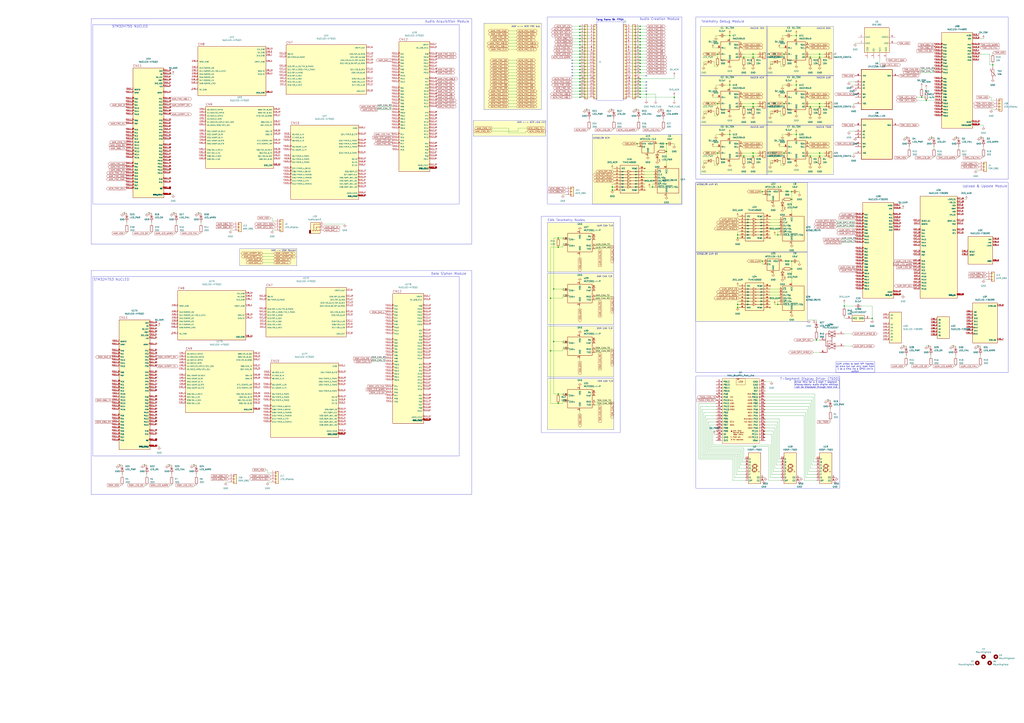
<source format=kicad_sch>
(kicad_sch (version 20250114) (generator "eeschema") (generator_version "9.0")
  (paper "A1")
  (lib_symbols
    (symbol "24LC256-I_SN:24LC256-I_SN" (pin_names (offset 1.016))
      (property "Reference" "U" (at -4.9591 14.9028 0))
      (property "Value" "24LC256-I_SN" (at -5.7261 -23.3626 0))
      (symbol "24LC256-I_SN_0_0"
        (pin power_in line (at -17.78 7.62 0) (length 5.08) (name "VCC") (number "8"))
        (pin input line (at -17.78 2.54 0) (length 5.08) (name "A0") (number "1"))
        (pin input line (at -17.78 0 0) (length 5.08) (name "A1") (number "2"))
        (pin input line (at -17.78 -2.54 0) (length 5.08) (name "A2") (number "3"))
        (pin input line (at -17.78 -7.62 0) (length 5.08) (name "SCL") (number "6"))
        (pin input line (at -17.78 -10.16 0) (length 5.08) (name "WP") (number "7"))
        (pin passive line (at -17.78 -15.24 0) (length 5.08) (name "VSS") (number "4"))
        (pin bidirectional line (at 17.78 7.62 180) (length 5.08) (name "SDA") (number "5"))
      )
    )
    (symbol "74HC4050D:74HC4050D" (pin_names (offset 1.016))
      (property "Reference" "U" (at -7.38 11.9607 0))
      (property "Value" "74HC4050D" (at -7.6329 -13.7392 0))
      (symbol "74HC4050D_0_0"
        (pin power_in line (at -12.7 8.89 0) (length 5.08) (name "VCC") (number "1"))
        (pin input line (at -12.7 6.35 0) (length 5.08) (name "1A") (number "3"))
        (pin input line (at -12.7 3.81 0) (length 5.08) (name "2A") (number "5"))
        (pin input line (at -12.7 1.27 0) (length 5.08) (name "3A") (number "7"))
        (pin input line (at -12.7 -1.27 0) (length 5.08) (name "4A") (number "9"))
        (pin input line (at -12.7 -3.81 0) (length 5.08) (name "5A") (number "11"))
        (pin input line (at -12.7 -6.35 0) (length 5.08) (name "6A") (number "14"))
        (pin power_in line (at -12.7 -8.89 0) (length 5.08) (name "GND") (number "8"))
        (pin no_connect line (at 12.7 8.89 180) (length 5.08) (name "NC@2") (number "16"))
        (pin output line (at 12.7 6.35 180) (length 5.08) (name "1Y") (number "2"))
        (pin output line (at 12.7 3.81 180) (length 5.08) (name "2Y") (number "4"))
        (pin output line (at 12.7 1.27 180) (length 5.08) (name "3Y") (number "6"))
        (pin output line (at 12.7 -1.27 180) (length 5.08) (name "4Y") (number "10"))
        (pin output line (at 12.7 -3.81 180) (length 5.08) (name "5Y") (number "12"))
        (pin output line (at 12.7 -6.35 180) (length 5.08) (name "6Y") (number "15"))
        (pin no_connect line (at 12.7 -8.89 180) (length 5.08) (name "NC@1") (number "13"))
      )
    )
    (symbol "74xGxx:74LVC1G3157"
      (property "Reference" "U" (at 5.08 7.62 0))
      (property "Value" "74LVC1G3157" (at 10.16 -7.62 0))
      (symbol "74LVC1G3157_1_1"
        (pin bidirectional line (at -10.16 0 0) (length 5.08) (name "~") (number "4"))
        (pin input line (at -10.16 -10.16 0) (length 5.08) (name "~") (number "6"))
        (pin bidirectional line (at 10.16 5.08 180) (length 5.08) (name "~") (number "1"))
        (pin bidirectional line (at 10.16 -5.08 180) (length 5.08) (name "~") (number "3"))
      )
      (symbol "74LVC1G3157_2_1"
        (pin power_in line (at 0 10.16 270) (length 5.08) (name "VCC") (number "5"))
        (pin power_in line (at 0 -10.16 90) (length 5.08) (name "GND") (number "2"))
      )
    )
    (symbol "Connector_Audio:AudioJack3"
      (property "Reference" "J" (at 0 8.89 0))
      (property "Value" "AudioJack3" (at 0 6.35 0))
      (symbol "AudioJack3_1_1"
        (pin passive line (at 5.08 2.54 180) (length 2.54) (name "~") (number "S"))
        (pin passive line (at 5.08 0 180) (length 2.54) (name "~") (number "R"))
        (pin passive line (at 5.08 -2.54 180) (length 2.54) (name "~") (number "T"))
      )
    )
    (symbol "Connector_Generic:Conn_01x02" (pin_names (offset 1.016) (hide yes))
      (property "Reference" "J" (at 0 2.54 0))
      (property "Value" "Conn_01x02" (at 0 -5.08 0))
      (symbol "Conn_01x02_1_1"
        (pin passive line (at -5.08 0 0) (length 3.81) (name "Pin_1") (number "1"))
        (pin passive line (at -5.08 -2.54 0) (length 3.81) (name "Pin_2") (number "2"))
      )
    )
    (symbol "Connector_Generic:Conn_01x03" (pin_names (offset 1.016) (hide yes))
      (property "Reference" "J" (at 0 5.08 0))
      (property "Value" "Conn_01x03" (at 0 -5.08 0))
      (symbol "Conn_01x03_1_1"
        (pin passive line (at -5.08 2.54 0) (length 3.81) (name "Pin_1") (number "1"))
        (pin passive line (at -5.08 0 0) (length 3.81) (name "Pin_2") (number "2"))
        (pin passive line (at -5.08 -2.54 0) (length 3.81) (name "Pin_3") (number "3"))
      )
    )
    (symbol "Connector_Generic:Conn_01x04" (pin_names (offset 1.016) (hide yes))
      (property "Reference" "J" (at 0 5.08 0))
      (property "Value" "Conn_01x04" (at 0 -7.62 0))
      (symbol "Conn_01x04_1_1"
        (pin passive line (at -5.08 2.54 0) (length 3.81) (name "Pin_1") (number "1"))
        (pin passive line (at -5.08 0 0) (length 3.81) (name "Pin_2") (number "2"))
        (pin passive line (at -5.08 -2.54 0) (length 3.81) (name "Pin_3") (number "3"))
        (pin passive line (at -5.08 -5.08 0) (length 3.81) (name "Pin_4") (number "4"))
      )
    )
    (symbol "Connector_Generic:Conn_01x24" (pin_names (offset 1.016) (hide yes))
      (property "Reference" "J" (at 0 30.48 0))
      (property "Value" "Conn_01x24" (at 0 -33.02 0))
      (symbol "Conn_01x24_1_1"
        (pin passive line (at -5.08 27.94 0) (length 3.81) (name "Pin_1") (number "1"))
        (pin passive line (at -5.08 25.4 0) (length 3.81) (name "Pin_2") (number "2"))
        (pin passive line (at -5.08 22.86 0) (length 3.81) (name "Pin_3") (number "3"))
        (pin passive line (at -5.08 20.32 0) (length 3.81) (name "Pin_4") (number "4"))
        (pin passive line (at -5.08 17.78 0) (length 3.81) (name "Pin_5") (number "5"))
        (pin passive line (at -5.08 15.24 0) (length 3.81) (name "Pin_6") (number "6"))
        (pin passive line (at -5.08 12.7 0) (length 3.81) (name "Pin_7") (number "7"))
        (pin passive line (at -5.08 10.16 0) (length 3.81) (name "Pin_8") (number "8"))
        (pin passive line (at -5.08 7.62 0) (length 3.81) (name "Pin_9") (number "9"))
        (pin passive line (at -5.08 5.08 0) (length 3.81) (name "Pin_10") (number "10"))
        (pin passive line (at -5.08 2.54 0) (length 3.81) (name "Pin_11") (number "11"))
        (pin passive line (at -5.08 0 0) (length 3.81) (name "Pin_12") (number "12"))
        (pin passive line (at -5.08 -2.54 0) (length 3.81) (name "Pin_13") (number "13"))
        (pin passive line (at -5.08 -5.08 0) (length 3.81) (name "Pin_14") (number "14"))
        (pin passive line (at -5.08 -7.62 0) (length 3.81) (name "Pin_15") (number "15"))
        (pin passive line (at -5.08 -10.16 0) (length 3.81) (name "Pin_16") (number "16"))
        (pin passive line (at -5.08 -12.7 0) (length 3.81) (name "Pin_17") (number "17"))
        (pin passive line (at -5.08 -15.24 0) (length 3.81) (name "Pin_18") (number "18"))
        (pin passive line (at -5.08 -17.78 0) (length 3.81) (name "Pin_19") (number "19"))
        (pin passive line (at -5.08 -20.32 0) (length 3.81) (name "Pin_20") (number "20"))
        (pin passive line (at -5.08 -22.86 0) (length 3.81) (name "Pin_21") (number "21"))
        (pin passive line (at -5.08 -25.4 0) (length 3.81) (name "Pin_22") (number "22"))
        (pin passive line (at -5.08 -27.94 0) (length 3.81) (name "Pin_23") (number "23"))
        (pin passive line (at -5.08 -30.48 0) (length 3.81) (name "Pin_24") (number "24"))
      )
    )
    (symbol "Device:C_Small" (pin_numbers (hide yes)) (pin_names (offset 0.254) (hide yes))
      (property "Reference" "C" (at 0.254 1.778 0))
      (property "Value" "C_Small" (at 0.254 -2.032 0))
      (symbol "C_Small_1_1"
        (pin passive line (at 0 2.54 270) (length 2.032) (name "~") (number "1"))
        (pin passive line (at 0 -2.54 90) (length 2.032) (name "~") (number "2"))
      )
    )
    (symbol "Device:LED" (pin_numbers (hide yes)) (pin_names (offset 1.016) (hide yes))
      (property "Reference" "D" (at 0 2.54 0))
      (property "Value" "LED" (at 0 -2.54 0))
      (symbol "LED_1_1"
        (pin passive line (at -3.81 0 0) (length 2.54) (name "K") (number "1"))
        (pin passive line (at 3.81 0 180) (length 2.54) (name "A") (number "2"))
      )
    )
    (symbol "Device:R" (pin_numbers (hide yes)) (pin_names (offset 0))
      (property "Reference" "R" (at 2.032 0 90))
      (property "Value" "R" (at 0 0 90))
      (symbol "R_1_1"
        (pin passive line (at 0 3.81 270) (length 1.27) (name "~") (number "1"))
        (pin passive line (at 0 -3.81 90) (length 1.27) (name "~") (number "2"))
      )
    )
    (symbol "Device:Thermistor" (pin_numbers (hide yes)) (pin_names (offset 0))
      (property "Reference" "TH" (at 2.54 1.27 90))
      (property "Value" "Thermistor" (at -2.54 0 90))
      (symbol "Thermistor_1_1"
        (pin passive line (at 0 5.08 270) (length 2.54) (name "~") (number "1"))
        (pin passive line (at 0 -5.08 90) (length 2.54) (name "~") (number "2"))
      )
    )
    (symbol "Display_Character:HDSP-7503"
      (property "Reference" "U" (at -3.81 13.97 0))
      (property "Value" "HDSP-7503" (at 6.35 13.97 0))
      (symbol "HDSP-7503_1_0"
        (text "E" (at -2.54 -1.397 0) (effects (font (size 0.508 0.508))))
        (text "F" (at -2.286 1.651 0) (effects (font (size 0.508 0.508))))
        (text "D" (at -0.254 -2.159 0) (effects (font (size 0.508 0.508))))
        (text "G" (at 0 0.889 0) (effects (font (size 0.508 0.508))))
        (text "A" (at 0.254 2.413 0) (effects (font (size 0.508 0.508))))
        (text "C" (at 2.286 -1.397 0) (effects (font (size 0.508 0.508))))
        (text "B" (at 2.54 1.651 0) (effects (font (size 0.508 0.508))))
        (text "DP" (at 3.556 -2.921 0) (effects (font (size 0.508 0.508))))
      )
      (symbol "HDSP-7503_1_1"
        (pin input line (at -7.62 7.62 0) (length 2.54) (name "A") (number "10"))
        (pin input line (at -7.62 5.08 0) (length 2.54) (name "B") (number "9"))
        (pin input line (at -7.62 2.54 0) (length 2.54) (name "C") (number "8"))
        (pin input line (at -7.62 0 0) (length 2.54) (name "D") (number "5"))
        (pin input line (at -7.62 -2.54 0) (length 2.54) (name "E") (number "4"))
        (pin input line (at -7.62 -5.08 0) (length 2.54) (name "F") (number "2"))
        (pin input line (at -7.62 -7.62 0) (length 2.54) (name "G") (number "3"))
        (pin input line (at -7.62 -10.16 0) (length 2.54) (name "DP") (number "7"))
        (pin input line (at 7.62 -7.62 180) (length 2.54) (name "CC") (number "1"))
        (pin input line (at 7.62 -10.16 180) (length 2.54) (name "CC") (number "6"))
      )
    )
    (symbol "Interface_CAN_LIN_pos_neg:MCP2551-I-P" (pin_names (offset 1.016))
      (property "Reference" "U" (at -10.16 8.89 0))
      (property "Value" "MCP2551-I-P" (at 2.54 8.89 0))
      (symbol "MCP2551-I-P_1_1"
        (pin input line (at -12.7 5.08 0) (length 2.54) (name "TXD") (number "1"))
        (pin output line (at -12.7 2.54 0) (length 2.54) (name "RXD") (number "4"))
        (pin power_out line (at -12.7 -2.54 0) (length 2.54) (name "Vref") (number "5"))
        (pin input line (at -12.7 -5.08 0) (length 2.54) (name "Rs") (number "8"))
        (pin power_in line (at 0 10.16 270) (length 2.54) (name "VDD") (number "3"))
        (pin power_in line (at 0 -10.16 90) (length 2.54) (name "VSS") (number "2"))
        (pin bidirectional line (at 12.7 2.54 180) (length 2.54) (name "CAN+") (number "7"))
        (pin bidirectional line (at 12.7 -2.54 180) (length 2.54) (name "CAN-") (number "6"))
      )
    )
    (symbol "Mechanical:MountingHole" (pin_names (offset 1.016)) (in_bom no)
      (property "Reference" "H" (at 0 5.08 0))
      (property "Value" "MountingHole" (at 0 3.175 0))
    )
    (symbol "Memory_Flash:W25Q128JVS"
      (property "Reference" "U" (at -6.35 11.43 0))
      (property "Value" "W25Q128JVS" (at 7.62 11.43 0))
      (symbol "W25Q128JVS_1_1"
        (pin input line (at -10.16 7.62 0) (length 2.54) (name "~{CS}") (number "1"))
        (pin input line (at -10.16 5.08 0) (length 2.54) (name "CLK") (number "6"))
        (pin bidirectional line (at -10.16 2.54 0) (length 2.54) (name "DI/IO_{0}") (number "5"))
        (pin bidirectional line (at -10.16 0 0) (length 2.54) (name "DO/IO_{1}") (number "2"))
        (pin bidirectional line (at -10.16 -2.54 0) (length 2.54) (name "~{WP}/IO_{2}") (number "3"))
        (pin bidirectional line (at -10.16 -5.08 0) (length 2.54) (name "~{HOLD}/~{RESET}/IO_{3}") (number "7"))
        (pin power_in line (at 0 12.7 270) (length 2.54) (name "VCC") (number "8"))
        (pin power_in line (at 0 -12.7 90) (length 2.54) (name "GND") (number "4"))
      )
    )
    (symbol "NUCLEO-F303RE:NUCLEO-F303RE" (pin_names (offset 1.016))
      (property "Reference" "U" (at -15.24 41.91 0))
      (property "Value" "NUCLEO-F303RE" (at -15.24 -44.45 0))
      (symbol "NUCLEO-F303RE_1_0"
        (pin bidirectional line (at -20.32 20.32 0) (length 5.08) (name "RESET_S1") (number "CN7_14"))
        (pin bidirectional line (at -20.32 17.78 0) (length 5.08) (name "BOOT0") (number "CN7_7"))
        (pin bidirectional line (at -20.32 12.7 0) (length 5.08) (name "PA0") (number "CN7_28"))
        (pin bidirectional line (at -20.32 10.16 0) (length 5.08) (name "PA1") (number "CN7_30"))
        (pin bidirectional line (at -20.32 7.62 0) (length 5.08) (name "PA4") (number "CN7_32"))
        (pin bidirectional line (at -20.32 5.08 0) (length 5.08) (name "PA13") (number "CN7_13"))
        (pin bidirectional line (at -20.32 2.54 0) (length 5.08) (name "PA14") (number "CN7_15"))
        (pin bidirectional line (at -20.32 0 0) (length 5.08) (name "PA15") (number "CN7_17"))
        (pin bidirectional line (at -20.32 -5.08 0) (length 5.08) (name "PB0") (number "CN7_34"))
        (pin bidirectional line (at -20.32 -7.62 0) (length 5.08) (name "PB7") (number "CN7_21"))
        (pin bidirectional line (at -20.32 -12.7 0) (length 5.08) (name "PC0") (number "CN7_38"))
        (pin bidirectional line (at -20.32 -15.24 0) (length 5.08) (name "PC1") (number "CN7_36"))
        (pin bidirectional line (at -20.32 -17.78 0) (length 5.08) (name "PC2") (number "CN7_35"))
        (pin bidirectional line (at -20.32 -20.32 0) (length 5.08) (name "PC3") (number "CN7_37"))
        (pin bidirectional line (at -20.32 -22.86 0) (length 5.08) (name "PC11") (number "CN7_2"))
        (pin bidirectional line (at -20.32 -25.4 0) (length 5.08) (name "PC10") (number "CN7_1"))
        (pin bidirectional line (at -20.32 -27.94 0) (length 5.08) (name "PC12") (number "CN7_3"))
        (pin bidirectional line (at -20.32 -30.48 0) (length 5.08) (name "PC13") (number "CN7_23"))
        (pin bidirectional line (at -20.32 -33.02 0) (length 5.08) (name "PC14") (number "CN7_25"))
        (pin bidirectional line (at -20.32 -35.56 0) (length 5.08) (name "PC15") (number "CN7_27"))
        (pin power_in line (at 20.32 38.1 180) (length 5.08) (name "+3V3_S1") (number "CN7_16"))
        (pin power_in line (at 20.32 35.56 180) (length 5.08) (name "+5V_S1") (number "CN7_18"))
        (pin power_in line (at 20.32 33.02 180) (length 5.08) (name "E5V") (number "CN7_6"))
        (pin power_in line (at 20.32 30.48 180) (length 5.08) (name "VBAT") (number "CN7_33"))
        (pin power_in line (at 20.32 27.94 180) (length 5.08) (name "VDD") (number "CN7_5"))
        (pin power_in line (at 20.32 25.4 180) (length 5.08) (name "VIN_S1") (number "CN7_24"))
        (pin bidirectional line (at 20.32 20.32 180) (length 5.08) (name "IOREF_S1") (number "CN7_12"))
        (pin bidirectional line (at 20.32 17.78 180) (length 5.08) (name "PD2") (number "CN7_4"))
        (pin bidirectional line (at 20.32 12.7 180) (length 5.08) (name "PF0") (number "CN7_29"))
        (pin bidirectional line (at 20.32 10.16 180) (length 5.08) (name "PF1") (number "CN7_31"))
        (pin power_in line (at 20.32 -40.64 180) (length 5.08) (name "GND_S1") (number "CN7_19"))
        (pin power_in line (at 20.32 -40.64 180) (length 5.08) (name "GND_S1") (number "CN7_20"))
        (pin power_in line (at 20.32 -40.64 180) (length 5.08) (name "GND_S1") (number "CN7_22"))
        (pin power_in line (at 20.32 -40.64 180) (length 5.08) (name "GND_S1") (number "CN7_8"))
      )
      (symbol "NUCLEO-F303RE_2_0"
        (pin bidirectional line (at -17.78 27.94 0) (length 5.08) (name "PA2") (number "CN10_35"))
        (pin bidirectional line (at -17.78 25.4 0) (length 5.08) (name "PA3") (number "CN10_37"))
        (pin bidirectional line (at -17.78 22.86 0) (length 5.08) (name "PA5") (number "CN10_11"))
        (pin bidirectional line (at -17.78 20.32 0) (length 5.08) (name "PA6") (number "CN10_13"))
        (pin bidirectional line (at -17.78 17.78 0) (length 5.08) (name "PA7") (number "CN10_15"))
        (pin bidirectional line (at -17.78 15.24 0) (length 5.08) (name "PA8") (number "CN10_23"))
        (pin bidirectional line (at -17.78 12.7 0) (length 5.08) (name "PA9") (number "CN10_21"))
        (pin bidirectional line (at -17.78 10.16 0) (length 5.08) (name "PA10") (number "CN10_33"))
        (pin bidirectional line (at -17.78 7.62 0) (length 5.08) (name "PA11") (number "CN10_14"))
        (pin bidirectional line (at -17.78 5.08 0) (length 5.08) (name "PA12") (number "CN10_12"))
        (pin bidirectional line (at -17.78 0 0) (length 5.08) (name "PB1") (number "CN10_24"))
        (pin bidirectional line (at -17.78 -2.54 0) (length 5.08) (name "PB2") (number "CN10_22"))
        (pin bidirectional line (at -17.78 -5.08 0) (length 5.08) (name "PB3") (number "CN10_31"))
        (pin bidirectional line (at -17.78 -7.62 0) (length 5.08) (name "PB4") (number "CN10_27"))
        (pin bidirectional line (at -17.78 -10.16 0) (length 5.08) (name "PB5") (number "CN10_29"))
        (pin bidirectional line (at -17.78 -12.7 0) (length 5.08) (name "PB6") (number "CN10_17"))
        (pin bidirectional line (at -17.78 -15.24 0) (length 5.08) (name "PB8") (number "CN10_3"))
        (pin bidirectional line (at -17.78 -17.78 0) (length 5.08) (name "PB9") (number "CN10_5"))
        (pin bidirectional line (at -17.78 -20.32 0) (length 5.08) (name "PB10") (number "CN10_25"))
        (pin bidirectional line (at -17.78 -22.86 0) (length 5.08) (name "PB11") (number "CN10_18"))
        (pin bidirectional line (at -17.78 -25.4 0) (length 5.08) (name "PB12") (number "CN10_16"))
        (pin bidirectional line (at -17.78 -27.94 0) (length 5.08) (name "PB13") (number "CN10_30"))
        (pin bidirectional line (at -17.78 -30.48 0) (length 5.08) (name "PB14") (number "CN10_28"))
        (pin bidirectional line (at -17.78 -33.02 0) (length 5.08) (name "PB15") (number "CN10_26"))
        (pin power_in line (at 17.78 35.56 180) (length 5.08) (name "AVDD") (number "CN10_7"))
        (pin power_in line (at 17.78 33.02 180) (length 5.08) (name "U5V") (number "CN10_8"))
        (pin bidirectional line (at 17.78 27.94 180) (length 5.08) (name "PC4") (number "CN10_34"))
        (pin bidirectional line (at 17.78 25.4 180) (length 5.08) (name "PC5") (number "CN10_6"))
        (pin bidirectional line (at 17.78 22.86 180) (length 5.08) (name "PC6") (number "CN10_4"))
        (pin bidirectional line (at 17.78 20.32 180) (length 5.08) (name "PC7") (number "CN10_19"))
        (pin bidirectional line (at 17.78 17.78 180) (length 5.08) (name "PC8") (number "CN10_2"))
        (pin bidirectional line (at 17.78 15.24 180) (length 5.08) (name "PC9") (number "CN10_1"))
        (pin power_in line (at 17.78 -35.56 180) (length 5.08) (name "AGND") (number "CN10_32"))
        (pin power_in line (at 17.78 -38.1 180) (length 5.08) (name "GND_S2") (number "CN10_20"))
        (pin power_in line (at 17.78 -38.1 180) (length 5.08) (name "GND_S2") (number "CN10_9"))
      )
      (symbol "NUCLEO-F303RE_3_0"
        (pin bidirectional line (at -15.24 -2.54 0) (length 5.08) (name "RESET") (number "CN6_3"))
        (pin bidirectional line (at -15.24 -5.08 0) (length 5.08) (name "IOREF") (number "CN6_2"))
        (pin power_in line (at 15.24 7.62 180) (length 5.08) (name "VIN") (number "CN6_8"))
        (pin power_in line (at 15.24 5.08 180) (length 5.08) (name "+5V") (number "CN6_5"))
        (pin power_in line (at 15.24 2.54 180) (length 5.08) (name "+3V3") (number "CN6_4"))
        (pin power_in line (at 15.24 -10.16 180) (length 5.08) (name "GND") (number "CN6_6"))
        (pin power_in line (at 15.24 -10.16 180) (length 5.08) (name "GND") (number "CN6_7"))
      )
      (symbol "NUCLEO-F303RE_4_0"
        (pin input line (at -10.16 10.16 0) (length 5.08) (name "D0") (number "CN9_1"))
        (pin output line (at -10.16 7.62 0) (length 5.08) (name "D1") (number "CN9_2"))
        (pin bidirectional line (at -10.16 2.54 0) (length 5.08) (name "D2") (number "CN9_3"))
        (pin bidirectional line (at -10.16 0 0) (length 5.08) (name "D3") (number "CN9_4"))
        (pin bidirectional line (at -10.16 -2.54 0) (length 5.08) (name "D4") (number "CN9_5"))
        (pin bidirectional line (at -10.16 -5.08 0) (length 5.08) (name "D5") (number "CN9_6"))
        (pin bidirectional line (at -10.16 -7.62 0) (length 5.08) (name "D6") (number "CN9_7"))
        (pin bidirectional line (at -10.16 -10.16 0) (length 5.08) (name "D7") (number "CN9_8"))
      )
      (symbol "NUCLEO-F303RE_5_0"
        (pin input line (at -10.16 5.08 0) (length 5.08) (name "A0") (number "CN8_1"))
        (pin input line (at -10.16 2.54 0) (length 5.08) (name "A1") (number "CN8_2"))
        (pin input line (at -10.16 0 0) (length 5.08) (name "A2") (number "CN8_3"))
        (pin input line (at -10.16 -2.54 0) (length 5.08) (name "A3") (number "CN8_4"))
        (pin input line (at -10.16 -5.08 0) (length 5.08) (name "A4") (number "CN8_5"))
        (pin input line (at -10.16 -7.62 0) (length 5.08) (name "A5") (number "CN8_6"))
      )
      (symbol "NUCLEO-F303RE_6_0"
        (pin bidirectional line (at -15.24 7.62 0) (length 5.08) (name "D8") (number "CN5_1"))
        (pin bidirectional line (at -15.24 5.08 0) (length 5.08) (name "D9") (number "CN5_2"))
        (pin bidirectional line (at -15.24 2.54 0) (length 5.08) (name "D10") (number "CN5_3"))
        (pin bidirectional line (at -15.24 0 0) (length 5.08) (name "D11") (number "CN5_4"))
        (pin bidirectional line (at -15.24 -2.54 0) (length 5.08) (name "D12") (number "CN5_5"))
        (pin bidirectional clock (at -15.24 -5.08 0) (length 5.08) (name "D13") (number "CN5_6"))
        (pin bidirectional line (at -15.24 -7.62 0) (length 5.08) (name "D14") (number "CN5_9"))
        (pin bidirectional clock (at -15.24 -10.16 0) (length 5.08) (name "D15") (number "CN5_10"))
        (pin power_in line (at 15.24 12.7 180) (length 5.08) (name "AVDD_S6") (number "CN5_8"))
        (pin power_in line (at 15.24 -15.24 180) (length 5.08) (name "GND_S6") (number "CN5_7"))
      )
    )
    (symbol "NUCLEO-F446RE:NUCLEO-F446RE" (pin_names (offset 1.016))
      (property "Reference" "U" (at -17.78 41.91 0))
      (property "Value" "NUCLEO-F446RE" (at -17.78 -44.45 0))
      (symbol "NUCLEO-F446RE_1_0"
        (pin bidirectional line (at -22.86 20.32 0) (length 5.08) (name "CN7_RESET") (number "CN7_14"))
        (pin bidirectional line (at -22.86 17.78 0) (length 5.08) (name "BOOT0") (number "CN7_7"))
        (pin bidirectional line (at -22.86 12.7 0) (length 5.08) (name "PA0") (number "CN7_28"))
        (pin bidirectional line (at -22.86 10.16 0) (length 5.08) (name "PA1") (number "CN7_30"))
        (pin bidirectional line (at -22.86 7.62 0) (length 5.08) (name "PA4") (number "CN7_32"))
        (pin bidirectional line (at -22.86 5.08 0) (length 5.08) (name "PA13") (number "CN7_13"))
        (pin bidirectional line (at -22.86 2.54 0) (length 5.08) (name "PA14") (number "CN7_15"))
        (pin bidirectional line (at -22.86 0 0) (length 5.08) (name "PA15") (number "CN7_17"))
        (pin bidirectional line (at -22.86 -5.08 0) (length 5.08) (name "PB0") (number "CN7_34"))
        (pin bidirectional line (at -22.86 -7.62 0) (length 5.08) (name "PB7") (number "CN7_21"))
        (pin bidirectional line (at -22.86 -12.7 0) (length 5.08) (name "PC0/PB8") (number "CN7_38"))
        (pin bidirectional line (at -22.86 -15.24 0) (length 5.08) (name "PC1/PB9") (number "CN7_36"))
        (pin bidirectional line (at -22.86 -17.78 0) (length 5.08) (name "PC2") (number "CN7_35"))
        (pin bidirectional line (at -22.86 -20.32 0) (length 5.08) (name "PC3") (number "CN7_37"))
        (pin bidirectional line (at -22.86 -22.86 0) (length 5.08) (name "PC11") (number "CN7_2"))
        (pin bidirectional line (at -22.86 -25.4 0) (length 5.08) (name "PC10") (number "CN7_1"))
        (pin bidirectional line (at -22.86 -27.94 0) (length 5.08) (name "PC12") (number "CN7_3"))
        (pin bidirectional line (at -22.86 -30.48 0) (length 5.08) (name "PC13") (number "CN7_23"))
        (pin bidirectional line (at -22.86 -33.02 0) (length 5.08) (name "PC14") (number "CN7_25"))
        (pin bidirectional line (at -22.86 -35.56 0) (length 5.08) (name "PC15") (number "CN7_27"))
        (pin power_in line (at 22.86 38.1 180) (length 5.08) (name "CN7_+3V3") (number "CN7_16"))
        (pin power_in line (at 22.86 35.56 180) (length 5.08) (name "CN7_+5V") (number "CN7_18"))
        (pin power_in line (at 22.86 33.02 180) (length 5.08) (name "E5V") (number "CN7_6"))
        (pin power_in line (at 22.86 30.48 180) (length 5.08) (name "VBAT") (number "CN7_33"))
        (pin power_in line (at 22.86 27.94 180) (length 5.08) (name "VDD") (number "CN7_5"))
        (pin power_in line (at 22.86 25.4 180) (length 5.08) (name "CN7_VIN") (number "CN7_24"))
        (pin bidirectional line (at 22.86 20.32 180) (length 5.08) (name "CN7_IOREF") (number "CN7_12"))
        (pin bidirectional line (at 22.86 17.78 180) (length 5.08) (name "PD2") (number "CN7_4"))
        (pin bidirectional line (at 22.86 12.7 180) (length 5.08) (name "PH0") (number "CN7_29"))
        (pin bidirectional line (at 22.86 10.16 180) (length 5.08) (name "PH1") (number "CN7_31"))
        (pin power_in line (at 22.86 -40.64 180) (length 5.08) (name "CN7_GND") (number "CN7_19"))
        (pin power_in line (at 22.86 -40.64 180) (length 5.08) (name "CN7_GND") (number "CN7_20"))
        (pin power_in line (at 22.86 -40.64 180) (length 5.08) (name "CN7_GND") (number "CN7_22"))
        (pin power_in line (at 22.86 -40.64 180) (length 5.08) (name "CN7_GND") (number "CN7_8"))
      )
      (symbol "NUCLEO-F446RE_2_0"
        (pin bidirectional line (at -17.78 27.94 0) (length 5.08) (name "PA2") (number "CN10_35"))
        (pin bidirectional line (at -17.78 25.4 0) (length 5.08) (name "PA3") (number "CN10_37"))
        (pin bidirectional line (at -17.78 22.86 0) (length 5.08) (name "PA5") (number "CN10_11"))
        (pin bidirectional line (at -17.78 20.32 0) (length 5.08) (name "PA6") (number "CN10_13"))
        (pin bidirectional line (at -17.78 17.78 0) (length 5.08) (name "PA7") (number "CN10_15"))
        (pin bidirectional line (at -17.78 15.24 0) (length 5.08) (name "PA8") (number "CN10_23"))
        (pin bidirectional line (at -17.78 12.7 0) (length 5.08) (name "PA9") (number "CN10_21"))
        (pin bidirectional line (at -17.78 10.16 0) (length 5.08) (name "PA10") (number "CN10_33"))
        (pin bidirectional line (at -17.78 7.62 0) (length 5.08) (name "PA11") (number "CN10_14"))
        (pin bidirectional line (at -17.78 5.08 0) (length 5.08) (name "PA12") (number "CN10_12"))
        (pin bidirectional line (at -17.78 0 0) (length 5.08) (name "PB1") (number "CN10_24"))
        (pin bidirectional line (at -17.78 -2.54 0) (length 5.08) (name "PB2") (number "CN10_22"))
        (pin bidirectional line (at -17.78 -5.08 0) (length 5.08) (name "PB3") (number "CN10_31"))
        (pin bidirectional line (at -17.78 -7.62 0) (length 5.08) (name "PB4") (number "CN10_27"))
        (pin bidirectional line (at -17.78 -10.16 0) (length 5.08) (name "PB5") (number "CN10_29"))
        (pin bidirectional line (at -17.78 -12.7 0) (length 5.08) (name "PB6") (number "CN10_17"))
        (pin bidirectional line (at -17.78 -15.24 0) (length 5.08) (name "PB8") (number "CN10_3"))
        (pin bidirectional line (at -17.78 -17.78 0) (length 5.08) (name "PB9") (number "CN10_5"))
        (pin bidirectional line (at -17.78 -20.32 0) (length 5.08) (name "PB10") (number "CN10_25"))
        (pin bidirectional line (at -17.78 -22.86 0) (length 5.08) (name "PB12") (number "CN10_16"))
        (pin bidirectional line (at -17.78 -25.4 0) (length 5.08) (name "PB13") (number "CN10_30"))
        (pin bidirectional line (at -17.78 -27.94 0) (length 5.08) (name "PB14") (number "CN10_28"))
        (pin bidirectional line (at -17.78 -30.48 0) (length 5.08) (name "PB15") (number "CN10_26"))
        (pin power_in line (at 17.78 35.56 180) (length 5.08) (name "AVDD") (number "CN10_7"))
        (pin power_in line (at 17.78 33.02 180) (length 5.08) (name "U5V") (number "CN10_8"))
        (pin bidirectional line (at 17.78 27.94 180) (length 5.08) (name "PC4") (number "CN10_34"))
        (pin bidirectional line (at 17.78 25.4 180) (length 5.08) (name "PC5") (number "CN10_6"))
        (pin bidirectional line (at 17.78 22.86 180) (length 5.08) (name "PC6") (number "CN10_4"))
        (pin bidirectional line (at 17.78 20.32 180) (length 5.08) (name "PC7") (number "CN10_19"))
        (pin bidirectional line (at 17.78 17.78 180) (length 5.08) (name "PC8") (number "CN10_2"))
        (pin bidirectional line (at 17.78 15.24 180) (length 5.08) (name "PC9") (number "CN10_1"))
        (pin power_in line (at 17.78 -35.56 180) (length 5.08) (name "AGND") (number "CN10_32"))
        (pin power_in line (at 17.78 -38.1 180) (length 5.08) (name "CN10_GND") (number "CN10_20"))
        (pin power_in line (at 17.78 -38.1 180) (length 5.08) (name "CN10_GND") (number "CN10_9"))
      )
      (symbol "NUCLEO-F446RE_3_0"
        (pin bidirectional line (at -20.32 -2.54 0) (length 5.08) (name "CN6_RESET") (number "CN6_3"))
        (pin bidirectional line (at -20.32 -5.08 0) (length 5.08) (name "CN6_IOREF") (number "CN6_2"))
        (pin power_in line (at 20.32 7.62 180) (length 5.08) (name "CN6_VIN") (number "CN6_8"))
        (pin power_in line (at 20.32 5.08 180) (length 5.08) (name "CN6_+5V") (number "CN6_5"))
        (pin power_in line (at 20.32 2.54 180) (length 5.08) (name "CN6_+3V3") (number "CN6_4"))
        (pin power_in line (at 20.32 -10.16 180) (length 5.08) (name "CN6_GND") (number "CN6_6"))
        (pin power_in line (at 20.32 -10.16 180) (length 5.08) (name "CN6_GND") (number "CN6_7"))
      )
      (symbol "NUCLEO-F446RE_4_0"
        (pin input line (at -10.16 10.16 0) (length 5.08) (name "D0") (number "CN9_1"))
        (pin output line (at -10.16 7.62 0) (length 5.08) (name "D1") (number "CN9_2"))
        (pin bidirectional line (at -10.16 2.54 0) (length 5.08) (name "D2") (number "CN9_3"))
        (pin bidirectional line (at -10.16 0 0) (length 5.08) (name "D3") (number "CN9_4"))
        (pin bidirectional line (at -10.16 -2.54 0) (length 5.08) (name "D4") (number "CN9_5"))
        (pin bidirectional line (at -10.16 -5.08 0) (length 5.08) (name "D5") (number "CN9_6"))
        (pin bidirectional line (at -10.16 -7.62 0) (length 5.08) (name "D6") (number "CN9_7"))
        (pin bidirectional line (at -10.16 -10.16 0) (length 5.08) (name "D7") (number "CN9_8"))
      )
      (symbol "NUCLEO-F446RE_5_0"
        (pin input line (at -10.16 5.08 0) (length 5.08) (name "A0") (number "CN8_1"))
        (pin input line (at -10.16 2.54 0) (length 5.08) (name "A1") (number "CN8_2"))
        (pin input line (at -10.16 0 0) (length 5.08) (name "A2") (number "CN8_3"))
        (pin input line (at -10.16 -2.54 0) (length 5.08) (name "A3") (number "CN8_4"))
        (pin input line (at -10.16 -5.08 0) (length 5.08) (name "A4") (number "CN8_5"))
        (pin input line (at -10.16 -7.62 0) (length 5.08) (name "A5") (number "CN8_6"))
      )
      (symbol "NUCLEO-F446RE_6_0"
        (pin bidirectional line (at -15.24 7.62 0) (length 5.08) (name "D8") (number "CN5_1"))
        (pin bidirectional line (at -15.24 5.08 0) (length 5.08) (name "D9") (number "CN5_2"))
        (pin bidirectional line (at -15.24 2.54 0) (length 5.08) (name "D10") (number "CN5_3"))
        (pin bidirectional line (at -15.24 0 0) (length 5.08) (name "D11") (number "CN5_4"))
        (pin bidirectional line (at -15.24 -2.54 0) (length 5.08) (name "D12") (number "CN5_5"))
        (pin bidirectional clock (at -15.24 -5.08 0) (length 5.08) (name "D13") (number "CN5_6"))
        (pin bidirectional line (at -15.24 -7.62 0) (length 5.08) (name "D14") (number "CN5_9"))
        (pin bidirectional clock (at -15.24 -10.16 0) (length 5.08) (name "D15") (number "CN5_10"))
        (pin power_in line (at 15.24 12.7 180) (length 5.08) (name "AREF") (number "CN5_8"))
        (pin power_in line (at 15.24 -15.24 180) (length 5.08) (name "CN5_GND") (number "CN5_7"))
      )
    )
    (symbol "NUCLEO-H753ZI:NUCLEO-H753ZI" (pin_names (offset 1.016))
      (property "Reference" "U" (at -12.7 57.15 0))
      (property "Value" "NUCLEO-H753ZI" (at -12.7 -54.61 0))
      (symbol "NUCLEO-H753ZI_1_0"
        (text "CN11" (at -12.7 54.102 0) (effects (font (size 1.778 1.778)) (justify left bottom)))
        (pin input line (at -17.78 35.56 0) (length 5.08) (name "BOOT0") (number "CN11_7"))
        (pin input line (at -17.78 33.02 0) (length 5.08) (name "NRST") (number "CN11_14"))
        (pin bidirectional line (at -17.78 27.94 0) (length 5.08) (name "PA0") (number "CN11_28"))
        (pin bidirectional line (at -17.78 25.4 0) (length 5.08) (name "PA1") (number "CN11_30"))
        (pin bidirectional line (at -17.78 22.86 0) (length 5.08) (name "PA4") (number "CN11_32"))
        (pin bidirectional line (at -17.78 20.32 0) (length 5.08) (name "PA13") (number "CN11_13"))
        (pin bidirectional line (at -17.78 17.78 0) (length 5.08) (name "PA14") (number "CN11_15"))
        (pin bidirectional line (at -17.78 15.24 0) (length 5.08) (name "PA15") (number "CN11_17"))
        (pin bidirectional line (at -17.78 10.16 0) (length 5.08) (name "PB0") (number "CN11_34"))
        (pin bidirectional line (at -17.78 7.62 0) (length 5.08) (name "PB7") (number "CN11_21"))
        (pin bidirectional line (at -17.78 2.54 0) (length 5.08) (name "PC0") (number "CN11_38"))
        (pin bidirectional line (at -17.78 0 0) (length 5.08) (name "PC1") (number "CN11_36"))
        (pin bidirectional line (at -17.78 -2.54 0) (length 5.08) (name "PC2") (number "CN11_35"))
        (pin bidirectional line (at -17.78 -5.08 0) (length 5.08) (name "PC3") (number "CN11_37"))
        (pin bidirectional line (at -17.78 -7.62 0) (length 5.08) (name "PC10") (number "CN11_1"))
        (pin bidirectional line (at -17.78 -10.16 0) (length 5.08) (name "PC11") (number "CN11_2"))
        (pin bidirectional line (at -17.78 -12.7 0) (length 5.08) (name "PC12") (number "CN11_3"))
        (pin bidirectional line (at -17.78 -15.24 0) (length 5.08) (name "PC13") (number "CN11_23"))
        (pin bidirectional line (at -17.78 -17.78 0) (length 5.08) (name "PC14") (number "CN11_25"))
        (pin bidirectional line (at -17.78 -20.32 0) (length 5.08) (name "PC15") (number "CN11_27"))
        (pin bidirectional line (at -17.78 -25.4 0) (length 5.08) (name "PD0") (number "CN11_57"))
        (pin bidirectional line (at -17.78 -27.94 0) (length 5.08) (name "PD1") (number "CN11_55"))
        (pin bidirectional line (at -17.78 -30.48 0) (length 5.08) (name "PD2") (number "CN11_4"))
        (pin bidirectional line (at -17.78 -33.02 0) (length 5.08) (name "PD3") (number "CN11_40"))
        (pin bidirectional line (at -17.78 -35.56 0) (length 5.08) (name "PD4") (number "CN11_39"))
        (pin bidirectional line (at -17.78 -38.1 0) (length 5.08) (name "PD5") (number "CN11_41"))
        (pin bidirectional line (at -17.78 -40.64 0) (length 5.08) (name "PD6") (number "CN11_43"))
        (pin bidirectional line (at -17.78 -43.18 0) (length 5.08) (name "PD7") (number "CN11_45"))
        (pin bidirectional line (at -17.78 -45.72 0) (length 5.08) (name "PD9") (number "CN11_69"))
        (pin power_in line (at 17.78 50.8 180) (length 5.08) (name "3V3") (number "CN11_16"))
        (pin power_in line (at 17.78 48.26 180) (length 5.08) (name "5V") (number "CN11_18"))
        (pin power_in line (at 17.78 45.72 180) (length 5.08) (name "5V_EXT") (number "CN11_6"))
        (pin power_in line (at 17.78 43.18 180) (length 5.08) (name "VBAT") (number "CN11_33"))
        (pin power_in line (at 17.78 40.64 180) (length 5.08) (name "3V3_VDD") (number "CN11_5"))
        (pin power_in line (at 17.78 38.1 180) (length 5.08) (name "VIN") (number "CN11_24"))
        (pin bidirectional line (at 17.78 33.02 180) (length 5.08) (name "IOREF") (number "CN11_12"))
        (pin bidirectional line (at 17.78 27.94 180) (length 5.08) (name "PE1") (number "CN11_61"))
        (pin bidirectional line (at 17.78 25.4 180) (length 5.08) (name "PE2") (number "CN11_46"))
        (pin bidirectional line (at 17.78 22.86 180) (length 5.08) (name "PE3") (number "CN11_47"))
        (pin bidirectional line (at 17.78 20.32 180) (length 5.08) (name "PE4") (number "CN11_48"))
        (pin bidirectional line (at 17.78 17.78 180) (length 5.08) (name "PE5") (number "CN11_50"))
        (pin bidirectional line (at 17.78 15.24 180) (length 5.08) (name "PE6") (number "CN11_62"))
        (pin bidirectional line (at 17.78 10.16 180) (length 5.08) (name "PF0") (number "CN11_53"))
        (pin bidirectional line (at 17.78 7.62 180) (length 5.08) (name "PF1") (number "CN11_51"))
        (pin bidirectional line (at 17.78 5.08 180) (length 5.08) (name "PF2") (number "CN11_52"))
        (pin bidirectional line (at 17.78 2.54 180) (length 5.08) (name "PF6") (number "CN11_9"))
        (pin bidirectional line (at 17.78 0 180) (length 5.08) (name "PF7") (number "CN11_11"))
        (pin bidirectional line (at 17.78 -2.54 180) (length 5.08) (name "PF8") (number "CN11_54"))
        (pin bidirectional line (at 17.78 -5.08 180) (length 5.08) (name "PF9") (number "CN11_56"))
        (pin bidirectional line (at 17.78 -10.16 180) (length 5.08) (name "PG0") (number "CN11_59"))
        (pin bidirectional line (at 17.78 -12.7 180) (length 5.08) (name "PG1") (number "CN11_58"))
        (pin bidirectional line (at 17.78 -15.24 180) (length 5.08) (name "PG2") (number "CN11_42"))
        (pin bidirectional line (at 17.78 -17.78 180) (length 5.08) (name "PG3") (number "CN11_44"))
        (pin bidirectional line (at 17.78 -20.32 180) (length 5.08) (name "PG9") (number "CN11_63"))
        (pin bidirectional line (at 17.78 -22.86 180) (length 5.08) (name "PG10") (number "CN11_66"))
        (pin bidirectional line (at 17.78 -25.4 180) (length 5.08) (name "PG11") (number "CN11_70"))
        (pin bidirectional line (at 17.78 -27.94 180) (length 5.08) (name "PG12") (number "CN11_65"))
        (pin bidirectional line (at 17.78 -30.48 180) (length 5.08) (name "PG13") (number "CN11_68"))
        (pin bidirectional line (at 17.78 -33.02 180) (length 5.08) (name "PG15") (number "CN11_64"))
        (pin bidirectional line (at 17.78 -38.1 180) (length 5.08) (name "PH0") (number "CN11_29"))
        (pin bidirectional line (at 17.78 -40.64 180) (length 5.08) (name "PH1") (number "CN11_31"))
        (pin no_connect line (at 17.78 -45.72 180) (length 5.08) (name "NC") (number "CN11_10"))
        (pin no_connect line (at 17.78 -45.72 180) (length 5.08) (name "NC") (number "CN11_26"))
        (pin no_connect line (at 17.78 -45.72 180) (length 5.08) (name "NC") (number "CN11_67"))
        (pin power_in line (at 17.78 -50.8 180) (length 5.08) (name "GND_CN11") (number "CN11_19"))
        (pin power_in line (at 17.78 -50.8 180) (length 5.08) (name "GND_CN11") (number "CN11_20"))
        (pin power_in line (at 17.78 -50.8 180) (length 5.08) (name "GND_CN11") (number "CN11_22"))
        (pin power_in line (at 17.78 -50.8 180) (length 5.08) (name "GND_CN11") (number "CN11_49"))
        (pin power_in line (at 17.78 -50.8 180) (length 5.08) (name "GND_CN11") (number "CN11_60"))
        (pin power_in line (at 17.78 -50.8 180) (length 5.08) (name "GND_CN11") (number "CN11_71"))
        (pin power_in line (at 17.78 -50.8 180) (length 5.08) (name "GND_CN11") (number "CN11_72"))
        (pin power_in line (at 17.78 -50.8 180) (length 5.08) (name "GND_CN11") (number "CN11_8"))
      )
      (symbol "NUCLEO-H753ZI_2_0"
        (text "CN12" (at -12.7 54.102 0) (effects (font (size 1.778 1.778)) (justify left bottom)))
        (pin bidirectional line (at -17.78 43.18 0) (length 5.08) (name "PA2") (number "CN12_35"))
        (pin bidirectional line (at -17.78 40.64 0) (length 5.08) (name "PA3") (number "CN12_37"))
        (pin bidirectional line (at -17.78 38.1 0) (length 5.08) (name "PA5") (number "CN12_11"))
        (pin bidirectional line (at -17.78 35.56 0) (length 5.08) (name "PA6") (number "CN12_13"))
        (pin bidirectional line (at -17.78 33.02 0) (length 5.08) (name "PA7") (number "CN12_15"))
        (pin bidirectional line (at -17.78 30.48 0) (length 5.08) (name "PA8") (number "CN12_23"))
        (pin bidirectional line (at -17.78 27.94 0) (length 5.08) (name "PA9") (number "CN12_21"))
        (pin bidirectional line (at -17.78 25.4 0) (length 5.08) (name "PA10") (number "CN12_33"))
        (pin bidirectional line (at -17.78 22.86 0) (length 5.08) (name "PA11") (number "CN12_14"))
        (pin bidirectional line (at -17.78 20.32 0) (length 5.08) (name "PA12") (number "CN12_12"))
        (pin bidirectional line (at -17.78 15.24 0) (length 5.08) (name "PB1") (number "CN12_24"))
        (pin bidirectional line (at -17.78 12.7 0) (length 5.08) (name "PB2") (number "CN12_22"))
        (pin bidirectional line (at -17.78 10.16 0) (length 5.08) (name "PB3") (number "CN12_31"))
        (pin bidirectional line (at -17.78 7.62 0) (length 5.08) (name "PB4") (number "CN12_27"))
        (pin bidirectional line (at -17.78 5.08 0) (length 5.08) (name "PB5") (number "CN12_29"))
        (pin bidirectional line (at -17.78 2.54 0) (length 5.08) (name "PB6") (number "CN12_17"))
        (pin bidirectional line (at -17.78 0 0) (length 5.08) (name "PB8") (number "CN12_3"))
        (pin bidirectional line (at -17.78 -2.54 0) (length 5.08) (name "PB9") (number "CN12_5"))
        (pin bidirectional line (at -17.78 -5.08 0) (length 5.08) (name "PB10") (number "CN12_25"))
        (pin bidirectional line (at -17.78 -7.62 0) (length 5.08) (name "PB11") (number "CN12_18"))
        (pin bidirectional line (at -17.78 -10.16 0) (length 5.08) (name "PB12") (number "CN12_16"))
        (pin bidirectional line (at -17.78 -12.7 0) (length 5.08) (name "PB13") (number "CN12_30"))
        (pin bidirectional line (at -17.78 -15.24 0) (length 5.08) (name "PB14") (number "CN12_28"))
        (pin bidirectional line (at -17.78 -17.78 0) (length 5.08) (name "PB15") (number "CN12_26"))
        (pin bidirectional line (at -17.78 -22.86 0) (length 5.08) (name "PC4") (number "CN12_34"))
        (pin bidirectional line (at -17.78 -25.4 0) (length 5.08) (name "PC5") (number "CN12_6"))
        (pin bidirectional line (at -17.78 -27.94 0) (length 5.08) (name "PC6") (number "CN12_4"))
        (pin bidirectional line (at -17.78 -30.48 0) (length 5.08) (name "PC7") (number "CN12_19"))
        (pin bidirectional line (at -17.78 -33.02 0) (length 5.08) (name "PC8") (number "CN12_2"))
        (pin bidirectional line (at -17.78 -35.56 0) (length 5.08) (name "PC9") (number "CN12_1"))
        (pin power_in line (at 17.78 50.8 180) (length 5.08) (name "VREFP") (number "CN12_7"))
        (pin power_in line (at 17.78 48.26 180) (length 5.08) (name "5V_USB_STLK") (number "CN12_8"))
        (pin bidirectional line (at 17.78 43.18 180) (length 5.08) (name "PD8") (number "CN12_10"))
        (pin bidirectional line (at 17.78 40.64 180) (length 5.08) (name "PD10") (number "CN12_65"))
        (pin bidirectional line (at 17.78 38.1 180) (length 5.08) (name "PD11") (number "CN12_45"))
        (pin bidirectional line (at 17.78 35.56 180) (length 5.08) (name "PD12") (number "CN12_43"))
        (pin bidirectional line (at 17.78 33.02 180) (length 5.08) (name "PD13") (number "CN12_41"))
        (pin bidirectional line (at 17.78 30.48 180) (length 5.08) (name "PD14") (number "CN12_46"))
        (pin bidirectional line (at 17.78 27.94 180) (length 5.08) (name "PD15") (number "CN12_48"))
        (pin bidirectional line (at 17.78 22.86 180) (length 5.08) (name "PE0") (number "CN12_64"))
        (pin bidirectional line (at 17.78 20.32 180) (length 5.08) (name "PE7") (number "CN12_44"))
        (pin bidirectional line (at 17.78 17.78 180) (length 5.08) (name "PE8") (number "CN12_40"))
        (pin bidirectional line (at 17.78 15.24 180) (length 5.08) (name "PE9") (number "CN12_52"))
        (pin bidirectional line (at 17.78 12.7 180) (length 5.08) (name "PE10") (number "CN12_47"))
        (pin bidirectional line (at 17.78 10.16 180) (length 5.08) (name "PE11") (number "CN12_56"))
        (pin bidirectional line (at 17.78 7.62 180) (length 5.08) (name "PE12") (number "CN12_49"))
        (pin bidirectional line (at 17.78 5.08 180) (length 5.08) (name "PE13") (number "CN12_55"))
        (pin bidirectional line (at 17.78 2.54 180) (length 5.08) (name "PE14") (number "CN12_51"))
        (pin bidirectional line (at 17.78 0 180) (length 5.08) (name "PE15") (number "CN12_53"))
        (pin bidirectional line (at 17.78 -5.08 180) (length 5.08) (name "PF3") (number "CN12_58"))
        (pin bidirectional line (at 17.78 -7.62 180) (length 5.08) (name "PF4") (number "CN12_38"))
        (pin bidirectional line (at 17.78 -10.16 180) (length 5.08) (name "PF5") (number "CN12_36"))
        (pin bidirectional line (at 17.78 -12.7 180) (length 5.08) (name "PF10") (number "CN12_42"))
        (pin bidirectional line (at 17.78 -15.24 180) (length 5.08) (name "PF11") (number "CN12_62"))
        (pin bidirectional line (at 17.78 -17.78 180) (length 5.08) (name "PF12") (number "CN12_59"))
        (pin bidirectional line (at 17.78 -20.32 180) (length 5.08) (name "PF13") (number "CN12_57"))
        (pin bidirectional line (at 17.78 -22.86 180) (length 5.08) (name "PF14") (number "CN12_50"))
        (pin bidirectional line (at 17.78 -25.4 180) (length 5.08) (name "PF15") (number "CN12_60"))
        (pin bidirectional line (at 17.78 -30.48 180) (length 5.08) (name "PG4") (number "CN12_69"))
        (pin bidirectional line (at 17.78 -33.02 180) (length 5.08) (name "PG5") (number "CN12_68"))
        (pin bidirectional line (at 17.78 -35.56 180) (length 5.08) (name "PG6") (number "CN12_70"))
        (pin bidirectional line (at 17.78 -38.1 180) (length 5.08) (name "PG7") (number "CN12_67"))
        (pin bidirectional line (at 17.78 -40.64 180) (length 5.08) (name "PG8") (number "CN12_66"))
        (pin bidirectional line (at 17.78 -43.18 180) (length 5.08) (name "PG14") (number "CN12_61"))
        (pin power_in line (at 17.78 -48.26 180) (length 5.08) (name "AGND_CN12") (number "CN12_32"))
        (pin power_in line (at 17.78 -50.8 180) (length 5.08) (name "GND_CN12") (number "CN12_20"))
        (pin power_in line (at 17.78 -50.8 180) (length 5.08) (name "GND_CN12") (number "CN12_39"))
        (pin power_in line (at 17.78 -50.8 180) (length 5.08) (name "GND_CN12") (number "CN12_54"))
        (pin power_in line (at 17.78 -50.8 180) (length 5.08) (name "GND_CN12") (number "CN12_63"))
        (pin power_in line (at 17.78 -50.8 180) (length 5.08) (name "GND_CN12") (number "CN12_71"))
        (pin power_in line (at 17.78 -50.8 180) (length 5.08) (name "GND_CN12") (number "CN12_72"))
        (pin power_in line (at 17.78 -50.8 180) (length 5.08) (name "GND_CN12") (number "CN12_9"))
      )
      (symbol "NUCLEO-H753ZI_3_0"
        (text "CN8" (at -27.94 21.082 0) (effects (font (size 1.778 1.778)) (justify left bottom)))
        (pin input line (at -33.02 7.62 0) (length 5.08) (name "NRST_CN8") (number "CN8_5"))
        (pin bidirectional line (at -33.02 2.54 0) (length 5.08) (name "D43/SDMMC_D0") (number "CN8_2"))
        (pin bidirectional line (at -33.02 0 0) (length 5.08) (name "D44/SDMMC_D1/I2S_A_CKIN") (number "CN8_4"))
        (pin bidirectional line (at -33.02 -2.54 0) (length 5.08) (name "D45/SDMMC_D2") (number "CN8_6"))
        (pin bidirectional line (at -33.02 -5.08 0) (length 5.08) (name "D46/SDMMC_D3") (number "CN8_8"))
        (pin bidirectional line (at -33.02 -7.62 0) (length 5.08) (name "D47/SDMMC_CK") (number "CN8_10"))
        (pin bidirectional line (at -33.02 -10.16 0) (length 5.08) (name "D48/SDMMC_CMD") (number "CN8_12"))
        (pin no_connect line (at -33.02 -15.24 0) (length 5.08) (name "NC_CN8") (number "CN8_1"))
        (pin power_in line (at 33.02 17.78 180) (length 5.08) (name "VIN_CN8") (number "CN8_15"))
        (pin power_in line (at 33.02 15.24 180) (length 5.08) (name "5V_CN8") (number "CN8_9"))
        (pin power_in line (at 33.02 12.7 180) (length 5.08) (name "3V3_CN8") (number "CN8_7"))
        (pin bidirectional line (at 33.02 7.62 180) (length 5.08) (name "IOREF_CN8") (number "CN8_3"))
        (pin bidirectional line (at 33.02 0 180) (length 5.08) (name "D50/IO") (number "CN8_16"))
        (pin bidirectional line (at 33.02 -2.54 180) (length 5.08) (name "D49/IO") (number "CN8_14"))
        (pin power_in line (at 33.02 -17.78 180) (length 5.08) (name "GND_CN8") (number "CN8_11"))
        (pin power_in line (at 33.02 -17.78 180) (length 5.08) (name "GND_CN8") (number "CN8_13"))
      )
      (symbol "NUCLEO-H753ZI_4_0"
        (text "CN9" (at -27.94 26.162 0) (effects (font (size 1.778 1.778)) (justify left bottom)))
        (pin input line (at -33.02 22.86 0) (length 5.08) (name "A0/ADC12_INP15") (number "CN9_1"))
        (pin input line (at -33.02 20.32 0) (length 5.08) (name "A1/ADC123_INP10") (number "CN9_3"))
        (pin input line (at -33.02 17.78 0) (length 5.08) (name "A2/ADC12_INP13") (number "CN9_5"))
        (pin input line (at -33.02 15.24 0) (length 5.08) (name "A3/ADC12_INP5") (number "CN9_7"))
        (pin input line (at -33.02 12.7 0) (length 5.08) (name "A4/ADC123_INP12/I2C1_SDA") (number "CN9_9"))
        (pin input line (at -33.02 10.16 0) (length 5.08) (name "A5/ADC3_INP6/I2C1_SCL") (number "CN9_11"))
        (pin bidirectional line (at -33.02 5.08 0) (length 5.08) (name "D51/USART_B_SCLK") (number "CN9_2"))
        (pin bidirectional line (at -33.02 2.54 0) (length 5.08) (name "D52/USART_B_RX") (number "CN9_4"))
        (pin bidirectional line (at -33.02 0 0) (length 5.08) (name "D53/USART_B_TX") (number "CN9_6"))
        (pin bidirectional line (at -33.02 -2.54 0) (length 5.08) (name "D54/USART_B_RTS") (number "CN9_8"))
        (pin bidirectional line (at -33.02 -5.08 0) (length 5.08) (name "D55/USART_B_CTS") (number "CN9_10"))
        (pin bidirectional line (at -33.02 -10.16 0) (length 5.08) (name "D56/SAI_A_MCLK") (number "CN9_14"))
        (pin bidirectional line (at -33.02 -12.7 0) (length 5.08) (name "D57/SAI_A_FS") (number "CN9_16"))
        (pin bidirectional line (at -33.02 -15.24 0) (length 5.08) (name "D58/SAI_A_SCK") (number "CN9_18"))
        (pin bidirectional line (at -33.02 -17.78 0) (length 5.08) (name "D59/SAI_A_SD") (number "CN9_20"))
        (pin bidirectional line (at 33.02 22.86 180) (length 5.08) (name "D68/I2C_B_SDA") (number "CN9_21"))
        (pin bidirectional line (at 33.02 20.32 180) (length 5.08) (name "D69/I2C_B_SCL") (number "CN9_19"))
        (pin bidirectional line (at 33.02 17.78 180) (length 5.08) (name "D70/I2C_B_SMBA") (number "CN9_17"))
        (pin output line (at 33.02 12.7 180) (length 5.08) (name "D66/CAN_TX") (number "CN9_27"))
        (pin input line (at 33.02 10.16 180) (length 5.08) (name "D67/CAN_RX") (number "CN9_25"))
        (pin bidirectional line (at 33.02 5.08 180) (length 5.08) (name "D64/IO") (number "CN9_30"))
        (pin bidirectional line (at 33.02 2.54 180) (length 5.08) (name "D65/IO") (number "CN9_29"))
        (pin bidirectional line (at 33.02 -2.54 180) (length 5.08) (name "D71/COMP2_INP") (number "CN9_15"))
        (pin bidirectional line (at 33.02 -5.08 180) (length 5.08) (name "D72/COMP1_INP") (number "CN9_13"))
        (pin bidirectional line (at 33.02 -10.16 180) (length 5.08) (name "D62/SAI_B_MCLK") (number "CN9_26"))
        (pin bidirectional line (at 33.02 -12.7 180) (length 5.08) (name "D63/SAI_B_FS") (number "CN9_28"))
        (pin bidirectional line (at 33.02 -15.24 180) (length 5.08) (name "D61/SAI_B_SCK") (number "CN9_24"))
        (pin bidirectional line (at 33.02 -17.78 180) (length 5.08) (name "D60/SAI_B_SD") (number "CN9_22"))
        (pin power_in line (at 33.02 -22.86 180) (length 5.08) (name "GND_CN9") (number "CN9_12"))
        (pin power_in line (at 33.02 -22.86 180) (length 5.08) (name "GND_CN9") (number "CN9_23"))
      )
      (symbol "NUCLEO-H753ZI_5_0"
        (text "CN7" (at -33.02 21.082 0) (effects (font (size 1.778 1.778)) (justify left bottom)))
        (pin bidirectional line (at -38.1 12.7 0) (length 5.08) (name "D8/IO") (number "CN7_20"))
        (pin bidirectional line (at -38.1 10.16 0) (length 5.08) (name "D9/TIMER_B_PWM2") (number "CN7_18"))
        (pin bidirectional line (at -38.1 2.54 0) (length 5.08) (name "D10/SPI_A_CS/TIM_B_PWM3") (number "CN7_16"))
        (pin bidirectional line (at -38.1 0 0) (length 5.08) (name "D11/SPI_A_MOSI/TIM_E_PWM1") (number "CN7_14"))
        (pin bidirectional line (at -38.1 -2.54 0) (length 5.08) (name "D12/SPI_A_MISO") (number "CN7_12"))
        (pin bidirectional line (at -38.1 -5.08 0) (length 5.08) (name "D13/SPI_A_SCK") (number "CN7_10"))
        (pin bidirectional line (at -38.1 -7.62 0) (length 5.08) (name "D14/I2C_A_SDA") (number "CN7_4"))
        (pin bidirectional line (at -38.1 -10.16 0) (length 5.08) (name "D15/I2C_A_SCL") (number "CN7_2"))
        (pin bidirectional line (at -38.1 -12.7 0) (length 5.08) (name "D16/I2S_A_MCK") (number "CN7_1"))
        (pin power_in line (at 38.1 17.78 180) (length 5.08) (name "VREFP_CN7") (number "CN7_6"))
        (pin bidirectional line (at 38.1 12.7 180) (length 5.08) (name "D25/SPI_B_MISO") (number "CN7_19"))
        (pin bidirectional line (at 38.1 10.16 180) (length 5.08) (name "D24/SPI_B_NSS") (number "CN7_17"))
        (pin bidirectional line (at 38.1 7.62 180) (length 5.08) (name "D23/I2S_B_CK/SPI_B_SCK") (number "CN7_15"))
        (pin bidirectional line (at 38.1 5.08 180) (length 5.08) (name "D22/I2S_B_SD/SPI_B_MOSI") (number "CN7_13"))
        (pin bidirectional line (at 38.1 0 180) (length 5.08) (name "D21/I2S_B_MCK") (number "CN7_11"))
        (pin bidirectional line (at 38.1 -2.54 180) (length 5.08) (name "D20/I2S_B_WS") (number "CN7_9"))
        (pin bidirectional line (at 38.1 -7.62 180) (length 5.08) (name "D19/I2S_A_WS") (number "CN7_7"))
        (pin bidirectional line (at 38.1 -10.16 180) (length 5.08) (name "D18/I2S_A_CK") (number "CN7_5"))
        (pin bidirectional line (at 38.1 -12.7 180) (length 5.08) (name "D17/I2S_A_SD") (number "CN7_3"))
        (pin power_in line (at 38.1 -17.78 180) (length 5.08) (name "GND_CN7") (number "CN7_8"))
      )
      (symbol "NUCLEO-H753ZI_6_0"
        (text "CN10" (at -27.94 31.242 0) (effects (font (size 1.778 1.778)) (justify left bottom)))
        (pin input line (at -33.02 22.86 0) (length 5.08) (name "A6/ADC_A_IN") (number "CN10_7"))
        (pin input line (at -33.02 20.32 0) (length 5.08) (name "A7/ADC_B_IN") (number "CN10_9"))
        (pin input line (at -33.02 17.78 0) (length 5.08) (name "A8/ADC_C_IN") (number "CN10_11"))
        (pin input line (at -33.02 12.7 0) (length 5.08) (name "D0/USART_A_RX") (number "CN10_16"))
        (pin output line (at -33.02 10.16 0) (length 5.08) (name "D1/USART_A_TX") (number "CN10_14"))
        (pin bidirectional line (at -33.02 5.08 0) (length 5.08) (name "D6/TIMER_A_PWM1") (number "CN10_4"))
        (pin bidirectional line (at -33.02 2.54 0) (length 5.08) (name "D5/TIMER_A_PWM2") (number "CN10_6"))
        (pin bidirectional line (at -33.02 0 0) (length 5.08) (name "D3/TIMER_A_PWM3") (number "CN10_10"))
        (pin bidirectional line (at -33.02 -5.08 0) (length 5.08) (name "D37/TIMER_A_BKIN1") (number "CN10_30"))
        (pin bidirectional line (at -33.02 -7.62 0) (length 5.08) (name "D38/TIMER_A_BKIN2") (number "CN10_28"))
        (pin bidirectional line (at -33.02 -10.16 0) (length 5.08) (name "D39/TIMER_A_PWM3N") (number "CN10_26"))
        (pin bidirectional line (at -33.02 -12.7 0) (length 5.08) (name "D40/TIMER_A_PWM2N") (number "CN10_24"))
        (pin bidirectional line (at -33.02 -15.24 0) (length 5.08) (name "D41/TIMER_A_ETR") (number "CN10_20"))
        (pin bidirectional line (at -33.02 -17.78 0) (length 5.08) (name "D42/TIMER_A_PWM1N") (number "CN10_18"))
        (pin power_in line (at 33.02 27.94 180) (length 5.08) (name "AVDD") (number "CN10_1"))
        (pin bidirectional line (at 33.02 22.86 180) (length 5.08) (name "D34/TIMER_B_ETR") (number "CN10_33"))
        (pin bidirectional line (at 33.02 17.78 180) (length 5.08) (name "D32/TIMER_C_PWM1") (number "CN10_29"))
        (pin bidirectional line (at 33.02 15.24 180) (length 5.08) (name "D36/TIMER_C_PWM2") (number "CN10_32"))
        (pin bidirectional line (at 33.02 12.7 180) (length 5.08) (name "D35/TIMER_C_PWM3") (number "CN10_34"))
        (pin bidirectional line (at 33.02 7.62 180) (length 5.08) (name "D33/TIMER_D_PWM1") (number "CN10_31"))
        (pin bidirectional line (at 33.02 2.54 180) (length 5.08) (name "D2/IO") (number "CN10_12"))
        (pin bidirectional line (at 33.02 0 180) (length 5.08) (name "D4/IO") (number "CN10_8"))
        (pin bidirectional line (at 33.02 -2.54 180) (length 5.08) (name "D7/IO") (number "CN10_2"))
        (pin bidirectional line (at 33.02 -7.62 180) (length 5.08) (name "D26/QSPI_CS") (number "CN10_13"))
        (pin bidirectional line (at 33.02 -10.16 180) (length 5.08) (name "D27/QSPI_CLK") (number "CN10_15"))
        (pin bidirectional line (at 33.02 -12.7 180) (length 5.08) (name "D30/QSPI_BK1_IO0") (number "CN10_23"))
        (pin bidirectional line (at 33.02 -15.24 180) (length 5.08) (name "D29/QSPI_BK1_IO1") (number "CN10_21"))
        (pin bidirectional line (at 33.02 -17.78 180) (length 5.08) (name "D31/QSPI_BK1_IO2") (number "CN10_25"))
        (pin bidirectional line (at 33.02 -20.32 180) (length 5.08) (name "D28/QSPI_BK1_IO3") (number "CN10_19"))
        (pin power_in line (at 33.02 -25.4 180) (length 5.08) (name "AGND_CN10") (number "CN10_3"))
        (pin power_in line (at 33.02 -27.94 180) (length 5.08) (name "GND_CN10") (number "CN10_17"))
        (pin power_in line (at 33.02 -27.94 180) (length 5.08) (name "GND_CN10") (number "CN10_22"))
        (pin power_in line (at 33.02 -27.94 180) (length 5.08) (name "GND_CN10") (number "CN10_27"))
        (pin power_in line (at 33.02 -27.94 180) (length 5.08) (name "GND_CN10") (number "CN10_5"))
      )
    )
    (symbol "Regulator_Linear:AP2112K-3.3" (pin_names (offset 0.254))
      (property "Reference" "U" (at -5.08 5.715 0))
      (property "Value" "AP2112K-3.3" (at 0 5.715 0))
      (symbol "AP2112K-3.3_1_1"
        (pin power_in line (at -7.62 2.54 0) (length 2.54) (name "VIN") (number "1"))
        (pin input line (at -7.62 0 0) (length 2.54) (name "EN") (number "3"))
        (pin power_in line (at 0 -7.62 90) (length 2.54) (name "GND") (number "2"))
        (pin no_connect line (at 5.08 0 180) (length 2.54) (hide yes) (name "NC") (number "4"))
        (pin power_out line (at 7.62 2.54 180) (length 2.54) (name "VOUT") (number "5"))
      )
    )
    (symbol "Sensor:BME280"
      (property "Reference" "U" (at -8.89 11.43 0))
      (property "Value" "BME280" (at 7.62 11.43 0))
      (symbol "BME280_1_1"
        (pin power_in line (at -2.54 15.24 270) (length 5.08) (name "VDDIO") (number "6"))
        (pin power_in line (at -2.54 -15.24 90) (length 5.08) (name "GND") (number "1"))
        (pin power_in line (at 2.54 15.24 270) (length 5.08) (name "VDD") (number "8"))
        (pin power_in line (at 2.54 -15.24 90) (length 5.08) (name "GND") (number "7"))
        (pin bidirectional line (at 15.24 7.62 180) (length 5.08) (name "SDO") (number "5"))
        (pin input line (at 15.24 2.54 180) (length 5.08) (name "SCK") (number "4"))
        (pin bidirectional line (at 15.24 -2.54 180) (length 5.08) (name "SDI") (number "3"))
        (pin input line (at 15.24 -7.62 180) (length 5.08) (name "CSB") (number "2"))
      )
    )
    (symbol "Sensor_Energy:INA219AxD"
      (property "Reference" "U" (at -6.35 8.89 0))
      (property "Value" "INA219AxD" (at 5.08 8.89 0))
      (symbol "INA219AxD_1_1"
        (pin input line (at -10.16 2.54 0) (length 2.54) (name "IN+") (number "8"))
        (pin input line (at -10.16 -2.54 0) (length 2.54) (name "IN-") (number "7"))
        (pin power_in line (at 0 10.16 270) (length 2.54) (name "VS") (number "5"))
        (pin power_in line (at 0 -10.16 90) (length 2.54) (name "GND") (number "6"))
        (pin bidirectional line (at 10.16 5.08 180) (length 2.54) (name "SDA") (number "3"))
        (pin input line (at 10.16 2.54 180) (length 2.54) (name "SCL") (number "4"))
        (pin input line (at 10.16 -2.54 180) (length 2.54) (name "A1") (number "1"))
        (pin input line (at 10.16 -5.08 180) (length 2.54) (name "A0") (number "2"))
      )
    )
    (symbol "YAAJ_BluePill_Part_Like:YAAJ_BluePill_Part_Like" (pin_names (offset 1.016))
      (property "Reference" "U" (at -12.7 25.4 0))
      (property "Value" "YAAJ_BluePill_Part_Like" (at 0 2.54 90))
      (symbol "YAAJ_BluePill_Part_Like_0_0"
        (text "TX1" (at -7.493 10.16 0) (effects (font (size 0.9906 0.9906))))
        (text "RX1" (at -7.366 7.493 0) (effects (font (size 0.9906 0.9906))))
        (text "SCL1" (at -6.985 -10.033 0) (effects (font (size 0.9906 0.9906))))
        (text "SDA1" (at -6.985 -12.7 0) (effects (font (size 0.9906 0.9906))))
        (text "NSS1" (at -6.858 0.127 0) (effects (font (size 0.9906 0.9906))))
        (text "USB-" (at -6.731 5.08 0) (effects (font (size 0.9906 0.9906))))
        (text "USB+" (at -6.731 2.54 0) (effects (font (size 0.9906 0.9906))))
        (text "PWM pin" (at -3.175 -22.733 0) (effects (font (size 0.9906 0.9906))))
        (text "sink 3mA" (at -2.921 -17.526 0) (effects (font (size 0.9906 0.9906))))
        (text "Y@@J" (at -2.159 24.892 0) (effects (font (size 0.508 0.508))))
        (text "30pF 2MHz" (at -2.032 -20.574 0) (effects (font (size 0.9906 0.9906))))
        (text "5V tolerant" (at -2.032 -24.765 0) (effects (font (size 0.9906 0.9906))))
        (text "source 0mA" (at -1.905 -18.923 0) (effects (font (size 0.9906 0.9906))))
        (text "USB" (at 0 22.86 0) (effects (font (size 1.27 1.27))))
        (text "TX2" (at 3.937 -10.16 0) (effects (font (size 0.9906 0.9906))))
        (text "RX2" (at 4.064 -7.747 0) (effects (font (size 0.9906 0.9906))))
        (text "RX3" (at 7.112 12.7 0) (effects (font (size 0.9906 0.9906))))
        (text "TX3" (at 7.239 10.16 0) (effects (font (size 0.9906 0.9906))))
        (text "LED" (at 7.366 -22.733 0) (effects (font (size 0.9906 0.9906))))
        (text "MOSI1" (at 7.493 2.54 0) (effects (font (size 0.9906 0.9906))))
        (text "MISO1" (at 7.493 0 0) (effects (font (size 0.9906 0.9906))))
        (text "ADC9" (at 7.62 7.62 0) (effects (font (size 0.9906 0.9906))))
        (text "ADC8" (at 7.62 5.08 0) (effects (font (size 0.9906 0.9906))))
        (text "SCK1" (at 7.747 -2.54 0) (effects (font (size 0.9906 0.9906))))
        (text "ADC4" (at 7.747 -5.08 0) (effects (font (size 0.9906 0.9906))))
        (text "ADC3" (at 7.747 -7.747 0) (effects (font (size 0.9906 0.9906))))
        (text "ADC2" (at 7.747 -10.16 0) (effects (font (size 0.9906 0.9906))))
        (text "ADC1" (at 7.747 -12.7 0) (effects (font (size 0.9906 0.9906))))
        (text "ADC0" (at 7.747 -15.24 0) (effects (font (size 0.9906 0.9906))))
      )
      (symbol "YAAJ_BluePill_Part_Like_1_1"
        (pin bidirectional line (at -20.32 22.86 0) (length 5.08) (name "PB12") (number "1"))
        (pin bidirectional line (at -20.32 20.32 0) (length 5.08) (name "PB13") (number "2"))
        (pin bidirectional line (at -20.32 17.78 0) (length 5.08) (name "PB14") (number "3"))
        (pin bidirectional line (at -20.32 15.24 0) (length 5.08) (name "PB15") (number "4"))
        (pin bidirectional line (at -20.32 12.7 0) (length 5.08) (name "PA8") (number "5"))
        (pin bidirectional line (at -20.32 10.16 0) (length 5.08) (name "PA9") (number "6"))
        (pin bidirectional line (at -20.32 7.62 0) (length 5.08) (name "PA10") (number "7"))
        (pin bidirectional line (at -20.32 5.08 0) (length 5.08) (name "PA11") (number "8"))
        (pin bidirectional line (at -20.32 2.54 0) (length 5.08) (name "PA12") (number "9"))
        (pin bidirectional line (at -20.32 0 0) (length 5.08) (name "PA15") (number "10"))
        (pin bidirectional line (at -20.32 -2.54 0) (length 5.08) (name "PB3") (number "11"))
        (pin bidirectional line (at -20.32 -5.08 0) (length 5.08) (name "PB4") (number "12"))
        (pin bidirectional line (at -20.32 -7.62 0) (length 5.08) (name "PB5") (number "13"))
        (pin bidirectional line (at -20.32 -10.16 0) (length 5.08) (name "PB6") (number "14"))
        (pin bidirectional line (at -20.32 -12.7 0) (length 5.08) (name "PB7") (number "15"))
        (pin bidirectional line (at -20.32 -15.24 0) (length 5.08) (name "PB8") (number "16"))
        (pin bidirectional line (at -20.32 -17.78 0) (length 5.08) (name "PB9") (number "17"))
        (pin power_in line (at -20.32 -20.32 0) (length 5.08) (name "5V") (number "18"))
        (pin power_in line (at -20.32 -22.86 0) (length 5.08) (name "GND") (number "19"))
        (pin power_in line (at -20.32 -25.4 0) (length 5.08) (name "3V3") (number "20"))
        (pin power_in line (at 20.32 22.86 180) (length 5.08) (name "GND") (number "39"))
        (pin power_in line (at 20.32 20.32 180) (length 5.08) (name "GND") (number "40"))
        (pin power_in line (at 20.32 17.78 180) (length 5.08) (name "3V3") (number "38"))
        (pin input line (at 20.32 15.24 180) (length 5.08) (name "RST") (number "37"))
        (pin bidirectional line (at 20.32 12.7 180) (length 5.08) (name "PB11") (number "36"))
        (pin bidirectional line (at 20.32 10.16 180) (length 5.08) (name "PB10") (number "35"))
        (pin bidirectional line (at 20.32 7.62 180) (length 5.08) (name "PB1") (number "34"))
        (pin bidirectional line (at 20.32 5.08 180) (length 5.08) (name "PB0") (number "33"))
        (pin bidirectional line (at 20.32 2.54 180) (length 5.08) (name "PA7") (number "32"))
        (pin bidirectional line (at 20.32 0 180) (length 5.08) (name "PA6") (number "31"))
        (pin bidirectional line (at 20.32 -2.54 180) (length 5.08) (name "PA5") (number "30"))
        (pin bidirectional line (at 20.32 -5.08 180) (length 5.08) (name "PA4") (number "29"))
        (pin bidirectional line (at 20.32 -7.62 180) (length 5.08) (name "PA3") (number "28"))
        (pin bidirectional line (at 20.32 -10.16 180) (length 5.08) (name "PA2") (number "27"))
        (pin bidirectional line (at 20.32 -12.7 180) (length 5.08) (name "PA1") (number "26"))
        (pin bidirectional line (at 20.32 -15.24 180) (length 5.08) (name "PA0") (number "25"))
        (pin bidirectional line (at 20.32 -17.78 180) (length 5.08) (name "PC15") (number "24"))
        (pin bidirectional line (at 20.32 -20.32 180) (length 5.08) (name "PC14") (number "23"))
        (pin bidirectional line (at 20.32 -22.86 180) (length 5.08) (name "PC13") (number "22"))
        (pin power_in line (at 20.32 -25.4 180) (length 5.08) (name "VBat") (number "21"))
      )
    )
    (symbol "power:+3V3" (power) (pin_numbers (hide yes)) (pin_names (offset 0) (hide yes))
      (property "Value" "+3V3" (at 0 3.556 0))
      (symbol "+3V3_1_1"
        (pin power_in line (at 0 0 90) (length 0) (name "~") (number "1"))
      )
    )
    (symbol "power:+5V" (power) (pin_numbers (hide yes)) (pin_names (offset 0) (hide yes))
      (property "Value" "+5V" (at 0 3.556 0))
      (symbol "+5V_1_1"
        (pin power_in line (at 0 0 90) (length 0) (name "~") (number "1"))
      )
    )
    (symbol "power:GND" (power) (pin_numbers (hide yes)) (pin_names (offset 0) (hide yes))
      (property "Value" "GND" (at 0 -3.81 0))
      (symbol "GND_1_1"
        (pin power_in line (at 0 0 270) (length 0) (name "~") (number "1"))
      )
    )
    (symbol "power:PWR_FLAG" (power) (pin_numbers (hide yes)) (pin_names (offset 0) (hide yes))
      (property "Value" "PWR_FLAG" (at 0 3.81 0))
      (symbol "PWR_FLAG_0_0"
        (pin power_out line (at 0 0 90) (length 0) (name "~") (number "1"))
      )
    )
  )
  (rectangle (start 652.526 312.674) (end 689.356 319.024))
  (rectangle (start 686.562 297.18) (end 718.312 306.07))
  (rectangle (start 571.5 149.86) (end 828.04 306.07))
  (rectangle (start 571.5 309.118) (end 689.61 401.32))
  (rectangle (start 74.93 15.24) (end 387.35 200.66))
  (rectangle (start 196.85 204.47) (end 243.84 218.44) (fill (type color) (color 255 255 194 1)))
  (rectangle (start 571.5 149.86) (end 662.94 207.01) (fill (type color) (color 255 255 194 1)))
  (rectangle (start 575.31 21.59) (end 629.92 62.23) (fill (type color) (color 255 255 194 1)))
  (rectangle (start 397.51 19.05) (end 444.5 90.17) (fill (type color) (color 255 255 194 1)))
  (rectangle (start 388.62 99.06) (end 448.31 111.76) (fill (type color) (color 255 255 194 1)))
  (rectangle (start 449.58 182.88) (end 504.19 223.52) (fill (type color) (color 255 255 194 1)))
  (rectangle (start 444.5 177.8) (end 509.27 355.6))
  (rectangle (start 449.58 224.79) (end 504.19 266.7) (fill (type color) (color 255 255 194 1)))
  (rectangle (start 76.2 20.32) (end 377.19 167.64))
  (rectangle (start 571.5 207.01) (end 662.94 264.16) (fill (type color) (color 255 255 194 1)))
  (rectangle (start 74.93 222.25) (end 387.35 406.4))
  (rectangle (start 629.92 21.59) (end 684.53 62.23) (fill (type color) (color 255 255 194 1)))
  (rectangle (start 490.22 17.78) (end 511.81 82.55))
  (rectangle (start 449.58 13.97) (end 560.07 167.64))
  (rectangle (start 449.58 267.97) (end 504.19 309.88) (fill (type color) (color 255 255 194 1)))
  (rectangle (start 486.41 110.49) (end 560.07 167.64) (fill (type color) (color 255 255 194 1)))
  (rectangle (start 449.58 311.15) (end 504.19 353.06) (fill (type color) (color 255 255 194 1)))
  (rectangle (start 76.2 227.33) (end 377.19 374.65))
  (rectangle (start 629.92 62.23) (end 684.53 102.87) (fill (type color) (color 255 255 194 1)))
  (rectangle (start 571.5 13.97) (end 828.04 147.32))
  (rectangle (start 629.92 102.87) (end 684.53 143.51) (fill (type color) (color 255 255 194 1)))
  (rectangle (start 575.31 62.23) (end 629.92 102.87) (fill (type color) (color 255 255 194 1)))
  (rectangle (start 575.31 102.87) (end 629.92 143.51) (fill (type color) (color 255 255 194 1)))
  (text "INA219 TDM" (at 621.792 23.368 0) (effects (font (size 1.27 1.27))))
  (text "7-Segment Display Driver (7SDD)" (at 664.972 311.404 0) (effects (font (size 1.905 1.905))))
  (text "STM32H753 NUCLEO" (at 91.44 229.87 0) (effects (font (size 1.905 1.905))))
  (text "Audio Creation Module" (at 541.782 15.748 0) (effects (font (size 1.905 1.905))))
  (text "W25Q128 ACM" (at 493.776 113.538 0) (effects (font (size 1.27 1.27))))
  (text "Driver MCU for a 3 digit 7 segment \ndisplay.Ideally audio engine settings\ncan be displayed through here live" (at 670.56 316.23 0) (effects (font (size 1.27 1.27))))
  (text "UUM writes to both SPI flashes\nat once but can only read from\n1 at a time via a GPIO-ctrl'd\nswitch" (at 702.31 302.26 0) (effects (font (size 1.27 1.27))))
  (text "Tang Nano 9k FPGA" (at 500.888 16.256 0) (effects (font (size 1.5 1.5) (thickness 0.254) (bold yes))))
  (text "Telemetry Debug Module" (at 593.598 17.78 0) (effects (font (size 1.905 1.905))))
  (text "AAM -> DSM Record" (at 232.918 205.994 0) (effects (font (size 1.27 1.27))))
  (text "INA219 ACM" (at 621.792 64.008 0) (effects (font (size 1.27 1.27))))
  (text "Upload & Update Module" (at 808.99 153.162 0) (effects (font (size 1.905 1.905))))
  (text "W25Q128 UUM #1" (at 580.898 151.638 0) (effects (font (size 1.27 1.27))))
  (text "Audio Acquisition Module" (at 367.284 17.78 0) (effects (font (size 1.905 1.905))))
  (text "INA219 UUM" (at 676.402 64.008 0) (effects (font (size 1.27 1.27))))
  (text "INA219 DSM" (at 676.402 23.368 0) (effects (font (size 1.27 1.27))))
  (text "TDM CAN TLM" (at 497.078 313.436 0) (effects (font (size 1.27 1.27))))
  (text "CAN Telemetry Nodes" (at 465.074 181.102 0) (effects (font (size 1.905 1.905))))
  (text "W25Q128 UUM #2" (at 580.898 208.788 0) (effects (font (size 1.27 1.27))))
  (text "Data Siphon Module" (at 368.554 225.044 0) (effects (font (size 1.905 1.905))))
  (text "DSM CAN TLM" (at 496.57 270.002 0) (effects (font (size 1.27 1.27))))
  (text "AAM CAN TLM" (at 496.57 227.33 0) (effects (font (size 1.27 1.27))))
  (text "AAM <-> ACM FMC bus" (at 431.8 21.844 0) (effects (font (size 1.27 1.27))))
  (text "AAM <-> ACM cmd ctrl" (at 436.372 100.584 0) (effects (font (size 1.27 1.27))))
  (text "STM32H755 NUCLEO" (at 106.68 21.844 0) (effects (font (size 1.905 1.905))))
  (text "INA219 AAM" (at 621.792 104.648 0) (effects (font (size 1.27 1.27))))
  (text "INA219 7SDD" (at 676.402 104.648 0) (effects (font (size 1.27 1.27))))
  (text "UUM CAN TLM" (at 496.824 185.674 0) (effects (font (size 1.27 1.27))))
  (junction (at 589.28 44.45))
  (junction (at 502.92 153.67))
  (junction (at 643.89 125.73))
  (junction (at 599.44 29.21))
  (junction (at 476.25 80.01))
  (junction (at 525.78 31.75))
  (junction (at 476.25 44.45))
  (junction (at 673.1 46.99))
  (junction (at 452.12 245.11))
  (junction (at 525.78 41.91))
  (junction (at 618.49 85.09))
  (junction (at 523.24 118.11))
  (junction (at 670.56 279.4))
  (junction (at 650.24 157.48))
  (junction (at 638.81 193.04))
  (junction (at 525.78 59.69))
  (junction (at 673.1 87.63))
  (junction (at 589.28 125.73))
  (junction (at 654.05 110.49))
  (junction (at 476.25 34.29))
  (junction (at 525.78 67.31))
  (junction (at 638.81 250.19))
  (junction (at 673.1 128.27))
  (junction (at 525.78 52.07))
  (junction (at 525.78 69.85))
  (junction (at 525.78 39.37))
  (junction (at 476.25 24.13))
  (junction (at 458.47 323.85))
  (junction (at 626.11 214.63))
  (junction (at 693.42 251.46))
  (junction (at 502.92 156.21))
  (junction (at 599.44 69.85))
  (junction (at 476.25 67.31))
  (junction (at 665.48 46.99))
  (junction (at 476.25 29.21))
  (junction (at 476.25 72.39))
  (junction (at 525.78 64.77))
  (junction (at 654.05 69.85))
  (junction (at 610.87 128.27))
  (junction (at 452.12 288.29))
  (junction (at 476.25 49.53))
  (junction (at 643.89 85.09))
  (junction (at 525.78 80.01))
  (junction (at 605.79 195.58))
  (junction (at 476.25 74.93))
  (junction (at 525.78 36.83))
  (junction (at 458.47 195.58))
  (junction (at 476.25 54.61))
  (junction (at 610.87 46.99))
  (junction (at 650.24 214.63))
  (junction (at 654.05 29.21))
  (junction (at 618.49 87.63))
  (junction (at 665.48 128.27))
  (junction (at 626.11 157.48))
  (junction (at 525.78 54.61))
  (junction (at 605.79 252.73))
  (junction (at 525.78 72.39))
  (junction (at 673.1 85.09))
  (junction (at 454.66 280.67))
  (junction (at 525.78 21.59))
  (junction (at 525.78 77.47))
  (junction (at 476.25 52.07))
  (junction (at 476.25 41.91))
  (junction (at 525.78 57.15))
  (junction (at 589.28 85.09))
  (junction (at 525.78 26.67))
  (junction (at 610.87 87.63))
  (junction (at 650.24 163.83))
  (junction (at 476.25 57.15))
  (junction (at 605.79 250.19))
  (junction (at 476.25 26.67))
  (junction (at 476.25 21.59))
  (junction (at 476.25 46.99))
  (junction (at 525.78 24.13))
  (junction (at 547.37 124.46))
  (junction (at 530.86 77.47))
  (junction (at 476.25 31.75))
  (junction (at 618.49 128.27))
  (junction (at 815.34 53.34))
  (junction (at 476.25 69.85))
  (junction (at 535.94 153.67))
  (junction (at 547.37 118.11))
  (junction (at 673.1 44.45))
  (junction (at 525.78 44.45))
  (junction (at 553.72 80.01))
  (junction (at 525.78 49.53))
  (junction (at 525.78 74.93))
  (junction (at 454.66 237.49))
  (junction (at 525.78 34.29))
  (junction (at 673.1 125.73))
  (junction (at 525.78 29.21))
  (junction (at 476.25 77.47))
  (junction (at 476.25 59.69))
  (junction (at 476.25 36.83))
  (junction (at 476.25 64.77))
  (junction (at 643.89 44.45))
  (junction (at 665.48 87.63))
  (junction (at 650.24 220.98))
  (junction (at 760.73 82.55))
  (junction (at 476.25 62.23))
  (junction (at 605.79 193.04))
  (junction (at 618.49 44.45))
  (junction (at 618.49 125.73))
  (junction (at 476.25 39.37))
  (junction (at 525.78 46.99))
  (junction (at 599.44 110.49))
  (junction (at 458.47 203.2))
  (junction (at 756.92 80.01))
  (junction (at 716.28 261.62))
  (junction (at 458.47 331.47))
  (junction (at 618.49 46.99))
  (no_connect (at 469.9 54.61))
  (no_connect (at 530.86 74.93))
  (no_connect (at 530.86 69.85))
  (no_connect (at 530.86 67.31))
  (no_connect (at 469.9 62.23))
  (no_connect (at 469.9 59.69))
  (no_connect (at 469.9 49.53))
  (no_connect (at 530.86 72.39))
  (no_connect (at 530.86 62.23))
  (no_connect (at 469.9 57.15))
  (no_connect (at 469.9 52.07))
  (wire (pts (xy 626.11 214.63) (xy 627.38 214.63)))
  (wire (pts (xy 144.78 182.88) (xy 144.78 184.15)))
  (wire (pts (xy 739.14 171.45) (xy 741.68 171.45)))
  (wire (pts (xy 716.28 261.62) (xy 715.01 261.62)))
  (wire (pts (xy 535.94 153.67) (xy 535.94 151.13)))
  (wire (pts (xy 518.16 21.59) (xy 525.78 21.59)))
  (wire (pts (xy 599.44 27.94) (xy 599.44 29.21)))
  (wire (pts (xy 588.01 346.71) (xy 581.66 346.71)))
  (wire (pts (xy 605.79 234.95) (xy 607.06 234.95)))
  (wire (pts (xy 628.65 346.71) (xy 638.81 346.71)))
  (wire (pts (xy 727.71 48.26) (xy 727.71 49.53)))
  (wire (pts (xy 585.47 120.65) (xy 589.28 120.65)))
  (wire (pts (xy 638.81 379.73) (xy 641.35 379.73)))
  (wire (pts (xy 518.16 41.91) (xy 525.78 41.91)))
  (wire (pts (xy 469.9 62.23) (xy 476.25 62.23)))
  (wire (pts (xy 599.44 133.35) (xy 599.44 134.62)))
  (wire (pts (xy 604.52 389.89) (xy 612.14 389.89)))
  (wire (pts (xy 586.74 356.87) (xy 588.01 356.87)))
  (wire (pts (xy 681.99 336.55) (xy 681.99 337.82)))
  (wire (pts (xy 530.86 36.83) (xy 525.78 36.83)))
  (wire (pts (xy 627.38 160.02) (xy 626.11 160.02)))
  (wire (pts (xy 476.25 21.59) (xy 483.87 21.59)))
  (wire (pts (xy 605.79 193.04) (xy 605.79 195.58)))
  (wire (pts (xy 627.38 217.17) (xy 626.11 217.17)))
  (wire (pts (xy 642.62 157.48) (xy 650.24 157.48)))
  (wire (pts (xy 640.08 39.37) (xy 643.89 39.37)))
  (wire (pts (xy 767.08 120.65) (xy 767.08 121.92)))
  (wire (pts (xy 609.6 46.99) (xy 610.87 46.99)))
  (wire (pts (xy 609.6 128.27) (xy 610.87 128.27)))
  (wire (pts (xy 807.72 229.87) (xy 810.26 229.87)))
  (wire (pts (xy 699.77 274.32) (xy 693.42 274.32)))
  (wire (pts (xy 607.06 384.81) (xy 612.14 384.81)))
  (wire (pts (xy 632.46 185.42) (xy 640.08 185.42)))
  (wire (pts (xy 518.16 39.37) (xy 525.78 39.37)))
  (wire (pts (xy 476.25 54.61) (xy 483.87 54.61)))
  (wire (pts (xy 469.9 26.67) (xy 476.25 26.67)))
  (wire (pts (xy 701.04 125.73) (xy 701.04 127)))
  (wire (pts (xy 604.52 374.65) (xy 604.52 389.89)))
  (wire (pts (xy 693.42 248.92) (xy 693.42 251.46)))
  (wire (pts (xy 137.16 382.27) (xy 140.97 382.27)))
  (wire (pts (xy 120.65 389.89) (xy 120.65 391.16)))
  (wire (pts (xy 577.85 95.25) (xy 577.85 91.44)))
  (wire (pts (xy 529.59 148.59) (xy 537.21 148.59)))
  (wire (pts (xy 469.9 39.37) (xy 476.25 39.37)))
  (wire (pts (xy 530.86 54.61) (xy 525.78 54.61)))
  (wire (pts (xy 525.78 26.67) (xy 530.86 26.67)))
  (wire (pts (xy 525.78 31.75) (xy 530.86 31.75)))
  (wire (pts (xy 140.97 389.89) (xy 140.97 391.16)))
  (wire (pts (xy 814.07 80.01) (xy 814.07 82.55)))
  (wire (pts (xy 124.46 182.88) (xy 124.46 184.15)))
  (wire (pts (xy 160.02 398.78) (xy 161.29 398.78)))
  (wire (pts (xy 753.11 82.55) (xy 760.73 82.55)))
  (wire (pts (xy 469.9 41.91) (xy 476.25 41.91)))
  (wire (pts (xy 417.83 87.63) (xy 424.18 87.63)))
  (wire (pts (xy 632.46 392.43) (xy 641.35 392.43)))
  (wire (pts (xy 116.84 382.27) (xy 120.65 382.27)))
  (wire (pts (xy 469.9 44.45) (xy 476.25 44.45)))
  (wire (pts (xy 525.78 34.29) (xy 530.86 34.29)))
  (wire (pts (xy 664.21 128.27) (xy 665.48 128.27)))
  (wire (pts (xy 119.38 398.78) (xy 120.65 398.78)))
  (wire (pts (xy 480.06 90.17) (xy 483.87 90.17)))
  (wire (pts (xy 417.83 82.55) (xy 424.18 82.55)))
  (wire (pts (xy 469.9 54.61) (xy 476.25 54.61)))
  (wire (pts (xy 722.63 53.34) (xy 722.63 48.26)))
  (wire (pts (xy 417.83 64.77) (xy 424.18 64.77)))
  (wire (pts (xy 462.28 195.58) (xy 462.28 196.85)))
  (wire (pts (xy 610.87 368.3) (xy 582.93 368.3)))
  (wire (pts (xy 641.35 132.08) (xy 641.35 135.89)))
  (wire (pts (xy 525.78 29.21) (xy 530.86 29.21)))
  (wire (pts (xy 469.9 77.47) (xy 476.25 77.47)))
  (wire (pts (xy 523.24 120.65) (xy 523.24 118.11)))
  (wire (pts (xy 537.21 151.13) (xy 535.94 151.13)))
  (wire (pts (xy 756.92 71.12) (xy 756.92 72.39)))
  (wire (pts (xy 462.28 287.02) (xy 463.55 287.02)))
  (wire (pts (xy 417.83 52.07) (xy 424.18 52.07)))
  (wire (pts (xy 553.72 118.11) (xy 552.45 118.11)))
  (wire (pts (xy 812.8 53.34) (xy 815.34 53.34)))
  (wire (pts (xy 687.07 186.69) (xy 703.58 186.69)))
  (wire (pts (xy 530.86 57.15) (xy 525.78 57.15)))
  (wire (pts (xy 669.29 377.19) (xy 670.56 377.19)))
  (wire (pts (xy 530.86 21.59) (xy 525.78 21.59)))
  (wire (pts (xy 469.9 21.59) (xy 476.25 21.59)))
  (wire (pts (xy 139.7 160.02) (xy 142.24 160.02)))
  (wire (pts (xy 588.01 69.85) (xy 590.55 69.85)))
  (wire (pts (xy 100.33 175.26) (xy 104.14 175.26)))
  (wire (pts (xy 524.51 120.65) (xy 523.24 120.65)))
  (wire (pts (xy 189.23 189.23) (xy 191.77 189.23)))
  (wire (pts (xy 670.56 384.81) (xy 665.48 384.81)))
  (wire (pts (xy 588.01 85.09) (xy 589.28 85.09)))
  (wire (pts (xy 601.98 394.97) (xy 612.14 394.97)))
  (wire (pts (xy 469.9 59.69) (xy 476.25 59.69)))
  (wire (pts (xy 574.04 377.19) (xy 601.98 377.19)))
  (wire (pts (xy 641.35 95.25) (xy 643.89 95.25)))
  (wire (pts (xy 632.46 242.57) (xy 640.08 242.57)))
  (wire (pts (xy 223.52 179.07) (xy 223.52 181.61)))
  (wire (pts (xy 605.79 373.38) (xy 577.85 373.38)))
  (wire (pts (xy 588.01 341.63) (xy 579.12 341.63)))
  (wire (pts (xy 642.62 85.09) (xy 643.89 85.09)))
  (wire (pts (xy 764.54 292.1) (xy 764.54 293.37)))
  (wire (pts (xy 595.63 110.49) (xy 599.44 110.49)))
  (wire (pts (xy 610.87 46.99) (xy 618.49 46.99)))
  (wire (pts (xy 783.59 300.99) (xy 784.86 300.99)))
  (wire (pts (xy 661.67 392.43) (xy 661.67 339.09)))
  (wire (pts (xy 417.83 72.39) (xy 424.18 72.39)))
  (wire (pts (xy 760.73 82.55) (xy 768.35 82.55)))
  (wire (pts (xy 476.25 72.39) (xy 483.87 72.39)))
  (wire (pts (xy 452.12 203.2) (xy 452.12 245.11)))
  (wire (pts (xy 586.74 50.8) (xy 586.74 54.61)))
  (wire (pts (xy 665.48 384.81) (xy 665.48 331.47)))
  (wire (pts (xy 476.25 57.15) (xy 483.87 57.15)))
  (wire (pts (xy 637.54 349.25) (xy 628.65 349.25)))
  (wire (pts (xy 605.79 252.73) (xy 607.06 252.73)))
  (wire (pts (xy 403.86 105.41) (xy 417.83 105.41)))
  (wire (pts (xy 632.46 182.88) (xy 640.08 182.88)))
  (wire (pts (xy 161.29 389.89) (xy 161.29 391.16)))
  (wire (pts (xy 518.16 52.07) (xy 525.78 52.07)))
  (wire (pts (xy 518.16 69.85) (xy 525.78 69.85)))
  (wire (pts (xy 525.78 67.31) (xy 530.86 67.31)))
  (wire (pts (xy 599.44 109.22) (xy 599.44 110.49)))
  (wire (pts (xy 492.76 204.47) (xy 488.95 204.47)))
  (wire (pts (xy 701.04 85.09) (xy 702.31 85.09)))
  (wire (pts (xy 665.48 87.63) (xy 673.1 87.63)))
  (wire (pts (xy 640.08 80.01) (xy 643.89 80.01)))
  (wire (pts (xy 618.49 44.45) (xy 622.3 44.45)))
  (wire (pts (xy 476.25 41.91) (xy 483.87 41.91)))
  (wire (pts (xy 673.1 85.09) (xy 676.91 85.09)))
  (wire (pts (xy 518.16 80.01) (xy 525.78 80.01)))
  (wire (pts (xy 716.28 251.46) (xy 716.28 261.62)))
  (wire (pts (xy 581.66 369.57) (xy 609.6 369.57)))
  (wire (pts (xy 469.9 72.39) (xy 476.25 72.39)))
  (wire (pts (xy 577.85 91.44) (xy 579.12 91.44)))
  (wire (pts (xy 607.06 190.5) (xy 605.79 190.5)))
  (wire (pts (xy 640.08 344.17) (xy 640.08 377.19)))
  (wire (pts (xy 665.48 331.47) (xy 628.65 331.47)))
  (wire (pts (xy 755.65 59.69) (xy 768.35 59.69)))
  (wire (pts (xy 668.02 326.39) (xy 628.65 326.39)))
  (wire (pts (xy 476.25 29.21) (xy 483.87 29.21)))
  (wire (pts (xy 476.25 64.77) (xy 483.87 64.77)))
  (wire (pts (xy 608.33 370.84) (xy 580.39 370.84)))
  (wire (pts (xy 670.56 389.89) (xy 662.94 389.89)))
  (wire (pts (xy 601.98 377.19) (xy 601.98 394.97)))
  (wire (pts (xy 642.62 71.12) (xy 642.62 69.85)))
  (wire (pts (xy 740.41 284.48) (xy 744.22 284.48)))
  (wire (pts (xy 529.59 143.51) (xy 537.21 143.51)))
  (wire (pts (xy 224.79 213.36) (xy 215.9 213.36)))
  (wire (pts (xy 417.83 105.41) (xy 417.83 109.22)))
  (wire (pts (xy 469.9 67.31) (xy 476.25 67.31)))
  (wire (pts (xy 599.44 68.58) (xy 599.44 69.85)))
  (wire (pts (xy 476.25 34.29) (xy 483.87 34.29)))
  (wire (pts (xy 685.8 392.43) (xy 687.07 392.43)))
  (wire (pts (xy 628.65 334.01) (xy 664.21 334.01)))
  (wire (pts (xy 662.94 336.55) (xy 628.65 336.55)))
  (wire (pts (xy 699.77 284.48) (xy 693.42 284.48)))
  (wire (pts (xy 638.81 346.71) (xy 638.81 379.73)))
  (wire (pts (xy 577.85 54.61) (xy 577.85 50.8)))
  (wire (pts (xy 618.49 87.63) (xy 622.3 87.63)))
  (wire (pts (xy 643.89 87.63) (xy 643.89 85.09)))
  (wire (pts (xy 431.8 109.22) (xy 431.8 107.95)))
  (wire (pts (xy 699.77 69.85) (xy 702.31 69.85)))
  (wire (pts (xy 814.07 82.55) (xy 816.61 82.55)))
  (wire (pts (xy 417.83 69.85) (xy 424.18 69.85)))
  (wire (pts (xy 581.66 346.71) (xy 581.66 369.57)))
  (wire (pts (xy 463.55 238.76) (xy 462.28 238.76)))
  (wire (pts (xy 492.76 246.38) (xy 488.95 246.38)))
  (wire (pts (xy 223.52 189.23) (xy 226.06 189.23)))
  (wire (pts (xy 670.56 264.16) (xy 670.56 262.89)))
  (wire (pts (xy 767.08 41.91) (xy 768.35 41.91)))
  (wire (pts (xy 607.06 247.65) (xy 605.79 247.65)))
  (wire (pts (xy 476.25 44.45) (xy 483.87 44.45)))
  (wire (pts (xy 807.72 104.14) (xy 807.72 102.87)))
  (wire (pts (xy 632.46 54.61) (xy 632.46 50.8)))
  (wire (pts (xy 693.42 251.46) (xy 702.31 251.46)))
  (wire (pts (xy 628.65 356.87) (xy 633.73 356.87)))
  (wire (pts (xy 642.62 110.49) (xy 645.16 110.49)))
  (wire (pts (xy 165.1 182.88) (xy 165.1 184.15)))
  (wire (pts (xy 753.11 80.01) (xy 756.92 80.01)))
  (wire (pts (xy 632.46 50.8) (xy 633.73 50.8)))
  (wire (pts (xy 502.92 153.67) (xy 502.92 156.21)))
  (wire (pts (xy 609.6 44.45) (xy 618.49 44.45)))
  (wire (pts (xy 661.67 339.09) (xy 628.65 339.09)))
  (wire (pts (xy 656.59 158.75) (xy 656.59 157.48)))
  (wire (pts (xy 650.24 220.98) (xy 650.24 232.41)))
  (wire (pts (xy 656.59 214.63) (xy 655.32 214.63)))
  (wire (pts (xy 476.25 31.75) (xy 483.87 31.75)))
  (wire (pts (xy 812.8 80.01) (xy 814.07 80.01)))
  (wire (pts (xy 599.44 110.49) (xy 599.44 113.03)))
  (wire (pts (xy 632.46 237.49) (xy 640.08 237.49)))
  (wire (pts (xy 417.83 62.23) (xy 424.18 62.23)))
  (wire (pts (xy 458.47 195.58) (xy 462.28 195.58)))
  (wire (pts (xy 697.23 67.31) (xy 702.31 67.31)))
  (wire (pts (xy 643.89 128.27) (xy 643.89 125.73)))
  (wire (pts (xy 673.1 125.73) (xy 676.91 125.73)))
  (wire (pts (xy 609.6 85.09) (xy 618.49 85.09)))
  (wire (pts (xy 469.9 74.93) (xy 476.25 74.93)))
  (wire (pts (xy 476.25 212.09) (xy 476.25 209.55)))
  (wire (pts (xy 595.63 69.85) (xy 599.44 69.85)))
  (wire (pts (xy 603.25 392.43) (xy 603.25 375.92)))
  (wire (pts (xy 586.74 132.08) (xy 586.74 135.89)))
  (wire (pts (xy 618.49 44.45) (xy 618.49 46.99)))
  (wire (pts (xy 642.62 44.45) (xy 643.89 44.45)))
  (wire (pts (xy 609.6 369.57) (xy 609.6 379.73)))
  (wire (pts (xy 735.33 35.56) (xy 736.6 35.56)))
  (wire (pts (xy 525.78 77.47) (xy 530.86 77.47)))
  (wire (pts (xy 462.28 280.67) (xy 454.66 280.67)))
  (wire (pts (xy 664.21 85.09) (xy 673.1 85.09)))
  (wire (pts (xy 547.37 124.46) (xy 547.37 135.89)))
  (wire (pts (xy 610.87 128.27) (xy 618.49 128.27)))
  (wire (pts (xy 638.81 193.04) (xy 638.81 190.5)))
  (wire (pts (xy 588.01 71.12) (xy 588.01 69.85)))
  (wire (pts (xy 140.97 175.26) (xy 144.78 175.26)))
  (wire (pts (xy 632.46 135.89) (xy 632.46 132.08)))
  (wire (pts (xy 632.46 187.96) (xy 640.08 187.96)))
  (wire (pts (xy 577.85 50.8) (xy 579.12 50.8)))
  (wire (pts (xy 605.79 250.19) (xy 605.79 252.73)))
  (wire (pts (xy 476.25 77.47) (xy 483.87 77.47)))
  (wire (pts (xy 518.16 44.45) (xy 525.78 44.45)))
  (wire (pts (xy 742.95 300.99) (xy 744.22 300.99)))
  (wire (pts (xy 424.18 33.02) (xy 417.83 33.02)))
  (wire (pts (xy 806.45 129.54) (xy 807.72 129.54)))
  (wire (pts (xy 424.18 38.1) (xy 417.83 38.1)))
  (wire (pts (xy 660.4 394.97) (xy 670.56 394.97)))
  (wire (pts (xy 417.83 49.53) (xy 424.18 49.53)))
  (wire (pts (xy 681.99 346.71) (xy 681.99 345.44)))
  (wire (pts (xy 163.83 191.77) (xy 165.1 191.77)))
  (wire (pts (xy 650.24 214.63) (xy 650.24 220.98)))
  (wire (pts (xy 525.78 69.85) (xy 530.86 69.85)))
  (wire (pts (xy 803.91 102.87) (xy 807.72 102.87)))
  (wire (pts (xy 638.81 250.19) (xy 638.81 247.65)))
  (wire (pts (xy 469.9 46.99) (xy 476.25 46.99)))
  (wire (pts (xy 585.47 39.37) (xy 589.28 39.37)))
  (wire (pts (xy 642.62 29.21) (xy 645.16 29.21)))
  (wire (pts (xy 654.05 27.94) (xy 654.05 29.21)))
  (wire (pts (xy 609.6 379.73) (xy 612.14 379.73)))
  (wire (pts (xy 654.05 29.21) (xy 654.05 31.75)))
  (wire (pts (xy 664.21 387.35) (xy 670.56 387.35)))
  (wire (pts (xy 504.19 153.67) (xy 502.92 153.67)))
  (wire (pts (xy 425.45 107.95) (xy 403.86 107.95)))
  (wire (pts (xy 518.16 36.83) (xy 525.78 36.83)))
  (wire (pts (xy 628.65 323.85) (xy 669.29 323.85)))
  (wire (pts (xy 787.4 120.65) (xy 787.4 121.92)))
  (wire (pts (xy 523.24 106.68) (xy 524.51 106.68)))
  (wire (pts (xy 609.6 87.63) (xy 610.87 87.63)))
  (wire (pts (xy 502.92 287.02) (xy 488.95 287.02)))
  (wire (pts (xy 161.29 175.26) (xy 165.1 175.26)))
  (wire (pts (xy 424.18 35.56) (xy 417.83 35.56)))
  (wire (pts (xy 670.56 379.73) (xy 668.02 379.73)))
  (wire (pts (xy 650.24 163.83) (xy 650.24 175.26)))
  (wire (pts (xy 815.34 43.18) (xy 815.34 44.45)))
  (wire (pts (xy 670.56 279.4) (xy 673.1 279.4)))
  (wire (pts (xy 538.48 77.47) (xy 530.86 77.47)))
  (wire (pts (xy 586.74 135.89) (xy 589.28 135.89)))
  (wire (pts (xy 417.83 74.93) (xy 424.18 74.93)))
  (wire (pts (xy 716.28 261.62) (xy 716.28 262.89)))
  (wire (pts (xy 223.52 181.61) (xy 226.06 181.61)))
  (wire (pts (xy 783.59 113.03) (xy 787.4 113.03)))
  (wire (pts (xy 654.05 92.71) (xy 654.05 93.98)))
  (wire (pts (xy 632.46 132.08) (xy 633.73 132.08)))
  (wire (pts (xy 224.79 210.82) (xy 215.9 210.82)))
  (wire (pts (xy 815.34 53.34) (xy 815.34 54.61)))
  (wire (pts (xy 633.73 389.89) (xy 641.35 389.89)))
  (wire (pts (xy 469.9 57.15) (xy 476.25 57.15)))
  (wire (pts (xy 469.9 52.07) (xy 476.25 52.07)))
  (wire (pts (xy 599.44 92.71) (xy 599.44 93.98)))
  (wire (pts (xy 636.27 384.81) (xy 641.35 384.81)))
  (wire (pts (xy 803.91 44.45) (xy 812.8 44.45)))
  (wire (pts (xy 476.25 67.31) (xy 483.87 67.31)))
  (wire (pts (xy 535.94 153.67) (xy 533.4 153.67)))
  (wire (pts (xy 529.59 140.97) (xy 537.21 140.97)))
  (wire (pts (xy 518.16 72.39) (xy 525.78 72.39)))
  (wire (pts (xy 518.16 59.69) (xy 525.78 59.69)))
  (wire (pts (xy 618.49 128.27) (xy 622.3 128.27)))
  (wire (pts (xy 462.28 331.47) (xy 462.28 330.2)))
  (wire (pts (xy 628.65 344.17) (xy 640.08 344.17)))
  (wire (pts (xy 654.05 110.49) (xy 654.05 113.03)))
  (wire (pts (xy 431.8 107.95) (xy 433.07 107.95)))
  (wire (pts (xy 636.27 351.79) (xy 636.27 384.81)))
  (wire (pts (xy 801.37 284.48) (xy 805.18 284.48)))
  (wire (pts (xy 424.18 40.64) (xy 417.83 40.64)))
  (wire (pts (xy 607.06 250.19) (xy 605.79 250.19)))
  (wire (pts (xy 454.66 237.49) (xy 454.66 280.67)))
  (wire (pts (xy 224.79 208.28) (xy 215.9 208.28)))
  (wire (pts (xy 642.62 214.63) (xy 650.24 214.63)))
  (wire (pts (xy 656.59 157.48) (xy 655.32 157.48)))
  (wire (pts (xy 502.92 330.2) (xy 488.95 330.2)))
  (wire (pts (xy 701.04 85.09) (xy 701.04 86.36)))
  (wire (pts (xy 476.25 24.13) (xy 483.87 24.13)))
  (wire (pts (xy 650.24 69.85) (xy 654.05 69.85)))
  (wire (pts (xy 476.25 59.69) (xy 483.87 59.69)))
  (wire (pts (xy 631.19 394.97) (xy 631.19 367.03)))
  (wire (pts (xy 417.83 54.61) (xy 424.18 54.61)))
  (wire (pts (xy 664.21 44.45) (xy 673.1 44.45)))
  (wire (pts (xy 632.46 95.25) (xy 632.46 91.44)))
  (wire (pts (xy 605.79 387.35) (xy 605.79 373.38)))
  (wire (pts (xy 553.72 119.38) (xy 553.72 118.11)))
  (wire (pts (xy 654.05 52.07) (xy 654.05 53.34)))
  (wire (pts (xy 690.88 199.39) (xy 703.58 199.39)))
  (wire (pts (xy 518.16 64.77) (xy 525.78 64.77)))
  (wire (pts (xy 462.28 203.2) (xy 462.28 201.93)))
  (wire (pts (xy 670.56 262.89) (xy 664.21 262.89)))
  (wire (pts (xy 143.51 191.77) (xy 144.78 191.77)))
  (wire (pts (xy 518.16 77.47) (xy 525.78 77.47)))
  (wire (pts (xy 102.87 191.77) (xy 104.14 191.77)))
  (wire (pts (xy 417.83 59.69) (xy 424.18 59.69)))
  (wire (pts (xy 599.44 69.85) (xy 599.44 72.39)))
  (wire (pts (xy 553.72 62.23) (xy 553.72 64.77)))
  (wire (pts (xy 309.88 87.63) (xy 322.58 87.63)))
  (wire (pts (xy 678.18 328.93) (xy 681.99 328.93)))
  (wire (pts (xy 654.05 109.22) (xy 654.05 110.49)))
  (wire (pts (xy 668.02 289.56) (xy 673.1 289.56)))
  (wire (pts (xy 576.58 374.65) (xy 604.52 374.65)))
  (wire (pts (xy 518.16 24.13) (xy 525.78 24.13)))
  (wire (pts (xy 454.66 195.58) (xy 454.66 237.49)))
  (wire (pts (xy 628.65 341.63) (xy 660.4 341.63)))
  (wire (pts (xy 626.11 157.48) (xy 627.38 157.48)))
  (wire (pts (xy 304.8 294.64) (xy 317.5 294.64)))
  (wire (pts (xy 579.12 341.63) (xy 579.12 372.11)))
  (wire (pts (xy 801.37 139.7) (xy 803.91 139.7)))
  (wire (pts (xy 650.24 110.49) (xy 654.05 110.49)))
  (wire (pts (xy 309.88 90.17) (xy 322.58 90.17)))
  (wire (pts (xy 469.9 69.85) (xy 476.25 69.85)))
  (wire (pts (xy 640.08 120.65) (xy 643.89 120.65)))
  (wire (pts (xy 502.92 156.21) (xy 504.19 156.21)))
  (wire (pts (xy 476.25 80.01) (xy 483.87 80.01)))
  (wire (pts (xy 462.28 237.49) (xy 462.28 238.76)))
  (wire (pts (xy 417.83 80.01) (xy 424.18 80.01)))
  (wire (pts (xy 518.16 67.31) (xy 525.78 67.31)))
  (wire (pts (xy 523.24 118.11) (xy 524.51 118.11)))
  (wire (pts (xy 654.05 68.58) (xy 654.05 69.85)))
  (wire (pts (xy 476.25 340.36) (xy 476.25 337.82)))
  (wire (pts (xy 452.12 245.11) (xy 452.12 288.29)))
  (wire (pts (xy 588.01 30.48) (xy 588.01 29.21)))
  (wire (pts (xy 452.12 288.29) (xy 452.12 331.47)))
  (wire (pts (xy 582.93 368.3) (xy 582.93 349.25)))
  (wire (pts (xy 693.42 260.35) (xy 693.42 261.62)))
  (wire (pts (xy 603.25 375.92) (xy 575.31 375.92)))
  (wire (pts (xy 462.28 245.11) (xy 452.12 245.11)))
  (wire (pts (xy 693.42 261.62) (xy 694.69 261.62)))
  (wire (pts (xy 518.16 49.53) (xy 525.78 49.53)))
  (wire (pts (xy 803.91 31.75) (xy 807.72 31.75)))
  (wire (pts (xy 673.1 44.45) (xy 673.1 46.99)))
  (wire (pts (xy 744.22 292.1) (xy 744.22 293.37)))
  (wire (pts (xy 492.76 289.56) (xy 488.95 289.56)))
  (wire (pts (xy 669.29 323.85) (xy 669.29 377.19)))
  (wire (pts (xy 476.25 46.99) (xy 483.87 46.99)))
  (wire (pts (xy 640.08 190.5) (xy 638.81 190.5)))
  (wire (pts (xy 803.91 300.99) (xy 805.18 300.99)))
  (wire (pts (xy 588.01 29.21) (xy 590.55 29.21)))
  (wire (pts (xy 760.73 284.48) (xy 764.54 284.48)))
  (wire (pts (xy 492.76 332.74) (xy 488.95 332.74)))
  (wire (pts (xy 585.47 80.01) (xy 589.28 80.01)))
  (wire (pts (xy 417.83 77.47) (xy 424.18 77.47)))
  (wire (pts (xy 518.16 46.99) (xy 525.78 46.99)))
  (wire (pts (xy 632.46 245.11) (xy 640.08 245.11)))
  (wire (pts (xy 518.16 54.61) (xy 525.78 54.61)))
  (wire (pts (xy 607.06 193.04) (xy 605.79 193.04)))
  (wire (pts (xy 805.18 292.1) (xy 805.18 293.37)))
  (wire (pts (xy 538.48 82.55) (xy 538.48 77.47)))
  (wire (pts (xy 781.05 284.48) (xy 784.86 284.48)))
  (wire (pts (xy 635 387.35) (xy 635 354.33)))
  (wire (pts (xy 218.44 386.08) (xy 219.71 386.08)))
  (wire (pts (xy 417.83 27.94) (xy 424.18 27.94)))
  (wire (pts (xy 605.79 195.58) (xy 607.06 195.58)))
  (wire (pts (xy 643.89 46.99) (xy 643.89 44.45)))
  (wire (pts (xy 476.25 26.67) (xy 483.87 26.67)))
  (wire (pts (xy 504.19 151.13) (xy 502.92 151.13)))
  (wire (pts (xy 745.49 129.54) (xy 746.76 129.54)))
  (wire (pts (xy 502.92 201.93) (xy 488.95 201.93)))
  (wire (pts (xy 814.07 90.17) (xy 816.61 90.17)))
  (wire (pts (xy 504.19 97.79) (xy 504.19 99.06)))
  (wire (pts (xy 589.28 128.27) (xy 589.28 125.73)))
  (wire (pts (xy 518.16 31.75) (xy 525.78 31.75)))
  (wire (pts (xy 588.01 336.55) (xy 576.58 336.55)))
  (wire (pts (xy 574.04 331.47) (xy 574.04 377.19)))
  (wire (pts (xy 544.83 97.79) (xy 544.83 99.06)))
  (wire (pts (xy 520.7 90.17) (xy 524.51 90.17)))
  (wire (pts (xy 454.66 280.67) (xy 454.66 323.85)))
  (wire (pts (xy 222.25 179.07) (xy 223.52 179.07)))
  (wire (pts (xy 476.25 36.83) (xy 483.87 36.83)))
  (wire (pts (xy 463.55 201.93) (xy 462.28 201.93)))
  (wire (pts (xy 417.83 109.22) (xy 431.8 109.22)))
  (wire (pts (xy 701.04 125.73) (xy 702.31 125.73)))
  (wire (pts (xy 641.35 50.8) (xy 641.35 54.61)))
  (wire (pts (xy 458.47 331.47) (xy 462.28 331.47)))
  (wire (pts (xy 476.25 62.23) (xy 483.87 62.23)))
  (wire (pts (xy 476.25 297.18) (xy 476.25 294.64)))
  (wire (pts (xy 575.31 375.92) (xy 575.31 334.01)))
  (wire (pts (xy 458.47 203.2) (xy 462.28 203.2)))
  (wire (pts (xy 128.27 267.97) (xy 130.81 267.97)))
  (wire (pts (xy 612.14 382.27) (xy 608.33 382.27)))
  (wire (pts (xy 612.14 392.43) (xy 603.25 392.43)))
  (wire (pts (xy 577.85 339.09) (xy 588.01 339.09)))
  (wire (pts (xy 469.9 34.29) (xy 476.25 34.29)))
  (wire (pts (xy 632.46 91.44) (xy 633.73 91.44)))
  (wire (pts (xy 139.7 398.78) (xy 140.97 398.78)))
  (wire (pts (xy 462.28 243.84) (xy 463.55 243.84)))
  (wire (pts (xy 641.35 91.44) (xy 641.35 95.25)))
  (wire (pts (xy 610.87 87.63) (xy 618.49 87.63)))
  (wire (pts (xy 654.05 133.35) (xy 654.05 134.62)))
  (wire (pts (xy 576.58 336.55) (xy 576.58 374.65)))
  (wire (pts (xy 425.45 105.41) (xy 425.45 107.95)))
  (wire (pts (xy 525.78 64.77) (xy 553.72 64.77)))
  (wire (pts (xy 530.86 24.13) (xy 525.78 24.13)))
  (wire (pts (xy 482.6 106.68) (xy 483.87 106.68)))
  (wire (pts (xy 599.44 52.07) (xy 599.44 53.34)))
  (wire (pts (xy 589.28 46.99) (xy 589.28 44.45)))
  (wire (pts (xy 605.79 247.65) (xy 605.79 250.19)))
  (wire (pts (xy 120.65 175.26) (xy 124.46 175.26)))
  (wire (pts (xy 626.11 160.02) (xy 626.11 157.48)))
  (wire (pts (xy 219.71 388.62) (xy 222.25 388.62)))
  (wire (pts (xy 521.97 118.11) (xy 523.24 118.11)))
  (wire (pts (xy 219.71 386.08) (xy 219.71 388.62)))
  (wire (pts (xy 673.1 85.09) (xy 673.1 87.63)))
  (wire (pts (xy 666.75 328.93) (xy 666.75 382.27)))
  (wire (pts (xy 638.81 250.19) (xy 636.27 250.19)))
  (wire (pts (xy 668.02 379.73) (xy 668.02 326.39)))
  (wire (pts (xy 458.47 323.85) (xy 454.66 323.85)))
  (wire (pts (xy 185.42 396.24) (xy 187.96 396.24)))
  (wire (pts (xy 476.25 52.07) (xy 483.87 52.07)))
  (wire (pts (xy 99.06 398.78) (xy 100.33 398.78)))
  (wire (pts (xy 638.81 193.04) (xy 636.27 193.04)))
  (wire (pts (xy 664.21 87.63) (xy 665.48 87.63)))
  (wire (pts (xy 642.62 30.48) (xy 642.62 29.21)))
  (wire (pts (xy 577.85 132.08) (xy 579.12 132.08)))
  (wire (pts (xy 588.01 331.47) (xy 574.04 331.47)))
  (wire (pts (xy 654.05 69.85) (xy 654.05 72.39)))
  (wire (pts (xy 577.85 339.09) (xy 577.85 373.38)))
  (wire (pts (xy 812.8 44.45) (xy 812.8 53.34)))
  (wire (pts (xy 635 354.33) (xy 628.65 354.33)))
  (wire (pts (xy 656.59 392.43) (xy 657.86 392.43)))
  (wire (pts (xy 417.83 57.15) (xy 424.18 57.15)))
  (wire (pts (xy 693.42 251.46) (xy 693.42 252.73)))
  (wire (pts (xy 599.44 29.21) (xy 599.44 31.75)))
  (wire (pts (xy 469.9 80.01) (xy 476.25 80.01)))
  (wire (pts (xy 637.54 382.27) (xy 637.54 349.25)))
  (wire (pts (xy 632.46 365.76) (xy 632.46 392.43)))
  (wire (pts (xy 547.37 118.11) (xy 547.37 124.46)))
  (wire (pts (xy 618.49 85.09) (xy 618.49 87.63)))
  (wire (pts (xy 525.78 74.93) (xy 530.86 74.93)))
  (wire (pts (xy 763.27 300.99) (xy 764.54 300.99)))
  (wire (pts (xy 433.07 105.41) (xy 425.45 105.41)))
  (wire (pts (xy 666.75 382.27) (xy 670.56 382.27)))
  (wire (pts (xy 518.16 29.21) (xy 525.78 29.21)))
  (wire (pts (xy 618.49 125.73) (xy 618.49 128.27)))
  (wire (pts (xy 476.25 69.85) (xy 483.87 69.85)))
  (wire (pts (xy 525.78 62.23) (xy 530.86 62.23)))
  (wire (pts (xy 641.35 54.61) (xy 643.89 54.61)))
  (wire (pts (xy 605.79 190.5) (xy 605.79 193.04)))
  (wire (pts (xy 632.46 180.34) (xy 640.08 180.34)))
  (wire (pts (xy 618.49 85.09) (xy 622.3 85.09)))
  (wire (pts (xy 483.87 97.79) (xy 483.87 99.06)))
  (wire (pts (xy 697.23 107.95) (xy 702.31 107.95)))
  (wire (pts (xy 642.62 69.85) (xy 645.16 69.85)))
  (wire (pts (xy 584.2 351.79) (xy 588.01 351.79)))
  (wire (pts (xy 525.78 52.07) (xy 530.86 52.07)))
  (wire (pts (xy 588.01 110.49) (xy 590.55 110.49)))
  (wire (pts (xy 589.28 87.63) (xy 589.28 85.09)))
  (wire (pts (xy 690.88 196.85) (xy 703.58 196.85)))
  (wire (pts (xy 219.71 396.24) (xy 222.25 396.24)))
  (wire (pts (xy 760.73 72.39) (xy 760.73 74.93)))
  (wire (pts (xy 628.65 328.93) (xy 666.75 328.93)))
  (wire (pts (xy 265.43 184.15) (xy 283.21 184.15)))
  (wire (pts (xy 618.49 125.73) (xy 622.3 125.73)))
  (wire (pts (xy 541.02 90.17) (xy 544.83 90.17)))
  (wire (pts (xy 525.78 59.69) (xy 530.86 59.69)))
  (wire (pts (xy 469.9 64.77) (xy 476.25 64.77)))
  (wire (pts (xy 529.59 146.05) (xy 537.21 146.05)))
  (wire (pts (xy 786.13 129.54) (xy 787.4 129.54)))
  (wire (pts (xy 618.49 46.99) (xy 622.3 46.99)))
  (wire (pts (xy 123.19 191.77) (xy 124.46 191.77)))
  (wire (pts (xy 462.28 237.49) (xy 454.66 237.49)))
  (wire (pts (xy 462.28 288.29) (xy 452.12 288.29)))
  (wire (pts (xy 746.76 120.65) (xy 746.76 121.92)))
  (wire (pts (xy 742.95 113.03) (xy 746.76 113.03)))
  (wire (pts (xy 588.01 111.76) (xy 588.01 110.49)))
  (wire (pts (xy 304.8 297.18) (xy 317.5 297.18)))
  (wire (pts (xy 673.1 128.27) (xy 676.91 128.27)))
  (wire (pts (xy 585.47 365.76) (xy 632.46 365.76)))
  (wire (pts (xy 553.72 80.01) (xy 553.72 82.55)))
  (wire (pts (xy 582.93 349.25) (xy 588.01 349.25)))
  (wire (pts (xy 609.6 125.73) (xy 618.49 125.73)))
  (wire (pts (xy 157.48 382.27) (xy 161.29 382.27)))
  (wire (pts (xy 631.19 367.03) (xy 584.2 367.03)))
  (wire (pts (xy 580.39 370.84) (xy 580.39 344.17)))
  (wire (pts (xy 608.33 382.27) (xy 608.33 370.84)))
  (wire (pts (xy 224.79 215.9) (xy 215.9 215.9)))
  (wire (pts (xy 100.33 389.89) (xy 100.33 391.16)))
  (wire (pts (xy 640.08 247.65) (xy 638.81 247.65)))
  (wire (pts (xy 535.94 153.67) (xy 537.21 153.67)))
  (wire (pts (xy 586.74 95.25) (xy 589.28 95.25)))
  (wire (pts (xy 687.07 181.61) (xy 703.58 181.61)))
  (wire (pts (xy 755.65 57.15) (xy 768.35 57.15)))
  (wire (pts (xy 458.47 323.85) (xy 462.28 323.85)))
  (wire (pts (xy 417.83 25.4) (xy 424.18 25.4)))
  (wire (pts (xy 458.47 203.2) (xy 452.12 203.2)))
  (wire (pts (xy 553.72 80.01) (xy 553.72 78.74)))
  (wire (pts (xy 664.21 125.73) (xy 673.1 125.73)))
  (wire (pts (xy 469.9 49.53) (xy 476.25 49.53)))
  (wire (pts (xy 462.28 160.02) (xy 464.82 160.02)))
  (wire (pts (xy 612.14 387.35) (xy 605.79 387.35)))
  (wire (pts (xy 500.38 90.17) (xy 504.19 90.17)))
  (wire (pts (xy 128.27 367.03) (xy 130.81 367.03)))
  (wire (pts (xy 417.83 67.31) (xy 424.18 67.31)))
  (wire (pts (xy 580.39 344.17) (xy 588.01 344.17)))
  (wire (pts (xy 665.48 128.27) (xy 673.1 128.27)))
  (wire (pts (xy 702.31 35.56) (xy 704.85 35.56)))
  (wire (pts (xy 687.07 184.15) (xy 703.58 184.15)))
  (wire (pts (xy 463.55 325.12) (xy 462.28 325.12)))
  (wire (pts (xy 530.86 77.47) (xy 530.86 82.55)))
  (wire (pts (xy 502.92 151.13) (xy 502.92 153.67)))
  (wire (pts (xy 539.75 118.11) (xy 547.37 118.11)))
  (wire (pts (xy 815.34 52.07) (xy 815.34 53.34)))
  (wire (pts (xy 524.51 97.79) (xy 524.51 99.06)))
  (wire (pts (xy 664.21 46.99) (xy 665.48 46.99)))
  (wire (pts (xy 632.46 240.03) (xy 640.08 240.03)))
  (wire (pts (xy 739.14 242.57) (xy 741.68 242.57)))
  (wire (pts (xy 668.02 279.4) (xy 670.56 279.4)))
  (wire (pts (xy 139.7 60.96) (xy 142.24 60.96)))
  (wire (pts (xy 462.28 330.2) (xy 463.55 330.2)))
  (wire (pts (xy 96.52 382.27) (xy 100.33 382.27)))
  (wire (pts (xy 518.16 26.67) (xy 525.78 26.67)))
  (wire (pts (xy 476.25 254) (xy 476.25 251.46)))
  (wire (pts (xy 462.28 196.85) (xy 463.55 196.85)))
  (wire (pts (xy 579.12 372.11) (xy 607.06 372.11)))
  (wire (pts (xy 641.35 387.35) (xy 635 387.35)))
  (wire (pts (xy 588.01 44.45) (xy 589.28 44.45)))
  (wire (pts (xy 502.92 106.68) (xy 504.19 106.68)))
  (wire (pts (xy 104.14 182.88) (xy 104.14 184.15)))
  (wire (pts (xy 525.78 46.99) (xy 530.86 46.99)))
  (wire (pts (xy 462.28 323.85) (xy 462.28 325.12)))
  (wire (pts (xy 650.24 157.48) (xy 650.24 163.83)))
  (wire (pts (xy 502.92 243.84) (xy 488.95 243.84)))
  (wire (pts (xy 469.9 31.75) (xy 476.25 31.75)))
  (wire (pts (xy 641.35 382.27) (xy 637.54 382.27)))
  (wire (pts (xy 641.35 135.89) (xy 643.89 135.89)))
  (wire (pts (xy 624.84 157.48) (xy 626.11 157.48)))
  (wire (pts (xy 458.47 331.47) (xy 452.12 331.47)))
  (wire (pts (xy 525.78 72.39) (xy 530.86 72.39)))
  (wire (pts (xy 673.1 46.99) (xy 676.91 46.99)))
  (wire (pts (xy 577.85 135.89) (xy 577.85 132.08)))
  (wire (pts (xy 670.56 392.43) (xy 661.67 392.43)))
  (wire (pts (xy 518.16 57.15) (xy 525.78 57.15)))
  (wire (pts (xy 656.59 215.9) (xy 656.59 214.63)))
  (wire (pts (xy 530.86 39.37) (xy 525.78 39.37)))
  (wire (pts (xy 638.81 250.19) (xy 640.08 250.19)))
  (wire (pts (xy 765.81 129.54) (xy 767.08 129.54)))
  (wire (pts (xy 803.91 113.03) (xy 807.72 113.03)))
  (wire (pts (xy 640.08 377.19) (xy 641.35 377.19)))
  (wire (pts (xy 612.14 377.19) (xy 610.87 377.19)))
  (wire (pts (xy 673.1 87.63) (xy 676.91 87.63)))
  (wire (pts (xy 530.86 41.91) (xy 525.78 41.91)))
  (wire (pts (xy 673.1 44.45) (xy 676.91 44.45)))
  (wire (pts (xy 469.9 29.21) (xy 476.25 29.21)))
  (wire (pts (xy 665.48 46.99) (xy 673.1 46.99)))
  (wire (pts (xy 660.4 341.63) (xy 660.4 394.97)))
  (wire (pts (xy 807.72 120.65) (xy 807.72 121.92)))
  (wire (pts (xy 628.65 313.69) (xy 633.73 313.69)))
  (wire (pts (xy 664.21 334.01) (xy 664.21 387.35)))
  (wire (pts (xy 586.74 91.44) (xy 586.74 95.25)))
  (wire (pts (xy 463.55 281.94) (xy 462.28 281.94)))
  (wire (pts (xy 805.18 39.37) (xy 803.91 39.37)))
  (wire (pts (xy 417.83 30.48) (xy 424.18 30.48)))
  (wire (pts (xy 585.47 354.33) (xy 585.47 365.76)))
  (wire (pts (xy 627.38 392.43) (xy 628.65 392.43)))
  (wire (pts (xy 543.56 106.68) (xy 544.83 106.68)))
  (wire (pts (xy 584.2 367.03) (xy 584.2 351.79)))
  (wire (pts (xy 588.01 354.33) (xy 585.47 354.33)))
  (wire (pts (xy 518.16 34.29) (xy 525.78 34.29)))
  (wire (pts (xy 525.78 49.53) (xy 530.86 49.53)))
  (wire (pts (xy 575.31 334.01) (xy 588.01 334.01)))
  (wire (pts (xy 469.9 36.83) (xy 476.25 36.83)))
  (wire (pts (xy 469.9 24.13) (xy 476.25 24.13)))
  (wire (pts (xy 518.16 74.93) (xy 525.78 74.93)))
  (wire (pts (xy 784.86 292.1) (xy 784.86 293.37)))
  (wire (pts (xy 791.21 163.83) (xy 793.75 163.83)))
  (wire (pts (xy 607.06 372.11) (xy 607.06 384.81)))
  (wire (pts (xy 626.11 217.17) (xy 626.11 214.63)))
  (wire (pts (xy 502.92 138.43) (xy 504.19 138.43)))
  (wire (pts (xy 707.39 251.46) (xy 716.28 251.46)))
  (wire (pts (xy 628.65 351.79) (xy 636.27 351.79)))
  (wire (pts (xy 756.92 80.01) (xy 768.35 80.01)))
  (wire (pts (xy 462.28 280.67) (xy 462.28 281.94)))
  (wire (pts (xy 642.62 125.73) (xy 643.89 125.73)))
  (wire (pts (xy 662.94 389.89) (xy 662.94 336.55)))
  (wire (pts (xy 638.81 193.04) (xy 640.08 193.04)))
  (wire (pts (xy 476.25 39.37) (xy 483.87 39.37)))
  (wire (pts (xy 673.1 125.73) (xy 673.1 128.27)))
  (wire (pts (xy 633.73 356.87) (xy 633.73 389.89)))
  (wire (pts (xy 462.28 245.11) (xy 462.28 243.84)))
  (wire (pts (xy 624.84 214.63) (xy 626.11 214.63)))
  (wire (pts (xy 642.62 111.76) (xy 642.62 110.49)))
  (wire (pts (xy 458.47 195.58) (xy 454.66 195.58)))
  (wire (pts (xy 525.78 44.45) (xy 530.86 44.45)))
  (wire (pts (xy 650.24 29.21) (xy 654.05 29.21)))
  (wire (pts (xy 763.27 113.03) (xy 767.08 113.03)))
  (wire (pts (xy 525.78 80.01) (xy 553.72 80.01)))
  (wire (pts (xy 586.74 54.61) (xy 589.28 54.61)))
  (wire (pts (xy 417.83 85.09) (xy 424.18 85.09)))
  (wire (pts (xy 476.25 74.93) (xy 483.87 74.93)))
  (wire (pts (xy 595.63 29.21) (xy 599.44 29.21)))
  (wire (pts (xy 610.87 377.19) (xy 610.87 368.3)))
  (wire (pts (xy 641.35 394.97) (xy 631.19 394.97)))
  (wire (pts (xy 588.01 125.73) (xy 589.28 125.73)))
  (wire (pts (xy 605.79 177.8) (xy 607.06 177.8)))
  (wire (pts (xy 476.25 49.53) (xy 483.87 49.53)))
  (wire (pts (xy 462.28 288.29) (xy 462.28 287.02)))
  (label "CAN-" (at 462.28 281.94 0))
  (label "UUM_CAN_TD" (at 488.95 201.93 0))
  (label "UUM_CAN_TD" (at 690.88 199.39 0))
  (label "CAN-" (at 462.28 325.12 0))
  (label "TDM_CAN_TD" (at 490.22 330.2 0))
  (label "UUM_CAN_RD" (at 690.88 196.85 0))
  (label "DSM_CAN_TD" (at 488.95 287.02 0))
  (label "UUM_SPI1_MOSI" (at 687.07 186.69 0))
  (label "CAN+" (at 462.28 287.02 0))
  (label "CAN+" (at 462.28 330.2 0))
  (label "TDM_CAN_RD" (at 490.22 332.74 0))
  (label "CAN+" (at 462.28 243.84 0))
  (label "TDM_CAN_TD" (at 755.65 59.69 0))
  (label "UUM_SPI1_MISO" (at 687.07 184.15 0))
  (label "TDM_CAN_RD" (at 755.65 57.15 0))
  (label "AAM_CAN_RD" (at 309.88 87.63 0))
  (label "DSM_CAN_RD" (at 304.8 294.64 0))
  (label "AAM_CAN_RD" (at 488.95 246.38 0))
  (label "DSM_CAN_TD" (at 304.8 297.18 0))
  (label "DSM_CAN_RD" (at 488.95 289.56 0))
  (label "CAN-" (at 462.28 196.85 0))
  (label "AAM_CAN_TD" (at 488.95 243.84 0))
  (label "UUM_CAN_RD" (at 488.95 204.47 0))
  (label "CAN+" (at 462.28 201.93 0))
  (label "CAN-" (at 462.28 238.76 0))
  (label "AAM_CAN_TD" (at 309.88 90.17 0))
  (global_label "UUM_LED_OK" (shape input) (at 763.27 300.99 180) (property "Intersheetrefs" "${INTERSHEET_REFS}" (effects (hide yes))))
  (global_label "DSM_INTRPT_RX" (shape bidirectional) (at 128.27 293.37 0) (property "Intersheetrefs" "${INTERSHEET_REFS}" (effects (hide yes))))
  (global_label "TDM_I2C1_SCL" (shape bidirectional) (at 702.31 77.47 180) (property "Intersheetrefs" "${INTERSHEET_REFS}" (effects (hide yes))))
  (global_label "DSM_DAC_R" (shape bidirectional) (at 92.71 293.37 180) (property "Intersheetrefs" "${INTERSHEET_REFS}" (effects (hide yes))))
  (global_label "ACM_SPI_SCLK" (shape bidirectional) (at 469.9 26.67 180) (property "Intersheetrefs" "${INTERSHEET_REFS}" (effects (hide yes))))
  (global_label "AAM_FMC_D4" (shape bidirectional) (at 358.14 67.31 0) (property "Intersheetrefs" "${INTERSHEET_REFS}" (effects (hide yes))))
  (global_label "AAM_FMC_D2" (shape bidirectional) (at 104.14 134.62 180) (property "Intersheetrefs" "${INTERSHEET_REFS}" (effects (hide yes))))
  (global_label "TDM_I2C1_SCL" (shape bidirectional) (at 609.6 80.01 0) (property "Intersheetrefs" "${INTERSHEET_REFS}" (effects (hide yes))))
  (global_label "AAM_CAN_TD" (shape output) (at 309.88 90.17 180) (property "Intersheetrefs" "${INTERSHEET_REFS}" (effects (hide yes))))
  (global_label "UUM_CAN_TD" (shape output) (at 502.92 201.93 270) (property "Intersheetrefs" "${INTERSHEET_REFS}" (effects (hide yes))))
  (global_label "ACM_FMC_D4" (shape bidirectional) (at 424.18 59.69 0) (property "Intersheetrefs" "${INTERSHEET_REFS}" (effects (hide yes))))
  (global_label "ACM_FMC_D14" (shape bidirectional) (at 104.14 154.94 180) (property "Intersheetrefs" "${INTERSHEET_REFS}" (effects (hide yes))))
  (global_label "ACM_SPI_MISO" (shape bidirectional) (at 504.19 148.59 180) (property "Intersheetrefs" "${INTERSHEET_REFS}" (effects (hide yes))))
  (global_label "ACM_FMC_D10" (shape bidirectional) (at 424.18 74.93 0) (property "Intersheetrefs" "${INTERSHEET_REFS}" (effects (hide yes))))
  (global_label "ACM_SPI_CS" (shape bidirectional) (at 469.9 21.59 180) (property "Intersheetrefs" "${INTERSHEET_REFS}" (effects (hide yes))))
  (global_label "ACM_SPI_MOSI" (shape bidirectional) (at 469.9 24.13 180) (property "Intersheetrefs" "${INTERSHEET_REFS}" (effects (hide yes))))
  (global_label "AAM_FMC_D13" (shape bidirectional) (at 358.14 44.45 0) (property "Intersheetrefs" "${INTERSHEET_REFS}" (effects (hide yes))))
  (global_label "UUM_CAN_TD" (shape output) (at 690.88 199.39 180) (property "Intersheetrefs" "${INTERSHEET_REFS}" (effects (hide yes))))
  (global_label "TDM_DBG_RX" (shape input) (at 803.91 137.16 180) (property "Intersheetrefs" "${INTERSHEET_REFS}" (effects (hide yes))))
  (global_label "TDM_VDD" (shape input) (at 702.31 102.87 180) (property "Intersheetrefs" "${INTERSHEET_REFS}" (effects (hide yes))))
  (global_label "ACM_FMC_NBL1" (shape bidirectional) (at 424.18 38.1 0) (property "Intersheetrefs" "${INTERSHEET_REFS}" (effects (hide yes))))
  (global_label "AAM_FMC_D9" (shape bidirectional) (at 358.14 80.01 0) (property "Intersheetrefs" "${INTERSHEET_REFS}" (effects (hide yes))))
  (global_label "AAM_CMD_TX" (shape output) (at 403.86 105.41 180) (property "Intersheetrefs" "${INTERSHEET_REFS}" (effects (hide yes))))
  (global_label "AAM_FMC_D11" (shape bidirectional) (at 417.83 77.47 180) (property "Intersheetrefs" "${INTERSHEET_REFS}" (effects (hide yes))))
  (global_label "VDD_AAM" (shape output) (at 476.25 254 270) (property "Intersheetrefs" "${INTERSHEET_REFS}" (effects (hide yes))))
  (global_label "ACM_VDD" (shape input) (at 482.6 106.68 180) (property "Intersheetrefs" "${INTERSHEET_REFS}" (effects (hide yes))))
  (global_label "AAM_DAC_L" (shape bidirectional) (at 322.58 49.53 180) (property "Intersheetrefs" "${INTERSHEET_REFS}" (effects (hide yes))))
  (global_label "ACM_LED_OK" (shape input) (at 469.9 44.45 180) (property "Intersheetrefs" "${INTERSHEET_REFS}" (effects (hide yes))))
  (global_label "ACM_LED_FAIL" (shape input) (at 543.56 106.68 180) (property "Intersheetrefs" "${INTERSHEET_REFS}" (effects (hide yes))))
  (global_label "DSM_DBG_RX" (shape input) (at 92.71 346.71 180) (property "Intersheetrefs" "${INTERSHEET_REFS}" (effects (hide yes))))
  (global_label "ACM_DBG_TX" (shape input) (at 464.82 154.94 180) (property "Intersheetrefs" "${INTERSHEET_REFS}" (effects (hide yes))))
  (global_label "AAM_FMC_D4" (shape bidirectional) (at 417.83 59.69 180) (property "Intersheetrefs" "${INTERSHEET_REFS}" (effects (hide yes))))
  (global_label "DSM_DAC_L" (shape bidirectional) (at 317.5 256.54 180) (property "Intersheetrefs" "${INTERSHEET_REFS}" (effects (hide yes))))
  (global_label "TDM_I2C1_SCL" (shape bidirectional) (at 664.21 39.37 0) (property "Intersheetrefs" "${INTERSHEET_REFS}" (effects (hide yes))))
  (global_label "ACM_CMD_TX" (shape output) (at 469.9 36.83 180) (property "Intersheetrefs" "${INTERSHEET_REFS}" (effects (hide yes))))
  (global_label "TDM_I2C1_SDA" (shape bidirectional) (at 727.71 49.53 0) (property "Intersheetrefs" "${INTERSHEET_REFS}" (effects (hide yes))))
  (global_label "UUM_LED_WARN" (shape input) (at 783.59 300.99 180) (property "Intersheetrefs" "${INTERSHEET_REFS}" (effects (hide yes))))
  (global_label "ACM_FMC_NBL0" (shape bidirectional) (at 469.9 77.47 180) (property "Intersheetrefs" "${INTERSHEET_REFS}" (effects (hide yes))))
  (global_label "TDM_VDD" (shape input) (at 736.6 35.56 0) (property "Intersheetrefs" "${INTERSHEET_REFS}" (effects (hide yes))))
  (global_label "ACM_FMC_D5" (shape bidirectional) (at 424.18 62.23 0) (property "Intersheetrefs" "${INTERSHEET_REFS}" (effects (hide yes))))
  (global_label "TDM_I2C1_SCL" (shape bidirectional) (at 664.21 80.01 0) (property "Intersheetrefs" "${INTERSHEET_REFS}" (effects (hide yes))))
  (global_label "ACM_FMC_NWE" (shape bidirectional) (at 469.9 67.31 180) (property "Intersheetrefs" "${INTERSHEET_REFS}" (effects (hide yes))))
  (global_label "DSM_DAC_R" (shape bidirectional) (at 224.79 213.36 0) (property "Intersheetrefs" "${INTERSHEET_REFS}" (effects (hide yes))))
  (global_label "VDD_ACM" (shape output) (at 521.97 118.11 180) (property "Intersheetrefs" "${INTERSHEET_REFS}" (effects (hide yes))))
  (global_label "AAM_CAN_RD" (shape input) (at 492.76 246.38 270) (property "Intersheetrefs" "${INTERSHEET_REFS}" (effects (hide yes))))
  (global_label "VDD_DSM" (shape output) (at 642.62 44.45 180) (property "Intersheetrefs" "${INTERSHEET_REFS}" (effects (hide yes))))
  (global_label "ACM_FMC_D14" (shape bidirectional) (at 417.83 85.09 180) (property "Intersheetrefs" "${INTERSHEET_REFS}" (effects (hide yes))))
  (global_label "UUM_DBG_RX" (shape input) (at 703.58 179.07 180) (property "Intersheetrefs" "${INTERSHEET_REFS}" (effects (hide yes))))
  (global_label "ACM_FMC_D0" (shape bidirectional) (at 530.86 21.59 0) (property "Intersheetrefs" "${INTERSHEET_REFS}" (effects (hide yes))))
  (global_label "UUM_SPI_SEL" (shape bidirectional) (at 750.57 234.95 180) (property "Intersheetrefs" "${INTERSHEET_REFS}" (effects (hide yes))))
  (global_label "AAM_FMC_NBL1" (shape bidirectional) (at 417.83 38.1 180) (property "Intersheetrefs" "${INTERSHEET_REFS}" (effects (hide yes))))
  (global_label "UUM_SPI1_CS" (shape bidirectional) (at 703.58 189.23 180) (property "Intersheetrefs" "${INTERSHEET_REFS}" (effects (hide yes))))
  (global_label "ACM_FMC_D7" (shape bidirectional) (at 530.86 39.37 0) (property "Intersheetrefs" "${INTERSHEET_REFS}" (effects (hide yes))))
  (global_label "DSM_LED_FAIL" (shape input) (at 160.02 398.78 180) (property "Intersheetrefs" "${INTERSHEET_REFS}" (effects (hide yes))))
  (global_label "AAM_VDD" (shape input) (at 102.87 191.77 180) (property "Intersheetrefs" "${INTERSHEET_REFS}" (effects (hide yes))))
  (global_label "VDD_AAM" (shape output) (at 588.01 125.73 180) (property "Intersheetrefs" "${INTERSHEET_REFS}" (effects (hide yes))))
  (global_label "ACM_LED_OK" (shape input) (at 502.92 106.68 180) (property "Intersheetrefs" "${INTERSHEET_REFS}" (effects (hide yes))))
  (global_label "TDM_DBG_TX" (shape input) (at 803.91 134.62 180) (property "Intersheetrefs" "${INTERSHEET_REFS}" (effects (hide yes))))
  (global_label "ACM_SPI_CS" (shape bidirectional) (at 504.19 140.97 180) (property "Intersheetrefs" "${INTERSHEET_REFS}" (effects (hide yes))))
  (global_label "TDM_I2C1_SDA" (shape bidirectional) (at 664.21 36.83 0) (property "Intersheetrefs" "${INTERSHEET_REFS}" (effects (hide yes))))
  (global_label "ACM_FMC_D15" (shape bidirectional) (at 358.14 46.99 0) (property "Intersheetrefs" "${INTERSHEET_REFS}" (effects (hide yes))))
  (global_label "ACM_FMC_D9" (shape bidirectional) (at 424.18 72.39 0) (property "Intersheetrefs" "${INTERSHEET_REFS}" (effects (hide yes))))
  (global_label "UUM_SPI2_CS" (shape bidirectional) (at 607.06 237.49 180) (property "Intersheetrefs" "${INTERSHEET_REFS}" (effects (hide yes))))
  (global_label "TDM_VDD" (shape input) (at 702.31 62.23 180) (property "Intersheetrefs" "${INTERSHEET_REFS}" (effects (hide yes))))
  (global_label "TDM_I2C1_SDA" (shape bidirectional) (at 737.87 62.23 0) (property "Intersheetrefs" "${INTERSHEET_REFS}" (effects (hide yes))))
  (global_label "UUM_LED_WARN" (shape input) (at 750.57 217.17 180) (property "Intersheetrefs" "${INTERSHEET_REFS}" (effects (hide yes))))
  (global_label "TDM_VDD" (shape output) (at 588.01 44.45 180) (property "Intersheetrefs" "${INTERSHEET_REFS}" (effects (hide yes))))
  (global_label "ACM_FMC_D12" (shape bidirectional) (at 424.18 80.01 0) (property "Intersheetrefs" "${INTERSHEET_REFS}" (effects (hide yes))))
  (global_label "UUM_CAN_RD" (shape input) (at 703.58 219.71 180) (property "Intersheetrefs" "${INTERSHEET_REFS}" (effects (hide yes))))
  (global_label "TDM_I2C1_SCL" (shape bidirectional) (at 609.6 39.37 0) (property "Intersheetrefs" "${INTERSHEET_REFS}" (effects (hide yes))))
  (global_label "AAM_I2C1_SCL" (shape bidirectional) (at 226.06 186.69 180) (property "Intersheetrefs" "${INTERSHEET_REFS}" (effects (hide yes))))
  (global_label "ACM_FMC_NWE" (shape bidirectional) (at 424.18 25.4 0) (property "Intersheetrefs" "${INTERSHEET_REFS}" (effects (hide yes))))
  (global_label "ACM_FMC_D9" (shape bidirectional) (at 530.86 44.45 0) (property "Intersheetrefs" "${INTERSHEET_REFS}" (effects (hide yes))))
  (global_label "AAM_FMC_D1" (shape bidirectional) (at 417.83 52.07 180) (property "Intersheetrefs" "${INTERSHEET_REFS}" (effects (hide yes))))
  (global_label "AAM_LED_FAIL" (shape input) (at 322.58 110.49 180) (property "Intersheetrefs" "${INTERSHEET_REFS}" (effects (hide yes))))
  (global_label "ACM_FMC_D0" (shape bidirectional) (at 424.18 49.53 0) (property "Intersheetrefs" "${INTERSHEET_REFS}" (effects (hide yes))))
  (global_label "AAM_INTRPT_RX" (shape bidirectional) (at 139.7 86.36 0) (property "Intersheetrefs" "${INTERSHEET_REFS}" (effects (hide yes))))
  (global_label "AAM_FMC_NBL0" (shape bidirectional) (at 417.83 35.56 180) (property "Intersheetrefs" "${INTERSHEET_REFS}" (effects (hide yes))))
  (global_label "DSM_CAN_RD" (shape input) (at 492.76 289.56 270) (property "Intersheetrefs" "${INTERSHEET_REFS}" (effects (hide yes))))
  (global_label "UUM_DBG_RX" (shape input) (at 810.26 227.33 180) (property "Intersheetrefs" "${INTERSHEET_REFS}" (effects (hide yes))))
  (global_label "UUM_SPI1_MISO_A" (shape bidirectional) (at 668.02 289.56 180) (property "Intersheetrefs" "${INTERSHEET_REFS}" (effects (hide yes))))
  (global_label "AAM_FMC_NOE" (shape bidirectional) (at 104.14 144.78 180) (property "Intersheetrefs" "${INTERSHEET_REFS}" (effects (hide yes))))
  (global_label "TDM_I2C1_SDA" (shape bidirectional) (at 737.87 102.87 0) (property "Intersheetrefs" "${INTERSHEET_REFS}" (effects (hide yes))))
  (global_label "UUM_SPI1_MISO" (shape bidirectional) (at 687.07 184.15 180) (property "Intersheetrefs" "${INTERSHEET_REFS}" (effects (hide yes))))
  (global_label "AAM_FMC_D12" (shape bidirectional) (at 358.14 87.63 0) (property "Intersheetrefs" "${INTERSHEET_REFS}" (effects (hide yes))))
  (global_label "DSM_LED_OK" (shape input) (at 317.5 322.58 180) (property "Intersheetrefs" "${INTERSHEET_REFS}" (effects (hide yes))))
  (global_label "UUM_DBG_TX" (shape output) (at 703.58 176.53 180) (property "Intersheetrefs" "${INTERSHEET_REFS}" (effects (hide yes))))
  (global_label "DSM_LED_FAIL" (shape input) (at 317.5 317.5 180) (property "Intersheetrefs" "${INTERSHEET_REFS}" (effects (hide yes))))
  (global_label "ACM_FMC_D13" (shape bidirectional) (at 424.18 82.55 0) (property "Intersheetrefs" "${INTERSHEET_REFS}" (effects (hide yes))))
  (global_label "ACM_FMC_D5" (shape bidirectional) (at 530.86 34.29 0) (property "Intersheetrefs" "${INTERSHEET_REFS}" (effects (hide yes))))
  (global_label "TDM_I2C1_SCL" (shape bidirectional) (at 664.21 120.65 0) (property "Intersheetrefs" "${INTERSHEET_REFS}" (effects (hide yes))))
  (global_label "AAM_FMC_D13" (shape bidirectional) (at 417.83 82.55 180) (property "Intersheetrefs" "${INTERSHEET_REFS}" (effects (hide yes))))
  (global_label "AAM_FMC_NL" (shape bidirectional) (at 104.14 101.6 180) (property "Intersheetrefs" "${INTERSHEET_REFS}" (effects (hide yes))))
  (global_label "ACM_FMC_D6" (shape bidirectional) (at 424.18 64.77 0) (property "Intersheetrefs" "${INTERSHEET_REFS}" (effects (hide yes))))
  (global_label "DSM_LED_OK" (shape input) (at 119.38 398.78 180) (property "Intersheetrefs" "${INTERSHEET_REFS}" (effects (hide yes))))
  (global_label "VDD_7SDD" (shape output) (at 642.62 125.73 180) (property "Intersheetrefs" "${INTERSHEET_REFS}" (effects (hide yes))))
  (global_label "AAM_CMD_RX" (shape input) (at 104.14 119.38 180) (property "Intersheetrefs" "${INTERSHEET_REFS}" (effects (hide yes))))
  (global_label "ACM_FMC_NOE" (shape bidirectional) (at 469.9 69.85 180) (property "Intersheetrefs" "${INTERSHEET_REFS}" (effects (hide yes))))
  (global_label "UUM_SPI1_MOSI" (shape bidirectional) (at 687.07 186.69 180) (property "Intersheetrefs" "${INTERSHEET_REFS}" (effects (hide yes))))
  (global_label "AAM_INTRPT_RX" (shape bidirectional) (at 215.9 208.28 180) (property "Intersheetrefs" "${INTERSHEET_REFS}" (effects (hide yes))))
  (global_label "7SDD_CMD_RX" (shape input) (at 588.01 328.93 180) (property "Intersheetrefs" "${INTERSHEET_REFS}" (effects (hide yes))))
  (global_label "DSM_LED_WARN" (shape input) (at 317.5 320.04 180) (property "Intersheetrefs" "${INTERSHEET_REFS}" (effects (hide yes))))
  (global_label "UUM_SPI1_MISO_A" (shape bidirectional) (at 607.06 187.96 180) (property "Intersheetrefs" "${INTERSHEET_REFS}" (effects (hide yes))))
  (global_label "ACM_FMC_D12" (shape bidirectional) (at 530.86 52.07 0) (property "Intersheetrefs" "${INTERSHEET_REFS}" (effects (hide yes))))
  (global_label "AAM_FMC_NBL1" (shape bidirectional) (at 139.7 81.28 0) (property "Intersheetrefs" "${INTERSHEET_REFS}" (effects (hide yes))))
  (global_label "TDM_DBG_TX" (shape input) (at 768.35 36.83 180) (property "Intersheetrefs" "${INTERSHEET_REFS}" (effects (hide yes))))
  (global_label "TDM_VDD" (shape input) (at 812.8 80.01 180) (property "Intersheetrefs" "${INTERSHEET_REFS}" (effects (hide yes))))
  (global_label "AAM_CMD_RX" (shape input) (at 403.86 107.95 180) (property "Intersheetrefs" "${INTERSHEET_REFS}" (effects (hide yes))))
  (global_label "ACM_FMC_D15" (shape bidirectional) (at 424.18 87.63 0) (property "Intersheetrefs" "${INTERSHEET_REFS}" (effects (hide yes))))
  (global_label "TDM_CAN_RD" (shape input) (at 755.65 57.15 180) (property "Intersheetrefs" "${INTERSHEET_REFS}" (effects (hide yes))))
  (global_label "TDM_I2C1_SDA" (shape bidirectional) (at 609.6 36.83 0) (property "Intersheetrefs" "${INTERSHEET_REFS}" (effects (hide yes))))
  (global_label "ACM_CMD_RX" (shape input) (at 433.07 107.95 0) (property "Intersheetrefs" "${INTERSHEET_REFS}" (effects (hide yes))))
  (global_label "DSM_I2C1_SCL" (shape bidirectional) (at 222.25 393.7 180) (property "Intersheetrefs" "${INTERSHEET_REFS}" (effects (hide yes))))
  (global_label "DSM_INTRPT_TX" (shape bidirectional) (at 224.79 208.28 0) (property "Intersheetrefs" "${INTERSHEET_REFS}" (effects (hide yes))))
  (global_label "ACM_SPI_SCLK" (shape bidirectional) (at 504.19 143.51 180) (property "Intersheetrefs" "${INTERSHEET_REFS}" (effects (hide yes))))
  (global_label "ACM_FMC_D14" (shape bidirectional) (at 530.86 57.15 0) (property "Intersheetrefs" "${INTERSHEET_REFS}" (effects (hide yes))))
  (global_label "UUM_SPI1_MOSI" (shape bidirectional) (at 607.06 185.42 180) (property "Intersheetrefs" "${INTERSHEET_REFS}" (effects (hide yes))))
  (global_label "VDD_DSM" (shape output) (at 476.25 297.18 270) (property "Intersheetrefs" "${INTERSHEET_REFS}" (effects (hide yes))))
  (global_label "ACM_FMC_D2" (shape bidirectional) (at 530.86 26.67 0) (property "Intersheetrefs" "${INTERSHEET_REFS}" (effects (hide yes))))
  (global_label "ACM_FMC_NL" (shape bidirectional) (at 424.18 33.02 0) (property "Intersheetrefs" "${INTERSHEET_REFS}" (effects (hide yes))))
  (global_label "TDM_LED_WARN" (shape input) (at 803.91 36.83 0) (property "Intersheetrefs" "${INTERSHEET_REFS}" (effects (hide yes))))
  (global_label "TDM_I2C1_SCL" (shape bidirectional) (at 722.63 53.34 0) (property "Intersheetrefs" "${INTERSHEET_REFS}" (effects (hide yes))))
  (global_label "ACM_LED_WARN" (shape input) (at 523.24 106.68 180) (property "Intersheetrefs" "${INTERSHEET_REFS}" (effects (hide yes))))
  (global_label "AAM_LED_WARN" (shape input) (at 143.51 191.77 180) (property "Intersheetrefs" "${INTERSHEET_REFS}" (effects (hide yes))))
  (global_label "AAM_LED_OK" (shape input) (at 123.19 191.77 180) (property "Intersheetrefs" "${INTERSHEET_REFS}" (effects (hide yes))))
  (global_label "ACM_FMC_D10" (shape bidirectional) (at 530.86 46.99 0) (property "Intersheetrefs" "${INTERSHEET_REFS}" (effects (hide yes))))
  (global_label "TDM_LED_FAIL" (shape input) (at 805.18 39.37 0) (property "Intersheetrefs" "${INTERSHEET_REFS}" (effects (hide yes))))
  (global_label "AAM_FMC_D10" (shape bidirectional) (at 417.83 74.93 180) (property "Intersheetrefs" "${INTERSHEET_REFS}" (effects (hide yes))))
  (global_label "TDM_VDD" (shape input) (at 745.49 129.54 180) (property "Intersheetrefs" "${INTERSHEET_REFS}" (effects (hide yes))))
  (global_label "5V_7SDD" (shape input) (at 681.99 346.71 180) (property "Intersheetrefs" "${INTERSHEET_REFS}" (effects (hide yes))))
  (global_label "DSM_INTRPT_RX" (shape bidirectional) (at 224.79 210.82 0) (property "Intersheetrefs" "${INTERSHEET_REFS}" (effects (hide yes))))
  (global_label "AAM_DBG_RX" (shape input) (at 104.14 139.7 180) (property "Intersheetrefs" "${INTERSHEET_REFS}" (effects (hide yes))))
  (global_label "AAM_FMC_D7" (shape bidirectional) (at 358.14 74.93 0) (property "Intersheetrefs" "${INTERSHEET_REFS}" (effects (hide yes))))
  (global_label "AAM_FMC_D8" (shape bidirectional) (at 358.14 77.47 0) (property "Intersheetrefs" "${INTERSHEET_REFS}" (effects (hide yes))))
  (global_label "ACM_FMC_D14" (shape bidirectional) (at 424.18 85.09 0) (property "Intersheetrefs" "${INTERSHEET_REFS}" (effects (hide yes))))
  (global_label "AAM_I2C1_SDA" (shape bidirectional) (at 226.06 184.15 180) (property "Intersheetrefs" "${INTERSHEET_REFS}" (effects (hide yes))))
  (global_label "UUM_SPI1_MISO" (shape bidirectional) (at 699.77 284.48 0) (property "Intersheetrefs" "${INTERSHEET_REFS}" (effects (hide yes))))
  (global_label "DSM_VDD" (shape input) (at 218.44 386.08 180) (property "Intersheetrefs" "${INTERSHEET_REFS}" (effects (hide yes))))
  (global_label "VDD_UUM" (shape output) (at 624.84 157.48 180) (property "Intersheetrefs" "${INTERSHEET_REFS}" (effects (hide yes))))
  (global_label "UUM_VDD" (shape input) (at 742.95 300.99 180) (property "Intersheetrefs" "${INTERSHEET_REFS}" (effects (hide yes))))
  (global_label "UUM_DBG_TX" (shape input) (at 810.26 224.79 180) (property "Intersheetrefs" "${INTERSHEET_REFS}" (effects (hide yes))))
  (global_label "TDM_I2C1_SDA" (shape bidirectional) (at 664.21 118.11 0) (property "Intersheetrefs" "${INTERSHEET_REFS}" (effects (hide yes))))
  (global_label "AAM_LED_WARN" (shape input) (at 322.58 113.03 180) (property "Intersheetrefs" "${INTERSHEET_REFS}" (effects (hide yes))))
  (global_label "TDM_I2C1_SDA" (shape bidirectional) (at 664.21 77.47 0) (property "Intersheetrefs" "${INTERSHEET_REFS}" (effects (hide yes))))
  (global_label "ACM_FMC_NBL0" (shape bidirectional) (at 424.18 35.56 0) (property "Intersheetrefs" "${INTERSHEET_REFS}" (effects (hide yes))))
  (global_label "UUM_SPI1_SCLK" (shape bidirectional) (at 607.06 240.03 180) (property "Intersheetrefs" "${INTERSHEET_REFS}" (effects (hide yes))))
  (global_label "UUM_SPI_SEL" (shape bidirectional) (at 668.02 279.4 180) (property "Intersheetrefs" "${INTERSHEET_REFS}" (effects (hide yes))))
  (global_label "TDM_I2C1_SCL" (shape bidirectional) (at 753.11 80.01 180) (property "Intersheetrefs" "${INTERSHEET_REFS}" (effects (hide yes))))
  (global_label "ACM_FMC_NOE" (shape bidirectional) (at 424.18 27.94 0) (property "Intersheetrefs" "${INTERSHEET_REFS}" (effects (hide yes))))
  (global_label "ACM_FMC_CLK" (shape bidirectional) (at 424.18 40.64 0) (property "Intersheetrefs" "${INTERSHEET_REFS}" (effects (hide yes))))
  (global_label "VDD_UUM" (shape output) (at 476.25 212.09 270) (property "Intersheetrefs" "${INTERSHEET_REFS}" (effects (hide yes))))
  (global_label "ACM_FMC_CLK" (shape bidirectional) (at 469.9 64.77 180) (property "Intersheetrefs" "${INTERSHEET_REFS}" (effects (hide yes))))
  (global_label "ACM_SPI_MISO" (shape bidirectional) (at 469.9 29.21 180) (property "Intersheetrefs" "${INTERSHEET_REFS}" (effects (hide yes))))
  (global_label "AAM_FMC_D3" (shape bidirectional) (at 104.14 137.16 180) (property "Intersheetrefs" "${INTERSHEET_REFS}" (effects (hide yes))))
  (global_label "DSM_DBG_TX" (shape input) (at 92.71 328.93 180) (property "Intersheetrefs" "${INTERSHEET_REFS}" (effects (hide yes))))
  (global_label "ACM_FMC_D1" (shape bidirectional) (at 530.86 24.13 0) (property "Intersheetrefs" "${INTERSHEET_REFS}" (effects (hide yes))))
  (global_label "UUM_SPI1_SCK" (shape bidirectional) (at 687.07 181.61 180) (property "Intersheetrefs" "${INTERSHEET_REFS}" (effects (hide yes))))
  (global_label "ACM_FMC_D3" (shape bidirectional) (at 530.86 29.21 0) (property "Intersheetrefs" "${INTERSHEET_REFS}" (effects (hide yes))))
  (global_label "AAM_FMC_D3" (shape bidirectional) (at 417.83 57.15 180) (property "Intersheetrefs" "${INTERSHEET_REFS}" (effects (hide yes))))
  (global_label "ACM_FMC_D1" (shape bidirectional) (at 424.18 52.07 0) (property "Intersheetrefs" "${INTERSHEET_REFS}" (effects (hide yes))))
  (global_label "UUM_CAN_RD" (shape input) (at 492.76 204.47 270) (property "Intersheetrefs" "${INTERSHEET_REFS}" (effects (hide yes))))
  (global_label "TDM_VDD" (shape input) (at 815.34 43.18 0) (property "Intersheetrefs" "${INTERSHEET_REFS}" (effects (hide yes))))
  (global_label "AAM_FMC_D7" (shape bidirectional) (at 417.83 67.31 180) (property "Intersheetrefs" "${INTERSHEET_REFS}" (effects (hide yes))))
  (global_label "ACM_FMC_CLK" (shape bidirectional) (at 104.14 142.24 180) (property "Intersheetrefs" "${INTERSHEET_REFS}" (effects (hide yes))))
  (global_label "AAM_DAC_R" (shape bidirectional) (at 265.43 186.69 0) (property "Intersheetrefs" "${INTERSHEET_REFS}" (effects (hide yes))))
  (global_label "UUM_SPI2_CS" (shape bidirectional) (at 703.58 191.77 180) (property "Intersheetrefs" "${INTERSHEET_REFS}" (effects (hide yes))))
  (global_label "AAM_FMC_D6" (shape bidirectional) (at 417.83 64.77 180) (property "Intersheetrefs" "${INTERSHEET_REFS}" (effects (hide yes))))
  (global_label "ACM_LED_FAIL" (shape output) (at 469.9 41.91 180) (property "Intersheetrefs" "${INTERSHEET_REFS}" (effects (hide yes))))
  (global_label "ACM_FMC_NE" (shape bidirectional) (at 424.18 30.48 0) (property "Intersheetrefs" "${INTERSHEET_REFS}" (effects (hide yes))))
  (global_label "AAM_DBG_RX" (shape input) (at 191.77 186.69 180) (property "Intersheetrefs" "${INTERSHEET_REFS}" (effects (hide yes))))
  (global_label "AAM_FMC_D12" (shape bidirectional) (at 417.83 80.01 180) (property "Intersheetrefs" "${INTERSHEET_REFS}" (effects (hide yes))))
  (global_label "TDM_I2C1_SCL" (shape bidirectional) (at 609.6 120.65 0) (property "Intersheetrefs" "${INTERSHEET_REFS}" (effects (hide yes))))
  (global_label "AAM_FMC_D0" (shape bidirectional) (at 358.14 57.15 0) (property "Intersheetrefs" "${INTERSHEET_REFS}" (effects (hide yes))))
  (global_label "TDM_DBG_RX" (shape input) (at 768.35 39.37 180) (property "Intersheetrefs" "${INTERSHEET_REFS}" (effects (hide yes))))
  (global_label "ACM_DBG_TX" (shape output) (at 469.9 31.75 180) (property "Intersheetrefs" "${INTERSHEET_REFS}" (effects (hide yes))))
  (global_label "AAM_FMC_NE" (shape bidirectional) (at 417.83 30.48 180) (property "Intersheetrefs" "${INTERSHEET_REFS}" (effects (hide yes))))
  (global_label "VDD_ACM" (shape output) (at 588.01 85.09 180) (property "Intersheetrefs" "${INTERSHEET_REFS}" (effects (hide yes))))
  (global_label "AAM_CAN_RD" (shape input) (at 309.88 87.63 180) (property "Intersheetrefs" "${INTERSHEET_REFS}" (effects (hide yes))))
  (global_label "ACM_FMC_D8" (shape bidirectional) (at 424.18 69.85 0) (property "Intersheetrefs" "${INTERSHEET_REFS}" (effects (hide yes))))
  (global_label "TDM_CAN_TD" (shape output) (at 755.65 59.69 180) (property "Intersheetrefs" "${INTERSHEET_REFS}" (effects (hide yes))))
  (global_label "DSM_DBG_RX" (shape input) (at 187.96 393.7 180) (property "Intersheetrefs" "${INTERSHEET_REFS}" (effects (hide yes))))
  (global_label "ACM_FMC_NL" (shape bidirectional) (at 469.9 74.93 180) (property "Intersheetrefs" "${INTERSHEET_REFS}" (effects (hide yes))))
  (global_label "AAM_FMC_NWE" (shape bidirectional) (at 104.14 147.32 180) (property "Intersheetrefs" "${INTERSHEET_REFS}" (effects (hide yes))))
  (global_label "ACM_FMC_D15" (shape bidirectional) (at 417.83 87.63 180) (property "Intersheetrefs" "${INTERSHEET_REFS}" (effects (hide yes))))
  (global_label "TDM_I2C1_SDA" (shape bidirectional) (at 609.6 77.47 0) (property "Intersheetrefs" "${INTERSHEET_REFS}" (effects (hide yes))))
  (global_label "ACM_FMC_D7" (shape bidirectional) (at 424.18 67.31 0) (property "Intersheetrefs" "${INTERSHEET_REFS}" (effects (hide yes))))
  (global_label "ACM_DBG_RX" (shape input) (at 464.82 157.48 180) (property "Intersheetrefs" "${INTERSHEET_REFS}" (effects (hide yes))))
  (global_label "UUM_SPI1_MISO_B" (shape bidirectional) (at 699.77 274.32 0) (property "Intersheetrefs" "${INTERSHEET_REFS}" (effects (hide yes))))
  (global_label "ACM_DBG_RX" (shape output) (at 469.9 34.29 180) (property "Intersheetrefs" "${INTERSHEET_REFS}" (effects (hide yes))))
  (global_label "ACM_FMC_D8" (shape bidirectional) (at 530.86 41.91 0) (property "Intersheetrefs" "${INTERSHEET_REFS}" (effects (hide yes))))
  (global_label "DSM_CAN_TD" (shape output) (at 304.8 297.18 180) (property "Intersheetrefs" "${INTERSHEET_REFS}" (effects (hide yes))))
  (global_label "AAM_INTRPT_TX" (shape bidirectional) (at 215.9 210.82 180) (property "Intersheetrefs" "${INTERSHEET_REFS}" (effects (hide yes))))
  (global_label "AAM_FMC_NL" (shape bidirectional) (at 417.83 33.02 180) (property "Intersheetrefs" "${INTERSHEET_REFS}" (effects (hide yes))))
  (global_label "VDD_UUM" (shape output) (at 642.62 85.09 180) (property "Intersheetrefs" "${INTERSHEET_REFS}" (effects (hide yes))))
  (global_label "TDM_I2C1_SDA" (shape bidirectional) (at 816.61 85.09 180) (property "Intersheetrefs" "${INTERSHEET_REFS}" (effects (hide yes))))
  (global_label "TDM_I2C1_SCL" (shape bidirectional) (at 702.31 118.11 180) (property "Intersheetrefs" "${INTERSHEET_REFS}" (effects (hide yes))))
  (global_label "AAM_FMC_NWE" (shape bidirectional) (at 417.83 25.4 180) (property "Intersheetrefs" "${INTERSHEET_REFS}" (effects (hide yes))))
  (global_label "ACM_CMD_RX" (shape input) (at 469.9 39.37 180) (property "Intersheetrefs" "${INTERSHEET_REFS}" (effects (hide yes))))
  (global_label "AAM_FMC_D5" (shape bidirectional) (at 358.14 69.85 0) (property "Intersheetrefs" "${INTERSHEET_REFS}" (effects (hide yes))))
  (global_label "TDM_LED_OK" (shape input) (at 765.81 129.54 180) (property "Intersheetrefs" "${INTERSHEET_REFS}" (effects (hide yes))))
  (global_label "AAM_DBG_TX" (shape input) (at 104.14 121.92 180) (property "Intersheetrefs" "${INTERSHEET_REFS}" (effects (hide yes))))
  (global_label "AAM_DAC_R" (shape bidirectional) (at 104.14 86.36 180) (property "Intersheetrefs" "${INTERSHEET_REFS}" (effects (hide yes))))
  (global_label "TDM_I2C1_SDA" (shape bidirectional) (at 609.6 118.11 0) (property "Intersheetrefs" "${INTERSHEET_REFS}" (effects (hide yes))))
  (global_label "AAM_FMC_D6" (shape bidirectional) (at 358.14 72.39 0) (property "Intersheetrefs" "${INTERSHEET_REFS}" (effects (hide yes))))
  (global_label "AAM_LED_OK" (shape input) (at 322.58 115.57 180) (property "Intersheetrefs" "${INTERSHEET_REFS}" (effects (hide yes))))
  (global_label "AAM_DAC_L" (shape bidirectional) (at 265.43 189.23 0) (property "Intersheetrefs" "${INTERSHEET_REFS}" (effects (hide yes))))
  (global_label "DSM_CAN_TD" (shape output) (at 502.92 287.02 270) (property "Intersheetrefs" "${INTERSHEET_REFS}" (effects (hide yes))))
  (global_label "AAM_FMC_D10" (shape bidirectional) (at 358.14 82.55 0) (property "Intersheetrefs" "${INTERSHEET_REFS}" (effects (hide yes))))
  (global_label "TDM_LED_WARN" (shape input) (at 786.13 129.54 180) (property "Intersheetrefs" "${INTERSHEET_REFS}" (effects (hide yes))))
  (global_label "TDM_CAN_RD" (shape input) (at 492.76 332.74 270) (property "Intersheetrefs" "${INTERSHEET_REFS}" (effects (hide yes))))
  (global_label "UUM_SPI1_CS" (shape bidirectional) (at 607.06 180.34 180) (property "Intersheetrefs" "${INTERSHEET_REFS}" (effects (hide yes))))
  (global_label "ACM_FMC_D2" (shape bidirectional) (at 424.18 54.61 0) (property "Intersheetrefs" "${INTERSHEET_REFS}" (effects (hide yes))))
  (global_label "AAM_FMC_NE" (shape bidirectional) (at 322.58 118.11 180) (property "Intersheetrefs" "${INTERSHEET_REFS}" (effects (hide yes))))
  (global_label "TDM_I2C1_SDA" (shape bidirectional) (at 753.11 82.55 180) (property "Intersheetrefs" "${INTERSHEET_REFS}" (effects (hide yes))))
  (global_label "AAM_FMC_CLK" (shape bidirectional) (at 417.83 40.64 180) (property "Intersheetrefs" "${INTERSHEET_REFS}" (effects (hide yes))))
  (global_label "DSM_CAN_RD" (shape input) (at 304.8 294.64 180) (property "Intersheetrefs" "${INTERSHEET_REFS}" (effects (hide yes))))
  (global_label "DSM_I2C1_SDA" (shape bidirectional) (at 222.25 391.16 180) (property "Intersheetrefs" "${INTERSHEET_REFS}" (effects (hide yes))))
  (global_label "ACM_FMC_D13" (shape bidirectional) (at 530.86 54.61 0) (property "Intersheetrefs" "${INTERSHEET_REFS}" (effects (hide yes))))
  (global_label "ACM_CMD_TX" (shape output) (at 433.07 105.41 0) (property "Intersheetrefs" "${INTERSHEET_REFS}" (effects (hide yes))))
  (global_label "UUM_LED_FAIL" (shape input) (at 750.57 214.63 180) (property "Intersheetrefs" "${INTERSHEET_REFS}" (effects (hide yes))))
  (global_label "UUM_LED_FAIL" (shape input) (at 803.91 300.99 180) (property "Intersheetrefs" "${INTERSHEET_REFS}" (effects (hide yes))))
  (global_label "ACM_FMC_D3" (shape bidirectional) (at 424.18 57.15 0) (property "Intersheetrefs" "${INTERSHEET_REFS}" (effects (hide yes))))
  (global_label "AAM_FMC_D1" (shape bidirectional) (at 358.14 59.69 0) (property "Intersheetrefs" "${INTERSHEET_REFS}" (effects (hide yes))))
  (global_label "AAM_FMC_D2" (shape bidirectional) (at 417.83 54.61 180) (property "Intersheetrefs" "${INTERSHEET_REFS}" (effects (hide yes))))
  (global_label "UUM_CAN_TD" (shape output) (at 703.58 222.25 180) (property "Intersheetrefs" "${INTERSHEET_REFS}" (effects (hide yes))))
  (global_label "AAM_FMC_D8" (shape bidirectional) (at 417.83 69.85 180) (property "Intersheetrefs" "${INTERSHEET_REFS}" (effects (hide yes))))
  (global_label "AAM_FMC_D11" (shape bidirectional) (at 358.14 85.09 0) (property "Intersheetrefs" "${INTERSHEET_REFS}" (effects (hide yes))))
  (global_label "AAM_FMC_D9" (shape bidirectional) (at 417.83 72.39 180) (property "Intersheetrefs" "${INTERSHEET_REFS}" (effects (hide yes))))
  (global_label "TDM_I2C1_SCL" (shape bidirectional) (at 816.61 87.63 180) (property "Intersheetrefs" "${INTERSHEET_REFS}" (effects (hide yes))))
  (global_label "AAM_FMC_D0" (shape bidirectional) (at 417.83 49.53 180) (property "Intersheetrefs" "${INTERSHEET_REFS}" (effects (hide yes))))
  (global_label "UUM_SPI1_MOSI" (shape bidirectional) (at 607.06 242.57 180) (property "Intersheetrefs" "${INTERSHEET_REFS}" (effects (hide yes))))
  (global_label "AAM_VDD" (shape input) (at 222.25 179.07 180) (property "Intersheetrefs" "${INTERSHEET_REFS}" (effects (hide yes))))
  (global_label "ACM_FMC_D15" (shape bidirectional) (at 530.86 59.69 0) (property "Intersheetrefs" "${INTERSHEET_REFS}" (effects (hide yes))))
  (global_label "VDD_TDM" (shape output) (at 476.25 340.36 270) (property "Intersheetrefs" "${INTERSHEET_REFS}" (effects (hide yes))))
  (global_label "AAM_CMD_TX" (shape output) (at 104.14 116.84 180) (property "Intersheetrefs" "${INTERSHEET_REFS}" (effects (hide yes))))
  (global_label "TDM_CAN_TD" (shape output) (at 502.92 330.2 270) (property "Intersheetrefs" "${INTERSHEET_REFS}" (effects (hide yes))))
  (global_label "ACM_FMC_D4" (shape bidirectional) (at 530.86 31.75 0) (property "Intersheetrefs" "${INTERSHEET_REFS}" (effects (hide yes))))
  (global_label "AAM_CAN_TD" (shape output) (at 502.92 243.84 270) (property "Intersheetrefs" "${INTERSHEET_REFS}" (effects (hide yes))))
  (global_label "TDM_LED_FAIL" (shape input) (at 806.45 129.54 180) (property "Intersheetrefs" "${INTERSHEET_REFS}" (effects (hide yes))))
  (global_label "ACM_FMC_D6" (shape bidirectional) (at 530.86 36.83 0) (property "Intersheetrefs" "${INTERSHEET_REFS}" (effects (hide yes))))
  (global_label "TDM_LED_OK" (shape input) (at 767.08 41.91 180) (property "Intersheetrefs" "${INTERSHEET_REFS}" (effects (hide yes))))
  (global_label "AAM_FMC_NOE" (shape bidirectional) (at 417.83 27.94 180) (property "Intersheetrefs" "${INTERSHEET_REFS}" (effects (hide yes))))
  (global_label "DSM_INTRPT_TX" (shape bidirectional) (at 128.27 300.99 0) (property "Intersheetrefs" "${INTERSHEET_REFS}" (effects (hide yes))))
  (global_label "AAM_DBG_TX" (shape input) (at 191.77 184.15 180) (property "Intersheetrefs" "${INTERSHEET_REFS}" (effects (hide yes))))
  (global_label "ACM_FMC_NE" (shape bidirectional) (at 469.9 72.39 180) (property "Intersheetrefs" "${INTERSHEET_REFS}" (effects (hide yes))))
  (global_label "UUM_LED_OK" (shape input) (at 750.57 219.71 180) (property "Intersheetrefs" "${INTERSHEET_REFS}" (effects (hide yes))))
  (global_label "VDD_UUM" (shape output) (at 624.84 214.63 180) (property "Intersheetrefs" "${INTERSHEET_REFS}" (effects (hide yes))))
  (global_label "UUM_CAN_RD" (shape input) (at 690.88 196.85 180) (property "Intersheetrefs" "${INTERSHEET_REFS}" (effects (hide yes))))
  (global_label "DSM_LED_WARN" (shape input) (at 139.7 398.78 180) (property "Intersheetrefs" "${INTERSHEET_REFS}" (effects (hide yes))))
  (global_label "AAM_DAC_L" (shape bidirectional) (at 215.9 215.9 180) (property "Intersheetrefs" "${INTERSHEET_REFS}" (effects (hide yes))))
  (global_label "DSM_DAC_L" (shape bidirectional) (at 224.79 215.9 0) (property "Intersheetrefs" "${INTERSHEET_REFS}" (effects (hide yes))))
  (global_label "DSM_VDD" (shape input) (at 99.06 398.78 180) (property "Intersheetrefs" "${INTERSHEET_REFS}" (effects (hide yes))))
  (global_label "UUM_SPI1_MISO_B" (shape bidirectional) (at 607.06 245.11 180) (property "Intersheetrefs" "${INTERSHEET_REFS}" (effects (hide yes))))
  (global_label "AAM_INTRPT_TX" (shape bidirectional) (at 139.7 93.98 0) (property "Intersheetrefs" "${INTERSHEET_REFS}" (effects (hide yes))))
  (global_label "AAM_FMC_D5" (shape bidirectional) (at 417.83 62.23 180) (property "Intersheetrefs" "${INTERSHEET_REFS}" (effects (hide yes))))
  (global_label "ACM_FMC_D11" (shape bidirectional) (at 424.18 77.47 0) (property "Intersheetrefs" "${INTERSHEET_REFS}" (effects (hide yes))))
  (global_label "ACM_LED_WARN" (shape input) (at 469.9 46.99 180) (property "Intersheetrefs" "${INTERSHEET_REFS}" (effects (hide yes))))
  (global_label "7SDD_CMD_TX" (shape output) (at 588.01 326.39 180) (property "Intersheetrefs" "${INTERSHEET_REFS}" (effects (hide yes))))
  (global_label "DSM_DBG_TX" (shape input) (at 187.96 391.16 180) (property "Intersheetrefs" "${INTERSHEET_REFS}" (effects (hide yes))))
  (global_label "ACM_FMC_NBL1" (shape bidirectional) (at 469.9 80.01 180) (property "Intersheetrefs" "${INTERSHEET_REFS}" (effects (hide yes))))
  (global_label "ACM_FMC_D11" (shape bidirectional) (at 530.86 49.53 0) (property "Intersheetrefs" "${INTERSHEET_REFS}" (effects (hide yes))))
  (global_label "AAM_LED_FAIL" (shape input) (at 163.83 191.77 180) (property "Intersheetrefs" "${INTERSHEET_REFS}" (effects (hide yes))))
  (global_label "UUM_SPI1_SCLK" (shape bidirectional) (at 607.06 182.88 180) (property "Intersheetrefs" "${INTERSHEET_REFS}" (effects (hide yes))))
  (global_label "ACM_SPI_MOSI" (shape bidirectional) (at 504.19 146.05 180) (property "Intersheetrefs" "${INTERSHEET_REFS}" (effects (hide yes))))
  (global_label "AAM_FMC_NBL0" (shape bidirectional) (at 358.14 64.77 0) (property "Intersheetrefs" "${INTERSHEET_REFS}" (effects (hide yes))))
  (global_label "AAM_DAC_R" (shape bidirectional) (at 215.9 213.36 180) (property "Intersheetrefs" "${INTERSHEET_REFS}" (effects (hide yes))))
  (symbol (lib_id "Device:R") (at 764.54 297.18 0) (unit 1)
    (property "Reference" "R46" (at 767.08 295.9099 0) (effects (justify left)))
    (property "Value" "300" (at 767.08 298.4499 0) (effects (justify left)))
    (property "Footprint" "Resistor_SMD:R_0805_2012Metric_Pad1.20x1.40mm_HandSolder" (effects (hide yes)))
    (property "Description" "Resistor" (effects (hide yes)))
    (property "DigiKey_Part_Number" "311-10.0KCRCT-ND" (effects (hide yes)))
    (property "Price" "0.0129" (effects (hide yes)))
  )
  (symbol (lib_id "Device:LED") (at 637.54 132.08 0) (unit 1)
    (property "Reference" "D20" (at 635.9525 125.73 0))
    (property "Value" "LED_PWR" (at 635.9525 128.27 0))
    (property "Footprint" "LED_SMD:LED_0603_1608Metric" (effects (hide yes)))
    (property "Description" "Light emitting diode" (effects (hide yes)))
    (property "Sim.Pins" "1=K 2=A" (effects (hide yes)))
  )
  (symbol (lib_id "power:+5V") (at 760.73 72.39 0) (unit 1)
    (property "Reference" "#PWR027" (effects (hide yes)))
    (property "Value" "5V_TDM" (at 760.73 67.31 0))
    (property "Description" "Power symbol creates a global label with name \"+5V\"" (effects (hide yes)))
  )
  (symbol (lib_id "Connector_Generic:Conn_01x02") (at 681.99 125.73 0) (unit 1)
    (property "Reference" "J15" (at 684.53 125.7299 0) (effects (justify left)))
    (property "Value" "INA219_CONFIG" (at 684.53 128.2699 0) (effects (justify left)))
    (property "Footprint" "Connector_PinHeader_1.00mm:PinHeader_1x02_P1.00mm_Horizontal" (effects (hide yes)))
    (property "Description" "Generic connector, single row, 01x02, script generated (kicad-library-utils/schlib/autogen/connector/)" (effects (hide yes)))
  )
  (symbol (lib_id "74HC4050D:74HC4050D") (at 619.76 243.84 0) (unit 1)
    (property "Reference" "U24" (at 619.76 227.33 0))
    (property "Value" "74HC4050D" (at 619.76 229.87 0))
    (property "Footprint" "74HC4050D:SO16" (effects (hide yes)))
    (property "MF" "Toshiba" (effects (hide yes)))
    (property "Description_1" "Buffer, Non-Inverting 6 Element 1 Bit per Element - Output 16-SOIC" (effects (hide yes)))
    (property "Package" "SOIC-16 ON Semiconductor" (effects (hide yes)))
    (property "Price" "None" (effects (hide yes)))
    (property "SnapEDA_Link" "https://www.snapeda.com/parts/74HC4050D/Toshiba/view-part/?ref=snap" (effects (hide yes)))
    (property "MP" "74HC4050D" (effects (hide yes)))
    (property "Availability" "In Stock" (effects (hide yes)))
    (property "Check_prices" "https://www.snapeda.com/parts/74HC4050D/Toshiba/view-part/?ref=eda" (effects (hide yes)))
  )
  (symbol (lib_id "power:GND") (at 130.81 367.03 0) (unit 1)
    (property "Reference" "#PWR0103" (effects (hide yes)))
    (property "Value" "GND" (at 130.81 372.11 0))
    (property "Description" "Power symbol creates a global label with name \"GND\" , ground" (effects (hide yes)))
  )
  (symbol (lib_id "power:GND") (at 500.38 90.17 0) (unit 1)
    (property "Reference" "#PWR089" (effects (hide yes)))
    (property "Value" "GND" (at 500.38 95.25 0))
    (property "Description" "Power symbol creates a global label with name \"GND\" , ground" (effects (hide yes)))
  )
  (symbol (lib_id "Device:R") (at 100.33 394.97 0) (unit 1)
    (property "Reference" "R5" (at 102.87 393.6999 0) (effects (justify left)))
    (property "Value" "300" (at 102.87 396.2399 0) (effects (justify left)))
    (property "Footprint" "Resistor_SMD:R_0805_2012Metric_Pad1.20x1.40mm_HandSolder" (effects (hide yes)))
    (property "Description" "Resistor" (effects (hide yes)))
    (property "DigiKey_Part_Number" "311-10.0KCRCT-ND" (effects (hide yes)))
    (property "Price" "0.0129" (effects (hide yes)))
  )
  (symbol (lib_id "Device:R") (at 681.99 341.63 0) (unit 1)
    (property "Reference" "R1" (at 684.53 340.3599 0) (effects (justify left)))
    (property "Value" "300" (at 684.53 342.8999 0) (effects (justify left)))
    (property "Footprint" "Resistor_SMD:R_0805_2012Metric_Pad1.20x1.40mm_HandSolder" (effects (hide yes)))
    (property "Description" "Resistor" (effects (hide yes)))
    (property "DigiKey_Part_Number" "311-10.0KCRCT-ND" (effects (hide yes)))
    (property "Price" "0.0129" (effects (hide yes)))
  )
  (symbol (lib_id "Display_Character:HDSP-7503") (at 678.18 384.81 0) (unit 1)
    (property "Reference" "U19" (at 678.18 367.03 0))
    (property "Value" "HDSP-7503" (at 678.18 369.57 0))
    (property "Footprint" "Display_7Segment:HDSP-A151" (effects (hide yes)))
    (property "Datasheet" "https://docs.broadcom.com/docs/AV02-2553EN" (effects (hide yes)))
    (property "Description" "One digit 7 segment high efficiency red, common cathode" (effects (hide yes)))
  )
  (symbol (lib_id "power:GND") (at 530.86 82.55 0) (unit 1)
    (property "Reference" "#PWR04" (effects (hide yes)))
    (property "Value" "GND" (at 530.86 87.63 0))
    (property "Description" "Power symbol creates a global label with name \"GND\" , ground" (effects (hide yes)))
  )
  (symbol (lib_id "NUCLEO-F303RE:NUCLEO-F303RE") (at 808.99 264.16 0) (unit 6)
    (property "Reference" "U3" (at 808.99 243.84 0))
    (property "Value" "NUCLEO-F303RE" (at 808.99 246.38 0))
    (property "Footprint" "NUCLEO-F303RE:ST_NUCLEO-F303RE" (effects (hide yes)))
    (property "MF" "STMicroelectronics" (effects (hide yes)))
    (property "MAXIMUM_PACKAGE_HEIGHT" "N/A" (effects (hide yes)))
    (property "Package" "None" (effects (hide yes)))
    (property "Price" "None" (effects (hide yes)))
    (property "Check_prices" "https://www.snapeda.com/parts/NUCLEO-F303RE/STMicroelectronics/view-part/?ref=eda" (effects (hide yes)))
    (property "STANDARD" "Manufacturer recommendations" (effects (hide yes)))
    (property "PARTREV" "14" (effects (hide yes)))
    (property "SnapEDA_Link" "https://www.snapeda.com/parts/NUCLEO-F303RE/STMicroelectronics/view-part/?ref=snap" (effects (hide yes)))
    (property "MP" "NUCLEO-F303RE" (effects (hide yes)))
    (property "Description_1" "STM32F303RE, mbed-Enabled Development Nucleo-64 STM32F3 ARM® Cortex®-M4 MCU 32-Bit Embedded Evaluation Board" (effects (hide yes)))
    (property "Availability" "In Stock" (effects (hide yes)))
    (property "MANUFACTURER" "STMicroelectronics" (effects (hide yes)))
  )
  (symbol (lib_id "Sensor_Energy:INA219AxD") (at 599.44 82.55 0) (unit 1)
    (property "Reference" "U10" (at 601.5833 69.85 0) (effects (justify left)))
    (property "Value" "INA219AxD" (at 601.5833 72.39 0) (effects (justify left)))
    (property "Footprint" "Package_SO:SOIC-8_3.9x4.9mm_P1.27mm" (effects (hide yes)))
    (property "Datasheet" "http://www.ti.com/lit/ds/symlink/ina219.pdf" (effects (hide yes)))
    (property "Description" "Zero-Drift, Bidirectional Current/Power Monitor (0-26V) With I2C Interface, SOIC-8" (effects (hide yes)))
  )
  (symbol (lib_id "Interface_CAN_LIN_pos_neg:MCP2551-I-P") (at 476.25 327.66 180) (unit 1)
    (property "Reference" "U31" (at 479.3681 314.96 0) (effects (justify right)))
    (property "Value" "MCP2551-I-P" (at 479.3681 317.5 0) (effects (justify right)))
    (property "Footprint" "Package_DIP:DIP-8_W7.62mm" (effects (hide yes)))
    (property "Datasheet" "http://ww1.microchip.com/downloads/en/devicedoc/21667d.pdf" (effects (hide yes)))
    (property "Description" "High-Speed CAN Transceiver, 1Mbps, 5V supply, DIP-8" (effects (hide yes)))
  )
  (symbol (lib_id "power:GND") (at 577.85 54.61 0) (unit 1)
    (property "Reference" "#PWR074" (effects (hide yes)))
    (property "Value" "GND" (at 577.85 59.69 0))
    (property "Description" "Power symbol creates a global label with name \"GND\" , ground" (effects (hide yes)))
  )
  (symbol (lib_id "power:GND") (at 618.49 135.89 0) (unit 1)
    (property "Reference" "#PWR078" (effects (hide yes)))
    (property "Value" "GND" (at 618.49 140.97 0))
    (property "Description" "Power symbol creates a global label with name \"GND\" , ground" (effects (hide yes)))
  )
  (symbol (lib_id "power:+3V3") (at 502.92 138.43 0) (unit 1)
    (property "Reference" "#PWR03" (effects (hide yes)))
    (property "Value" "3V3_ACM" (at 502.92 133.35 0))
    (property "Description" "Power symbol creates a global label with name \"+3V3\"" (effects (hide yes)))
  )
  (symbol (lib_id "Device:R") (at 120.65 394.97 0) (unit 1)
    (property "Reference" "R6" (at 123.19 393.6999 0) (effects (justify left)))
    (property "Value" "300" (at 123.19 396.2399 0) (effects (justify left)))
    (property "Footprint" "Resistor_SMD:R_0805_2012Metric_Pad1.20x1.40mm_HandSolder" (effects (hide yes)))
    (property "Description" "Resistor" (effects (hide yes)))
    (property "DigiKey_Part_Number" "311-10.0KCRCT-ND" (effects (hide yes)))
    (property "Price" "0.0129" (effects (hide yes)))
  )
  (symbol (lib_id "power:GND") (at 807.72 104.14 0) (unit 1)
    (property "Reference" "#PWR031" (effects (hide yes)))
    (property "Value" "GND" (at 807.72 109.22 0))
    (property "Description" "Power symbol creates a global label with name \"GND\" , ground" (effects (hide yes)))
  )
  (symbol (lib_id "Device:LED") (at 582.93 132.08 0) (unit 1)
    (property "Reference" "D7" (at 581.3425 125.73 0))
    (property "Value" "LED_PWR" (at 581.3425 128.27 0))
    (property "Footprint" "LED_SMD:LED_0603_1608Metric" (effects (hide yes)))
    (property "Description" "Light emitting diode" (effects (hide yes)))
    (property "Sim.Pins" "1=K 2=A" (effects (hide yes)))
  )
  (symbol (lib_id "power:GND") (at 633.73 313.69 0) (unit 1)
    (property "Reference" "#PWR06" (effects (hide yes)))
    (property "Value" "GND" (at 633.73 318.77 0))
    (property "Description" "Power symbol creates a global label with name \"GND\" , ground" (effects (hide yes)))
  )
  (symbol (lib_id "Connector_Generic:Conn_01x03") (at 469.9 157.48 0) (unit 1)
    (property "Reference" "J14" (at 472.44 156.2099 0) (effects (justify left)))
    (property "Value" "ACM_DBG" (at 472.44 158.7499 0) (effects (justify left)))
    (property "Footprint" "Connector_PinHeader_1.00mm:PinHeader_1x03_P1.00mm_Horizontal" (effects (hide yes)))
    (property "Description" "Generic connector, single row, 01x03, script generated (kicad-library-utils/schlib/autogen/connector/)" (effects (hide yes)))
  )
  (symbol (lib_id "Interface_CAN_LIN_pos_neg:MCP2551-I-P") (at 476.25 199.39 180) (unit 1)
    (property "Reference" "U27" (at 479.3681 186.69 0) (effects (justify right)))
    (property "Value" "MCP2551-I-P" (at 479.3681 189.23 0) (effects (justify right)))
    (property "Footprint" "Package_DIP:DIP-8_W7.62mm" (effects (hide yes)))
    (property "Datasheet" "http://ww1.microchip.com/downloads/en/devicedoc/21667d.pdf" (effects (hide yes)))
    (property "Description" "High-Speed CAN Transceiver, 1Mbps, 5V supply, DIP-8" (effects (hide yes)))
  )
  (symbol (lib_id "NUCLEO-H753ZI:NUCLEO-H753ZI") (at 251.46 256.54 0) (unit 5)
    (property "Reference" "U17" (at 251.46 228.6 0))
    (property "Value" "NUCLEO-H753ZI" (at 251.46 231.14 0))
    (property "Footprint" "NUCLEO-H753ZI:MODULE_NUCLEO-H753ZI" (effects (hide yes)))
    (property "MF" "STMicroelectronics" (effects (hide yes)))
    (property "Description_1" "STM32H753ZI Nucleo-144 STM32H7 ARM® Cortex®-M7 MCU 32-Bit Embedded Evaluation Board" (effects (hide yes)))
    (property "Package" "None" (effects (hide yes)))
    (property "Price" "None" (effects (hide yes)))
    (property "Check_prices" "https://www.snapeda.com/parts/NUCLEO-H753ZI/STMicroelectronics/view-part/?ref=eda" (effects (hide yes)))
    (property "STANDARD" "Manufacturer Recommendations" (effects (hide yes)))
    (property "PARTREV" "Rev. 2" (effects (hide yes)))
    (property "SnapEDA_Link" "https://www.snapeda.com/parts/NUCLEO-H753ZI/STMicroelectronics/view-part/?ref=snap" (effects (hide yes)))
    (property "MP" "NUCLEO-H753ZI" (effects (hide yes)))
    (property "Availability" "In Stock" (effects (hide yes)))
    (property "MANUFACTURER" "STMicroelectronics" (effects (hide yes)))
  )
  (symbol (lib_id "power:PWR_FLAG") (at 553.72 82.55 180) (unit 1)
    (property "Reference" "#FLG02" (effects (hide yes)))
    (property "Value" "PWR_FLAG" (at 553.72 87.63 0))
    (property "Description" "Special symbol for telling ERC where power comes from" (effects (hide yes)))
  )
  (symbol (lib_id "Device:LED") (at 144.78 179.07 270) (unit 1)
    (property "Reference" "D17" (at 147.32 176.2124 90) (effects (justify left)))
    (property "Value" "LED_FAIL" (at 147.32 178.7524 90) (effects (justify left)))
    (property "Footprint" "LED_SMD:LED_0603_1608Metric" (effects (hide yes)))
    (property "Description" "Light emitting diode" (effects (hide yes)))
    (property "Sim.Pins" "1=K 2=A" (effects (hide yes)))
  )
  (symbol (lib_id "Connector_Generic:Conn_01x02") (at 627.38 44.45 0) (unit 1)
    (property "Reference" "J5" (at 629.92 44.4499 0) (effects (justify left)))
    (property "Value" "INA219_CONFIG" (at 629.92 46.9899 0) (effects (justify left)))
    (property "Footprint" "Connector_PinHeader_1.00mm:PinHeader_1x02_P1.00mm_Horizontal" (effects (hide yes)))
    (property "Description" "Generic connector, single row, 01x02, script generated (kicad-library-utils/schlib/autogen/connector/)" (effects (hide yes)))
  )
  (symbol (lib_id "power:GND") (at 716.28 262.89 0) (unit 1)
    (property "Reference" "#PWR0118" (effects (hide yes)))
    (property "Value" "GND" (at 716.28 267.97 0))
    (property "Description" "Power symbol creates a global label with name \"GND\" , ground" (effects (hide yes)))
  )
  (symbol (lib_id "power:GND") (at 541.02 90.17 0) (unit 1)
    (property "Reference" "#PWR091" (effects (hide yes)))
    (property "Value" "GND" (at 541.02 95.25 0))
    (property "Description" "Power symbol creates a global label with name \"GND\" , ground" (effects (hide yes)))
  )
  (symbol (lib_id "power:GND") (at 632.46 54.61 0) (unit 1)
    (property "Reference" "#PWR080" (effects (hide yes)))
    (property "Value" "GND" (at 632.46 59.69 0))
    (property "Description" "Power symbol creates a global label with name \"GND\" , ground" (effects (hide yes)))
  )
  (symbol (lib_id "Display_Character:HDSP-7503") (at 648.97 384.81 0) (unit 1)
    (property "Reference" "U18" (at 648.97 367.03 0))
    (property "Value" "HDSP-7503" (at 648.97 369.57 0))
    (property "Footprint" "Display_7Segment:HDSP-A151" (effects (hide yes)))
    (property "Datasheet" "https://docs.broadcom.com/docs/AV02-2553EN" (effects (hide yes)))
    (property "Description" "One digit 7 segment high efficiency red, common cathode" (effects (hide yes)))
  )
  (symbol (lib_id "Device:R") (at 665.48 132.08 180) (unit 1)
    (property "Reference" "R3" (at 668.02 130.8099 0) (effects (justify right)))
    (property "Value" "10k" (at 668.02 133.3499 0) (effects (justify right)))
    (property "Footprint" "Resistor_SMD:R_0805_2012Metric_Pad1.20x1.40mm_HandSolder" (effects (hide yes)))
    (property "Description" "Resistor" (effects (hide yes)))
    (property "DigiKey_Part_Number" "311-10.0KCRCT-ND" (effects (hide yes)))
    (property "Price" "0.0129" (effects (hide yes)))
  )
  (symbol (lib_id "Device:LED") (at 161.29 386.08 270) (unit 1)
    (property "Reference" "D24" (at 163.83 383.2224 90) (effects (justify left)))
    (property "Value" "LED_WARN" (at 163.83 385.7624 90) (effects (justify left)))
    (property "Footprint" "LED_SMD:LED_0603_1608Metric" (effects (hide yes)))
    (property "Description" "Light emitting diode" (effects (hide yes)))
    (property "Sim.Pins" "1=K 2=A" (effects (hide yes)))
  )
  (symbol (lib_id "Device:R") (at 104.14 187.96 0) (unit 1)
    (property "Reference" "R38" (at 106.68 186.6899 0) (effects (justify left)))
    (property "Value" "300" (at 106.68 189.2299 0) (effects (justify left)))
    (property "Footprint" "Resistor_SMD:R_0805_2012Metric_Pad1.20x1.40mm_HandSolder" (effects (hide yes)))
    (property "Description" "Resistor" (effects (hide yes)))
    (property "DigiKey_Part_Number" "311-10.0KCRCT-ND" (effects (hide yes)))
    (property "Price" "0.0129" (effects (hide yes)))
  )
  (symbol (lib_id "power:GND") (at 635 224.79 0) (unit 1)
    (property "Reference" "#PWR0113" (effects (hide yes)))
    (property "Value" "GND" (at 635 229.87 0))
    (property "Description" "Power symbol creates a global label with name \"GND\" , ground" (effects (hide yes)))
  )
  (symbol (lib_id "power:GND") (at 480.06 90.17 0) (unit 1)
    (property "Reference" "#PWR088" (effects (hide yes)))
    (property "Value" "GND" (at 480.06 95.25 0))
    (property "Description" "Power symbol creates a global label with name \"GND\" , ground" (effects (hide yes)))
  )
  (symbol (lib_id "power:+5V") (at 585.47 80.01 0) (unit 1)
    (property "Reference" "#PWR040" (effects (hide yes)))
    (property "Value" "5V_ACM" (at 585.47 74.93 0))
    (property "Description" "Power symbol creates a global label with name \"+5V\"" (effects (hide yes)))
  )
  (symbol (lib_id "Connector_Audio:AudioJack3") (at 260.35 186.69 0) (unit 1)
    (property "Reference" "J19" (at 258.445 177.8 0))
    (property "Value" "AudioJack3" (at 258.445 180.34 0))
    (property "Footprint" "Connector_Audio:Jack_3.5mm_CUI_SJ-3523-SMT_Horizontal" (effects (hide yes)))
    (property "Description" "Audio Jack, 3 Poles (Stereo / TRS)" (effects (hide yes)))
  )
  (symbol (lib_id "power:GND") (at 532.13 128.27 0) (unit 1)
    (property "Reference" "#PWR084" (effects (hide yes)))
    (property "Value" "GND" (at 532.13 133.35 0))
    (property "Description" "Power symbol creates a global label with name \"GND\" , ground" (effects (hide yes)))
  )
  (symbol (lib_id "NUCLEO-F303RE:NUCLEO-F303RE") (at 774.7 267.97 0) (unit 5)
    (property "Reference" "U3" (at 781.05 267.9699 0) (effects (justify left)))
    (property "Value" "NUCLEO-F303RE" (at 781.05 270.5099 0) (effects (justify left)))
    (property "Footprint" "NUCLEO-F303RE:ST_NUCLEO-F303RE" (effects (hide yes)))
    (property "MF" "STMicroelectronics" (effects (hide yes)))
    (property "MAXIMUM_PACKAGE_HEIGHT" "N/A" (effects (hide yes)))
    (property "Package" "None" (effects (hide yes)))
    (property "Price" "None" (effects (hide yes)))
    (property "Check_prices" "https://www.snapeda.com/parts/NUCLEO-F303RE/STMicroelectronics/view-part/?ref=eda" (effects (hide yes)))
    (property "STANDARD" "Manufacturer recommendations" (effects (hide yes)))
    (property "PARTREV" "14" (effects (hide yes)))
    (property "SnapEDA_Link" "https://www.snapeda.com/parts/NUCLEO-F303RE/STMicroelectronics/view-part/?ref=snap" (effects (hide yes)))
    (property "MP" "NUCLEO-F303RE" (effects (hide yes)))
    (property "Description_1" "STM32F303RE, mbed-Enabled Development Nucleo-64 STM32F3 ARM® Cortex®-M4 MCU 32-Bit Embedded Evaluation Board" (effects (hide yes)))
    (property "Availability" "In Stock" (effects (hide yes)))
    (property "MANUFACTURER" "STMicroelectronics" (effects (hide yes)))
  )
  (symbol (lib_id "Device:LED") (at 504.19 93.98 270) (unit 1)
    (property "Reference" "D12" (at 506.73 91.1224 90) (effects (justify left)))
    (property "Value" "LED_OK" (at 506.73 93.6624 90) (effects (justify left)))
    (property "Footprint" "LED_SMD:LED_0603_1608Metric" (effects (hide yes)))
    (property "Description" "Light emitting diode" (effects (hide yes)))
    (property "Sim.Pins" "1=K 2=A" (effects (hide yes)))
  )
  (symbol (lib_id "power:+5V") (at 756.92 71.12 0) (unit 1)
    (property "Reference" "#PWR026" (effects (hide yes)))
    (property "Value" "5V_TDM" (at 756.92 66.04 0))
    (property "Description" "Power symbol creates a global label with name \"+5V\"" (effects (hide yes)))
  )
  (symbol (lib_id "NUCLEO-H753ZI:NUCLEO-H753ZI") (at 267.97 57.15 0) (unit 5)
    (property "Reference" "U1" (at 267.97 29.21 0))
    (property "Value" "NUCLEO-H753ZI" (at 267.97 31.75 0))
    (property "Footprint" "NUCLEO-H753ZI:MODULE_NUCLEO-H753ZI" (effects (hide yes)))
    (property "MF" "STMicroelectronics" (effects (hide yes)))
    (property "Description_1" "STM32H753ZI Nucleo-144 STM32H7 ARM® Cortex®-M7 MCU 32-Bit Embedded Evaluation Board" (effects (hide yes)))
    (property "Package" "None" (effects (hide yes)))
    (property "Price" "None" (effects (hide yes)))
    (property "Check_prices" "https://www.snapeda.com/parts/NUCLEO-H753ZI/STMicroelectronics/view-part/?ref=eda" (effects (hide yes)))
    (property "STANDARD" "Manufacturer Recommendations" (effects (hide yes)))
    (property "PARTREV" "Rev. 2" (effects (hide yes)))
    (property "SnapEDA_Link" "https://www.snapeda.com/parts/NUCLEO-H753ZI/STMicroelectronics/view-part/?ref=snap" (effects (hide yes)))
    (property "MP" "NUCLEO-H753ZI" (effects (hide yes)))
    (property "Availability" "In Stock" (effects (hide yes)))
    (property "MANUFACTURER" "STMicroelectronics" (effects (hide yes)))
  )
  (symbol (lib_id "Device:R") (at 643.89 132.08 180) (unit 1)
    (property "Reference" "R2" (at 646.43 130.8099 0) (effects (justify right)))
    (property "Value" "300" (at 646.43 133.3499 0) (effects (justify right)))
    (property "Footprint" "Resistor_SMD:R_0805_2012Metric_Pad1.20x1.40mm_HandSolder" (effects (hide yes)))
    (property "Description" "Resistor" (effects (hide yes)))
    (property "DigiKey_Part_Number" "311-10.0KCRCT-ND" (effects (hide yes)))
    (property "Price" "0.0129" (effects (hide yes)))
  )
  (symbol (lib_id "Device:LED") (at 787.4 116.84 270) (unit 1)
    (property "Reference" "D2" (at 789.94 113.9824 90) (effects (justify left)))
    (property "Value" "LED_FAIL" (at 789.94 116.5224 90) (effects (justify left)))
    (property "Footprint" "LED_SMD:LED_0603_1608Metric" (effects (hide yes)))
    (property "Description" "Light emitting diode" (effects (hide yes)))
    (property "Sim.Pins" "1=K 2=A" (effects (hide yes)))
  )
  (symbol (lib_id "Device:R") (at 673.1 91.44 180) (unit 1)
    (property "Reference" "R25" (at 675.64 90.1699 0) (effects (justify right)))
    (property "Value" "10k" (at 675.64 92.7099 0) (effects (justify right)))
    (property "Footprint" "Resistor_SMD:R_0805_2012Metric_Pad1.20x1.40mm_HandSolder" (effects (hide yes)))
    (property "Description" "Resistor" (effects (hide yes)))
    (property "DigiKey_Part_Number" "311-10.0KCRCT-ND" (effects (hide yes)))
    (property "Price" "0.0129" (effects (hide yes)))
  )
  (symbol (lib_id "Device:R") (at 807.72 125.73 0) (unit 1)
    (property "Reference" "R18" (at 810.26 124.4599 0) (effects (justify left)))
    (property "Value" "300" (at 810.26 126.9999 0) (effects (justify left)))
    (property "Footprint" "Resistor_SMD:R_0805_2012Metric_Pad1.20x1.40mm_HandSolder" (effects (hide yes)))
    (property "Description" "Resistor" (effects (hide yes)))
    (property "DigiKey_Part_Number" "311-10.0KCRCT-ND" (effects (hide yes)))
    (property "Price" "0.0129" (effects (hide yes)))
  )
  (symbol (lib_id "power:GND") (at 462.28 160.02 0) (unit 1)
    (property "Reference" "#PWR082" (effects (hide yes)))
    (property "Value" "GND" (at 462.28 165.1 0))
    (property "Description" "Power symbol creates a global label with name \"GND\" , ground" (effects (hide yes)))
  )
  (symbol (lib_id "Device:LED") (at 539.75 128.27 90) (unit 1)
    (property "Reference" "D10" (at 543.56 128.5874 90) (effects (justify right)))
    (property "Value" "LED_PWR" (at 543.56 131.1274 90) (effects (justify right)))
    (property "Footprint" "LED_SMD:LED_0603_1608Metric" (effects (hide yes)))
    (property "Description" "Light emitting diode" (effects (hide yes)))
    (property "Sim.Pins" "1=K 2=A" (effects (hide yes)))
  )
  (symbol (lib_id "Device:LED") (at 524.51 93.98 270) (unit 1)
    (property "Reference" "D13" (at 527.05 91.1224 90) (effects (justify left)))
    (property "Value" "LED_FAIL" (at 527.05 93.6624 90) (effects (justify left)))
    (property "Footprint" "LED_SMD:LED_0603_1608Metric" (effects (hide yes)))
    (property "Description" "Light emitting diode" (effects (hide yes)))
    (property "Sim.Pins" "1=K 2=A" (effects (hide yes)))
  )
  (symbol (lib_id "Mechanical:MountingHole") (at 817.88 539.75 0) (unit 1) (in_bom no)
    (property "Reference" "H5" (at 820.42 538.4799 0) (effects (justify left)))
    (property "Value" "MountingHole" (at 820.42 541.0199 0) (effects (justify left)))
    (property "Footprint" "MountingHole:MountingHole_3.2mm_M3" (effects (hide yes)))
    (property "Description" "Mounting Hole without connection" (effects (hide yes)))
  )
  (symbol (lib_id "Device:R") (at 161.29 394.97 0) (unit 1)
    (property "Reference" "R8" (at 163.83 393.6999 0) (effects (justify left)))
    (property "Value" "300" (at 163.83 396.2399 0) (effects (justify left)))
    (property "Footprint" "Resistor_SMD:R_0805_2012Metric_Pad1.20x1.40mm_HandSolder" (effects (hide yes)))
    (property "Description" "Resistor" (effects (hide yes)))
    (property "DigiKey_Part_Number" "311-10.0KCRCT-ND" (effects (hide yes)))
    (property "Price" "0.0129" (effects (hide yes)))
  )
  (symbol (lib_id "power:+3V3") (at 533.4 153.67 0) (unit 1)
    (property "Reference" "#PWR05" (effects (hide yes)))
    (property "Value" "3V3_ACM" (at 533.4 148.59 0))
    (property "Description" "Power symbol creates a global label with name \"+3V3\"" (effects (hide yes)))
  )
  (symbol (lib_id "power:GND") (at 476.25 274.32 180) (unit 1)
    (property "Reference" "#PWR0124" (effects (hide yes)))
    (property "Value" "GND" (at 476.25 269.24 0))
    (property "Description" "Power symbol creates a global label with name \"GND\" , ground" (effects (hide yes)))
  )
  (symbol (lib_id "Memory_Flash:W25Q128JVS") (at 547.37 148.59 0) (unit 1)
    (property "Reference" "U14" (at 558.8 147.3199 0) (effects (justify left)))
    (property "Value" "W25Q128JVS" (at 543.814 148.082 0) (effects (justify left)))
    (property "Footprint" "Package_SO:SOIC-8_5.3x5.3mm_P1.27mm" (effects (hide yes)))
    (property "Datasheet" "https://www.winbond.com/resource-files/w25q128jv_dtr%20revc%2003272018%20plus.pdf" (effects (hide yes)))
    (property "Description" "128Mbit / 16MiB Serial Flash Memory, Standard/Dual/Quad SPI, 2.7-3.6V, SOIC-8" (effects (hide yes)))
  )
  (symbol (lib_id "NUCLEO-F303RE:NUCLEO-F303RE") (at 721.36 204.47 0) (unit 2)
    (property "Reference" "U3" (at 721.36 161.29 0))
    (property "Value" "NUCLEO-F303RE" (at 721.36 163.83 0))
    (property "Footprint" "NUCLEO-F303RE:ST_NUCLEO-F303RE" (effects (hide yes)))
    (property "MF" "STMicroelectronics" (effects (hide yes)))
    (property "MAXIMUM_PACKAGE_HEIGHT" "N/A" (effects (hide yes)))
    (property "Package" "None" (effects (hide yes)))
    (property "Price" "None" (effects (hide yes)))
    (property "Check_prices" "https://www.snapeda.com/parts/NUCLEO-F303RE/STMicroelectronics/view-part/?ref=eda" (effects (hide yes)))
    (property "STANDARD" "Manufacturer recommendations" (effects (hide yes)))
    (property "PARTREV" "14" (effects (hide yes)))
    (property "SnapEDA_Link" "https://www.snapeda.com/parts/NUCLEO-F303RE/STMicroelectronics/view-part/?ref=snap" (effects (hide yes)))
    (property "MP" "NUCLEO-F303RE" (effects (hide yes)))
    (property "Description_1" "STM32F303RE, mbed-Enabled Development Nucleo-64 STM32F3 ARM® Cortex®-M4 MCU 32-Bit Embedded Evaluation Board" (effects (hide yes)))
    (property "Availability" "In Stock" (effects (hide yes)))
    (property "MANUFACTURER" "STMicroelectronics" (effects (hide yes)))
  )
  (symbol (lib_id "power:+5V") (at 599.44 68.58 0) (unit 1)
    (property "Reference" "#PWR048" (effects (hide yes)))
    (property "Value" "5V_TDM" (at 599.44 63.5 0))
    (property "Description" "Power symbol creates a global label with name \"+5V\"" (effects (hide yes)))
  )
  (symbol (lib_id "74HC4050D:74HC4050D") (at 516.89 147.32 0) (unit 1)
    (property "Reference" "U16" (at 516.89 130.81 0))
    (property "Value" "74HC4050D" (at 516.89 133.35 0))
    (property "Footprint" "74HC4050D:SO16" (effects (hide yes)))
    (property "MF" "Toshiba" (effects (hide yes)))
    (property "Description_1" "Buffer, Non-Inverting 6 Element 1 Bit per Element - Output 16-SOIC" (effects (hide yes)))
    (property "Package" "SOIC-16 ON Semiconductor" (effects (hide yes)))
    (property "Price" "None" (effects (hide yes)))
    (property "SnapEDA_Link" "https://www.snapeda.com/parts/74HC4050D/Toshiba/view-part/?ref=snap" (effects (hide yes)))
    (property "MP" "74HC4050D" (effects (hide yes)))
    (property "Availability" "In Stock" (effects (hide yes)))
    (property "Check_prices" "https://www.snapeda.com/parts/74HC4050D/Toshiba/view-part/?ref=eda" (effects (hide yes)))
  )
  (symbol (lib_id "NUCLEO-H753ZI:NUCLEO-H753ZI") (at 121.92 109.22 0) (unit 1)
    (property "Reference" "U1" (at 121.92 48.26 0))
    (property "Value" "NUCLEO-H753ZI" (at 121.92 50.8 0))
    (property "Footprint" "NUCLEO-H753ZI:MODULE_NUCLEO-H753ZI" (effects (hide yes)))
    (property "MF" "STMicroelectronics" (effects (hide yes)))
    (property "Description_1" "STM32H753ZI Nucleo-144 STM32H7 ARM® Cortex®-M7 MCU 32-Bit Embedded Evaluation Board" (effects (hide yes)))
    (property "Package" "None" (effects (hide yes)))
    (property "Price" "None" (effects (hide yes)))
    (property "Check_prices" "https://www.snapeda.com/parts/NUCLEO-H753ZI/STMicroelectronics/view-part/?ref=eda" (effects (hide yes)))
    (property "STANDARD" "Manufacturer Recommendations" (effects (hide yes)))
    (property "PARTREV" "Rev. 2" (effects (hide yes)))
    (property "SnapEDA_Link" "https://www.snapeda.com/parts/NUCLEO-H753ZI/STMicroelectronics/view-part/?ref=snap" (effects (hide yes)))
    (property "MP" "NUCLEO-H753ZI" (effects (hide yes)))
    (property "Availability" "In Stock" (effects (hide yes)))
    (property "MANUFACTURER" "STMicroelectronics" (effects (hide yes)))
  )
  (symbol (lib_id "Device:LED") (at 637.54 91.44 0) (unit 1)
    (property "Reference" "D8" (at 635.9525 85.09 0))
    (property "Value" "LED_PWR" (at 635.9525 87.63 0))
    (property "Footprint" "LED_SMD:LED_0603_1608Metric" (effects (hide yes)))
    (property "Description" "Light emitting diode" (effects (hide yes)))
    (property "Sim.Pins" "1=K 2=A" (effects (hide yes)))
  )
  (symbol (lib_id "Device:LED") (at 582.93 91.44 0) (unit 1)
    (property "Reference" "D6" (at 581.3425 85.09 0))
    (property "Value" "LED_PWR" (at 581.3425 87.63 0))
    (property "Footprint" "LED_SMD:LED_0603_1608Metric" (effects (hide yes)))
    (property "Description" "Light emitting diode" (effects (hide yes)))
    (property "Sim.Pins" "1=K 2=A" (effects (hide yes)))
  )
  (symbol (lib_id "Device:LED") (at 670.56 267.97 270) (unit 1)
    (property "Reference" "D27" (at 673.1 265.1124 90) (effects (justify left)))
    (property "Value" "LED_PWR" (at 673.1 267.6524 90) (effects (justify left)))
    (property "Footprint" "LED_SMD:LED_0603_1608Metric" (effects (hide yes)))
    (property "Description" "Light emitting diode" (effects (hide yes)))
    (property "Sim.Pins" "1=K 2=A" (effects (hide yes)))
  )
  (symbol (lib_id "power:GND") (at 137.16 382.27 0) (unit 1)
    (property "Reference" "#PWR096" (effects (hide yes)))
    (property "Value" "GND" (at 137.16 387.35 0))
    (property "Description" "Power symbol creates a global label with name \"GND\" , ground" (effects (hide yes)))
  )
  (symbol (lib_id "NUCLEO-H753ZI:NUCLEO-H753ZI") (at 110.49 316.23 0) (unit 1)
    (property "Reference" "U17" (at 110.49 255.27 0))
    (property "Value" "NUCLEO-H753ZI" (at 110.49 257.81 0))
    (property "Footprint" "NUCLEO-H753ZI:MODULE_NUCLEO-H753ZI" (effects (hide yes)))
    (property "MF" "STMicroelectronics" (effects (hide yes)))
    (property "Description_1" "STM32H753ZI Nucleo-144 STM32H7 ARM® Cortex®-M7 MCU 32-Bit Embedded Evaluation Board" (effects (hide yes)))
    (property "Package" "None" (effects (hide yes)))
    (property "Price" "None" (effects (hide yes)))
    (property "Check_prices" "https://www.snapeda.com/parts/NUCLEO-H753ZI/STMicroelectronics/view-part/?ref=eda" (effects (hide yes)))
    (property "STANDARD" "Manufacturer Recommendations" (effects (hide yes)))
    (property "PARTREV" "Rev. 2" (effects (hide yes)))
    (property "SnapEDA_Link" "https://www.snapeda.com/parts/NUCLEO-H753ZI/STMicroelectronics/view-part/?ref=snap" (effects (hide yes)))
    (property "MP" "NUCLEO-H753ZI" (effects (hide yes)))
    (property "Availability" "In Stock" (effects (hide yes)))
    (property "MANUFACTURER" "STMicroelectronics" (effects (hide yes)))
  )
  (symbol (lib_id "Sensor_Energy:INA219AxD") (at 654.05 82.55 0) (unit 1)
    (property "Reference" "U12" (at 656.1933 69.85 0) (effects (justify left)))
    (property "Value" "INA219AxD" (at 656.1933 72.39 0) (effects (justify left)))
    (property "Footprint" "Package_SO:SOIC-8_3.9x4.9mm_P1.27mm" (effects (hide yes)))
    (property "Datasheet" "http://www.ti.com/lit/ds/symlink/ina219.pdf" (effects (hide yes)))
    (property "Description" "Zero-Drift, Bidirectional Current/Power Monitor (0-26V) With I2C Interface, SOIC-8" (effects (hide yes)))
  )
  (symbol (lib_id "power:+5V") (at 654.05 27.94 0) (unit 1)
    (property "Reference" "#PWR052" (effects (hide yes)))
    (property "Value" "5V_TDM" (at 654.05 22.86 0))
    (property "Description" "Power symbol creates a global label with name \"+5V\"" (effects (hide yes)))
  )
  (symbol (lib_id "Device:C_Small") (at 647.7 29.21 90) (unit 1)
    (property "Reference" "C3" (at 647.7063 22.86 90))
    (property "Value" "0.1uf" (at 647.7063 25.4 90))
    (property "Footprint" "Capacitor_SMD:C_0805_2012Metric" (effects (hide yes)))
    (property "Description" "Unpolarized capacitor, small symbol" (effects (hide yes)))
  )
  (symbol (lib_id "Sensor_Energy:INA219AxD") (at 654.05 123.19 0) (unit 1)
    (property "Reference" "U20" (at 656.1933 110.49 0) (effects (justify left)))
    (property "Value" "INA219AxD" (at 656.1933 113.03 0) (effects (justify left)))
    (property "Footprint" "Package_SO:SOIC-8_3.9x4.9mm_P1.27mm" (effects (hide yes)))
    (property "Datasheet" "http://www.ti.com/lit/ds/symlink/ina219.pdf" (effects (hide yes)))
    (property "Description" "Zero-Drift, Bidirectional Current/Power Monitor (0-26V) With I2C Interface, SOIC-8" (effects (hide yes)))
  )
  (symbol (lib_id "power:GND") (at 742.95 113.03 0) (unit 1)
    (property "Reference" "#PWR046" (effects (hide yes)))
    (property "Value" "GND" (at 742.95 118.11 0))
    (property "Description" "Power symbol creates a global label with name \"GND\" , ground" (effects (hide yes)))
  )
  (symbol (lib_id "Device:LED") (at 642.62 224.79 90) (unit 1)
    (property "Reference" "D26" (at 646.43 225.1074 90) (effects (justify right)))
    (property "Value" "LED_PWR" (at 646.43 227.6474 90) (effects (justify right)))
    (property "Footprint" "LED_SMD:LED_0603_1608Metric" (effects (hide yes)))
    (property "Description" "Light emitting diode" (effects (hide yes)))
    (property "Sim.Pins" "1=K 2=A" (effects (hide yes)))
  )
  (symbol (lib_id "Connector_Generic:Conn_01x02") (at 627.38 125.73 0) (unit 1)
    (property "Reference" "J11" (at 629.92 125.7299 0) (effects (justify left)))
    (property "Value" "INA219_CONFIG" (at 629.92 128.2699 0) (effects (justify left)))
    (property "Footprint" "Connector_PinHeader_1.00mm:PinHeader_1x02_P1.00mm_Horizontal" (effects (hide yes)))
    (property "Description" "Generic connector, single row, 01x02, script generated (kicad-library-utils/schlib/autogen/connector/)" (effects (hide yes)))
  )
  (symbol (lib_id "power:GND") (at 656.59 215.9 0) (unit 1)
    (property "Reference" "#PWR0117" (effects (hide yes)))
    (property "Value" "GND" (at 656.59 220.98 0))
    (property "Description" "Power symbol creates a global label with name \"GND\" , ground" (effects (hide yes)))
  )
  (symbol (lib_id "power:GND") (at 701.04 86.36 0) (unit 1)
    (property "Reference" "#PWR033" (effects (hide yes)))
    (property "Value" "GND" (at 701.04 91.44 0))
    (property "Description" "Power symbol creates a global label with name \"GND\" , ground" (effects (hide yes)))
  )
  (symbol (lib_id "power:GND") (at 807.72 229.87 0) (unit 1)
    (property "Reference" "#PWR071" (effects (hide yes)))
    (property "Value" "GND" (at 807.72 234.95 0))
    (property "Description" "Power symbol creates a global label with name \"GND\" , ground" (effects (hide yes)))
  )
  (symbol (lib_id "power:+5V") (at 640.08 120.65 0) (unit 1)
    (property "Reference" "#PWR016" (effects (hide yes)))
    (property "Value" "5V_7SDD" (at 640.08 115.57 0))
    (property "Description" "Power symbol creates a global label with name \"+5V\"" (effects (hide yes)))
  )
  (symbol (lib_id "power:GND") (at 618.49 54.61 0) (unit 1)
    (property "Reference" "#PWR057" (effects (hide yes)))
    (property "Value" "GND" (at 618.49 59.69 0))
    (property "Description" "Power symbol creates a global label with name \"GND\" , ground" (effects (hide yes)))
  )
  (symbol (lib_id "power:GND") (at 642.62 111.76 0) (unit 1)
    (property "Reference" "#PWR017" (effects (hide yes)))
    (property "Value" "GND" (at 642.62 116.84 0))
    (property "Description" "Power symbol creates a global label with name \"GND\" , ground" (effects (hide yes)))
  )
  (symbol (lib_id "Device:R") (at 483.87 102.87 0) (unit 1)
    (property "Reference" "R34" (at 486.41 101.5999 0) (effects (justify left)))
    (property "Value" "300" (at 486.41 104.1399 0) (effects (justify left)))
    (property "Footprint" "Resistor_SMD:R_0805_2012Metric_Pad1.20x1.40mm_HandSolder" (effects (hide yes)))
    (property "Description" "Resistor" (effects (hide yes)))
    (property "DigiKey_Part_Number" "311-10.0KCRCT-ND" (effects (hide yes)))
    (property "Price" "0.0129" (effects (hide yes)))
  )
  (symbol (lib_id "Device:R") (at 524.51 102.87 0) (unit 1)
    (property "Reference" "R36" (at 527.05 101.5999 0) (effects (justify left)))
    (property "Value" "300" (at 527.05 104.1399 0) (effects (justify left)))
    (property "Footprint" "Resistor_SMD:R_0805_2012Metric_Pad1.20x1.40mm_HandSolder" (effects (hide yes)))
    (property "Description" "Resistor" (effects (hide yes)))
    (property "DigiKey_Part_Number" "311-10.0KCRCT-ND" (effects (hide yes)))
    (property "Price" "0.0129" (effects (hide yes)))
  )
  (symbol (lib_id "Sensor_Energy:INA219AxD") (at 654.05 41.91 0) (unit 1)
    (property "Reference" "U11" (at 656.1933 29.21 0) (effects (justify left)))
    (property "Value" "INA219AxD" (at 656.1933 31.75 0) (effects (justify left)))
    (property "Footprint" "Package_SO:SOIC-8_3.9x4.9mm_P1.27mm" (effects (hide yes)))
    (property "Datasheet" "http://www.ti.com/lit/ds/symlink/ina219.pdf" (effects (hide yes)))
    (property "Description" "Zero-Drift, Bidirectional Current/Power Monitor (0-26V) With I2C Interface, SOIC-8" (effects (hide yes)))
  )
  (symbol (lib_id "Device:LED") (at 165.1 179.07 270) (unit 1)
    (property "Reference" "D18" (at 167.64 176.2124 90) (effects (justify left)))
    (property "Value" "LED_WARN" (at 167.64 178.7524 90) (effects (justify left)))
    (property "Footprint" "LED_SMD:LED_0603_1608Metric" (effects (hide yes)))
    (property "Description" "Light emitting diode" (effects (hide yes)))
    (property "Sim.Pins" "1=K 2=A" (effects (hide yes)))
  )
  (symbol (lib_id "power:+3V3") (at 636.27 250.19 0) (unit 1)
    (property "Reference" "#PWR0114" (effects (hide yes)))
    (property "Value" "3V3_UUM" (at 636.27 245.11 0))
    (property "Description" "Power symbol creates a global label with name \"+3V3\"" (effects (hide yes)))
  )
  (symbol (lib_id "power:GND") (at 618.49 95.25 0) (unit 1)
    (property "Reference" "#PWR061" (effects (hide yes)))
    (property "Value" "GND" (at 618.49 100.33 0))
    (property "Description" "Power symbol creates a global label with name \"GND\" , ground" (effects (hide yes)))
  )
  (symbol (lib_id "power:GND") (at 656.59 394.97 0) (unit 1)
    (property "Reference" "#PWR010" (effects (hide yes)))
    (property "Value" "GND" (at 656.59 400.05 0))
    (property "Description" "Power symbol creates a global label with name \"GND\" , ground" (effects (hide yes)))
  )
  (symbol (lib_id "Memory_Flash:W25Q128JVS") (at 650.24 187.96 0) (unit 1)
    (property "Reference" "U23" (at 661.67 186.6899 0) (effects (justify left)))
    (property "Value" "W25Q128JVS" (at 661.67 189.2299 0) (effects (justify left)))
    (property "Footprint" "Package_SO:SOIC-8_5.3x5.3mm_P1.27mm" (effects (hide yes)))
    (property "Datasheet" "https://www.winbond.com/resource-files/w25q128jv_dtr%20revc%2003272018%20plus.pdf" (effects (hide yes)))
    (property "Description" "128Mbit / 16MiB Serial Flash Memory, Standard/Dual/Quad SPI, 2.7-3.6V, SOIC-8" (effects (hide yes)))
  )
  (symbol (lib_id "Device:R") (at 787.4 125.73 0) (unit 1)
    (property "Reference" "R17" (at 789.94 124.4599 0) (effects (justify left)))
    (property "Value" "300" (at 789.94 126.9999 0) (effects (justify left)))
    (property "Footprint" "Resistor_SMD:R_0805_2012Metric_Pad1.20x1.40mm_HandSolder" (effects (hide yes)))
    (property "Description" "Resistor" (effects (hide yes)))
    (property "DigiKey_Part_Number" "311-10.0KCRCT-ND" (effects (hide yes)))
    (property "Price" "0.0129" (effects (hide yes)))
  )
  (symbol (lib_id "power:GND") (at 740.41 284.48 0) (unit 1)
    (property "Reference" "#PWR0127" (effects (hide yes)))
    (property "Value" "GND" (at 740.41 289.56 0))
    (property "Description" "Power symbol creates a global label with name \"GND\" , ground" (effects (hide yes)))
  )
  (symbol (lib_id "power:+5V") (at 807.72 31.75 0) (unit 1)
    (property "Reference" "#PWR023" (effects (hide yes)))
    (property "Value" "5V_TDM" (at 807.72 26.67 0))
    (property "Description" "Power symbol creates a global label with name \"+5V\"" (effects (hide yes)))
  )
  (symbol (lib_id "Display_Character:HDSP-7503") (at 619.76 384.81 0) (unit 1)
    (property "Reference" "U2" (at 619.76 367.03 0))
    (property "Value" "HDSP-7503" (at 619.76 369.57 0))
    (property "Footprint" "Display_7Segment:HDSP-A151" (effects (hide yes)))
    (property "Datasheet" "https://docs.broadcom.com/docs/AV02-2553EN" (effects (hide yes)))
    (property "Description" "One digit 7 segment high efficiency red, common cathode" (effects (hide yes)))
  )
  (symbol (lib_id "Device:R") (at 544.83 102.87 0) (unit 1)
    (property "Reference" "R37" (at 547.37 101.5999 0) (effects (justify left)))
    (property "Value" "300" (at 547.37 104.1399 0) (effects (justify left)))
    (property "Footprint" "Resistor_SMD:R_0805_2012Metric_Pad1.20x1.40mm_HandSolder" (effects (hide yes)))
    (property "Description" "Resistor" (effects (hide yes)))
    (property "DigiKey_Part_Number" "311-10.0KCRCT-ND" (effects (hide yes)))
    (property "Price" "0.0129" (effects (hide yes)))
  )
  (symbol (lib_id "NUCLEO-H753ZI:NUCLEO-H753ZI") (at 335.28 294.64 0) (unit 2)
    (property "Reference" "U17" (at 335.28 233.68 0))
    (property "Value" "NUCLEO-H753ZI" (at 335.28 236.22 0))
    (property "Footprint" "NUCLEO-H753ZI:MODULE_NUCLEO-H753ZI" (effects (hide yes)))
    (property "MF" "STMicroelectronics" (effects (hide yes)))
    (property "Description_1" "STM32H753ZI Nucleo-144 STM32H7 ARM® Cortex®-M7 MCU 32-Bit Embedded Evaluation Board" (effects (hide yes)))
    (property "Package" "None" (effects (hide yes)))
    (property "Price" "None" (effects (hide yes)))
    (property "Check_prices" "https://www.snapeda.com/parts/NUCLEO-H753ZI/STMicroelectronics/view-part/?ref=eda" (effects (hide yes)))
    (property "STANDARD" "Manufacturer Recommendations" (effects (hide yes)))
    (property "PARTREV" "Rev. 2" (effects (hide yes)))
    (property "SnapEDA_Link" "https://www.snapeda.com/parts/NUCLEO-H753ZI/STMicroelectronics/view-part/?ref=snap" (effects (hide yes)))
    (property "MP" "NUCLEO-H753ZI" (effects (hide yes)))
    (property "Availability" "In Stock" (effects (hide yes)))
    (property "MANUFACTURER" "STMicroelectronics" (effects (hide yes)))
  )
  (symbol (lib_id "power:GND") (at 650.24 257.81 0) (unit 1)
    (property "Reference" "#PWR0116" (effects (hide yes)))
    (property "Value" "GND" (at 650.24 262.89 0))
    (property "Description" "Power symbol creates a global label with name \"GND\" , ground" (effects (hide yes)))
  )
  (symbol (lib_id "Device:R") (at 744.22 297.18 0) (unit 1)
    (property "Reference" "R45" (at 746.76 295.9099 0) (effects (justify left)))
    (property "Value" "300" (at 746.76 298.4499 0) (effects (justify left)))
    (property "Footprint" "Resistor_SMD:R_0805_2012Metric_Pad1.20x1.40mm_HandSolder" (effects (hide yes)))
    (property "Description" "Resistor" (effects (hide yes)))
    (property "DigiKey_Part_Number" "311-10.0KCRCT-ND" (effects (hide yes)))
    (property "Price" "0.0129" (effects (hide yes)))
  )
  (symbol (lib_id "Connector_Generic:Conn_01x03") (at 196.85 186.69 0) (unit 1)
    (property "Reference" "J12" (at 199.39 185.4199 0) (effects (justify left)))
    (property "Value" "AAM_DBG" (at 199.39 187.9599 0) (effects (justify left)))
    (property "Footprint" "Connector_PinHeader_1.00mm:PinHeader_1x03_P1.00mm_Horizontal" (effects (hide yes)))
    (property "Description" "Generic connector, single row, 01x03, script generated (kicad-library-utils/schlib/autogen/connector/)" (effects (hide yes)))
  )
  (symbol (lib_id "power:GND") (at 702.31 35.56 0) (unit 1)
    (property "Reference" "#PWR032" (effects (hide yes)))
    (property "Value" "GND" (at 702.31 40.64 0))
    (property "Description" "Power symbol creates a global label with name \"GND\" , ground" (effects (hide yes)))
  )
  (symbol (lib_id "Device:LED") (at 805.18 288.29 270) (unit 1)
    (property "Reference" "D31" (at 807.72 285.4324 90) (effects (justify left)))
    (property "Value" "LED_WARN" (at 807.72 287.9724 90) (effects (justify left)))
    (property "Footprint" "LED_SMD:LED_0603_1608Metric" (effects (hide yes)))
    (property "Description" "Light emitting diode" (effects (hide yes)))
    (property "Sim.Pins" "1=K 2=A" (effects (hide yes)))
  )
  (symbol (lib_id "NUCLEO-F303RE:NUCLEO-F303RE") (at 770.89 201.93 0) (unit 1)
    (property "Reference" "U3" (at 770.89 156.21 0))
    (property "Value" "NUCLEO-F303RE" (at 770.89 158.75 0))
    (property "Footprint" "NUCLEO-F303RE:ST_NUCLEO-F303RE" (effects (hide yes)))
    (property "MF" "STMicroelectronics" (effects (hide yes)))
    (property "MAXIMUM_PACKAGE_HEIGHT" "N/A" (effects (hide yes)))
    (property "Package" "None" (effects (hide yes)))
    (property "Price" "None" (effects (hide yes)))
    (property "Check_prices" "https://www.snapeda.com/parts/NUCLEO-F303RE/STMicroelectronics/view-part/?ref=eda" (effects (hide yes)))
    (property "STANDARD" "Manufacturer recommendations" (effects (hide yes)))
    (property "PARTREV" "14" (effects (hide yes)))
    (property "SnapEDA_Link" "https://www.snapeda.com/parts/NUCLEO-F303RE/STMicroelectronics/view-part/?ref=snap" (effects (hide yes)))
    (property "MP" "NUCLEO-F303RE" (effects (hide yes)))
    (property "Description_1" "STM32F303RE, mbed-Enabled Development Nucleo-64 STM32F3 ARM® Cortex®-M4 MCU 32-Bit Embedded Evaluation Board" (effects (hide yes)))
    (property "Availability" "In Stock" (effects (hide yes)))
    (property "MANUFACTURER" "STMicroelectronics" (effects (hide yes)))
  )
  (symbol (lib_id "Device:LED") (at 104.14 179.07 270) (unit 1)
    (property "Reference" "D15" (at 106.68 176.2124 90) (effects (justify left)))
    (property "Value" "LED_PWR" (at 106.68 178.7524 90) (effects (justify left)))
    (property "Footprint" "LED_SMD:LED_0603_1608Metric" (effects (hide yes)))
    (property "Description" "Light emitting diode" (effects (hide yes)))
    (property "Sim.Pins" "1=K 2=A" (effects (hide yes)))
  )
  (symbol (lib_id "74xGxx:74LVC1G3157") (at 683.26 279.4 0) (unit 1)
    (property "Reference" "U28" (at 681.99 266.7 0))
    (property "Value" "74LVC1G3157" (at 681.99 269.24 0))
    (property "Footprint" "SN74LVC1G3157:SC70-6" (effects (hide yes)))
    (property "Datasheet" "http://www.ti.com/lit/sg/scyt129e/scyt129e.pdf" (effects (hide yes)))
    (property "Description" "SPDT Analog Switch, Low-Voltage CMOS" (effects (hide yes)))
  )
  (symbol (lib_id "power:GND") (at 642.62 171.45 0) (unit 1)
    (property "Reference" "#PWR0108" (effects (hide yes)))
    (property "Value" "GND" (at 642.62 176.53 0))
    (property "Description" "Power symbol creates a global label with name \"GND\" , ground" (effects (hide yes)))
  )
  (symbol (lib_id "Device:LED") (at 681.99 332.74 270) (unit 1)
    (property "Reference" "D19" (at 684.53 329.8824 90) (effects (justify left)))
    (property "Value" "LED_PWR" (at 684.53 332.4224 90) (effects (justify left)))
    (property "Footprint" "LED_SMD:LED_0603_1608Metric" (effects (hide yes)))
    (property "Description" "Light emitting diode" (effects (hide yes)))
    (property "Sim.Pins" "1=K 2=A" (effects (hide yes)))
  )
  (symbol (lib_id "Connector_Generic:Conn_01x03") (at 815.34 227.33 0) (unit 1)
    (property "Reference" "J13" (at 817.88 226.0599 0) (effects (justify left)))
    (property "Value" "UUM_DBG" (at 817.88 228.5999 0) (effects (justify left)))
    (property "Footprint" "Connector_PinHeader_1.00mm:PinHeader_1x03_P1.00mm_Horizontal" (effects (hide yes)))
    (property "Description" "Generic connector, single row, 01x03, script generated (kicad-library-utils/schlib/autogen/connector/)" (effects (hide yes)))
  )
  (symbol (lib_id "NUCLEO-H753ZI:NUCLEO-H753ZI") (at 196.85 113.03 0) (unit 4)
    (property "Reference" "U1" (at 196.85 80.01 0))
    (property "Value" "NUCLEO-H753ZI" (at 196.85 82.55 0))
    (property "Footprint" "NUCLEO-H753ZI:MODULE_NUCLEO-H753ZI" (effects (hide yes)))
    (property "MF" "STMicroelectronics" (effects (hide yes)))
    (property "Description_1" "STM32H753ZI Nucleo-144 STM32H7 ARM® Cortex®-M7 MCU 32-Bit Embedded Evaluation Board" (effects (hide yes)))
    (property "Package" "None" (effects (hide yes)))
    (property "Price" "None" (effects (hide yes)))
    (property "Check_prices" "https://www.snapeda.com/parts/NUCLEO-H753ZI/STMicroelectronics/view-part/?ref=eda" (effects (hide yes)))
    (property "STANDARD" "Manufacturer Recommendations" (effects (hide yes)))
    (property "PARTREV" "Rev. 2" (effects (hide yes)))
    (property "SnapEDA_Link" "https://www.snapeda.com/parts/NUCLEO-H753ZI/STMicroelectronics/view-part/?ref=snap" (effects (hide yes)))
    (property "MP" "NUCLEO-H753ZI" (effects (hide yes)))
    (property "Availability" "In Stock" (effects (hide yes)))
    (property "MANUFACTURER" "STMicroelectronics" (effects (hide yes)))
  )
  (symbol (lib_id "Device:R") (at 646.43 220.98 270) (unit 1)
    (property "Reference" "R10" (at 646.43 214.63 90))
    (property "Value" "300" (at 646.43 217.17 90))
    (property "Footprint" "Resistor_SMD:R_0805_2012Metric_Pad1.20x1.40mm_HandSolder" (effects (hide yes)))
    (property "Description" "Resistor" (effects (hide yes)))
    (property "DigiKey_Part_Number" "311-10.0KCRCT-ND" (effects (hide yes)))
    (property "Price" "0.0129" (effects (hide yes)))
  )
  (symbol (lib_id "power:GND") (at 547.37 161.29 0) (unit 1)
    (property "Reference" "#PWR083" (effects (hide yes)))
    (property "Value" "GND" (at 547.37 166.37 0))
    (property "Description" "Power symbol creates a global label with name \"GND\" , ground" (effects (hide yes)))
  )
  (symbol (lib_id "power:GND") (at 803.91 113.03 0) (unit 1)
    (property "Reference" "#PWR044" (effects (hide yes)))
    (property "Value" "GND" (at 803.91 118.11 0))
    (property "Description" "Power symbol creates a global label with name \"GND\" , ground" (effects (hide yes)))
  )
  (symbol (lib_id "Mechanical:MountingHole") (at 812.8 544.83 0) (unit 1) (in_bom no)
    (property "Reference" "H6" (at 815.34 543.5599 0) (effects (justify left)))
    (property "Value" "MountingHole" (at 815.34 546.0999 0) (effects (justify left)))
    (property "Footprint" "MountingHole:MountingHole_3.2mm_M3" (effects (hide yes)))
    (property "Description" "Mounting Hole without connection" (effects (hide yes)))
  )
  (symbol (lib_id "Connector_Generic:Conn_01x02") (at 681.99 44.45 0) (unit 1)
    (property "Reference" "J7" (at 684.53 44.4499 0) (effects (justify left)))
    (property "Value" "INA219_CONFIG" (at 684.53 46.9899 0) (effects (justify left)))
    (property "Footprint" "Connector_PinHeader_1.00mm:PinHeader_1x02_P1.00mm_Horizontal" (effects (hide yes)))
    (property "Description" "Generic connector, single row, 01x02, script generated (kicad-library-utils/schlib/autogen/connector/)" (effects (hide yes)))
  )
  (symbol (lib_id "Device:LED") (at 100.33 386.08 270) (unit 1)
    (property "Reference" "D21" (at 102.87 383.2224 90) (effects (justify left)))
    (property "Value" "LED_PWR" (at 102.87 385.7624 90) (effects (justify left)))
    (property "Footprint" "LED_SMD:LED_0603_1608Metric" (effects (hide yes)))
    (property "Description" "Light emitting diode" (effects (hide yes)))
    (property "Sim.Pins" "1=K 2=A" (effects (hide yes)))
  )
  (symbol (lib_id "74xGxx:74LVC1G3157") (at 704.85 261.62 90) (unit 2)
    (property "Reference" "U28" (at 704.85 254 90))
    (property "Value" "74LVC1G3157" (at 704.85 256.54 90))
    (property "Footprint" "SN74LVC1G3157:SC70-6" (effects (hide yes)))
    (property "Datasheet" "http://www.ti.com/lit/sg/scyt129e/scyt129e.pdf" (effects (hide yes)))
    (property "Description" "SPDT Analog Switch, Low-Voltage CMOS" (effects (hide yes)))
  )
  (symbol (lib_id "power:GND") (at 665.48 135.89 0) (unit 1)
    (property "Reference" "#PWR020" (effects (hide yes)))
    (property "Value" "GND" (at 665.48 140.97 0))
    (property "Description" "Power symbol creates a global label with name \"GND\" , ground" (effects (hide yes)))
  )
  (symbol (lib_id "power:GND") (at 699.77 69.85 0) (unit 1)
    (property "Reference" "#PWR037" (effects (hide yes)))
    (property "Value" "GND" (at 699.77 74.93 0))
    (property "Description" "Power symbol creates a global label with name \"GND\" , ground" (effects (hide yes)))
  )
  (symbol (lib_id "Regulator_Linear:AP2112K-3.3") (at 635 160.02 0) (unit 1)
    (property "Reference" "U22" (at 635 151.13 0))
    (property "Value" "AP2112K-3.3" (at 635 153.67 0))
    (property "Footprint" "Package_TO_SOT_SMD:SOT-23-5" (effects (hide yes)))
    (property "Datasheet" "https://www.diodes.com/assets/Datasheets/AP2112.pdf" (effects (hide yes)))
    (property "Description" "600mA low dropout linear regulator, with enable pin, 3.8V-6V input voltage range, 3.3V fixed positive output, SOT-23-5" (effects (hide yes)))
  )
  (symbol (lib_id "Device:LED") (at 764.54 288.29 270) (unit 1)
    (property "Reference" "D29" (at 767.08 285.4324 90) (effects (justify left)))
    (property "Value" "LED_OK" (at 767.08 287.9724 90) (effects (justify left)))
    (property "Footprint" "LED_SMD:LED_0603_1608Metric" (effects (hide yes)))
    (property "Description" "Light emitting diode" (effects (hide yes)))
    (property "Sim.Pins" "1=K 2=A" (effects (hide yes)))
  )
  (symbol (lib_id "Device:R") (at 643.89 91.44 180) (unit 1)
    (property "Reference" "R31" (at 646.43 90.1699 0) (effects (justify right)))
    (property "Value" "300" (at 646.43 92.7099 0) (effects (justify right)))
    (property "Footprint" "Resistor_SMD:R_0805_2012Metric_Pad1.20x1.40mm_HandSolder" (effects (hide yes)))
    (property "Description" "Resistor" (effects (hide yes)))
    (property "DigiKey_Part_Number" "311-10.0KCRCT-ND" (effects (hide yes)))
    (property "Price" "0.0129" (effects (hide yes)))
  )
  (symbol (lib_id "Device:R") (at 815.34 48.26 180) (unit 1)
    (property "Reference" "R19" (at 817.88 46.9899 0) (effects (justify right)))
    (property "Value" "10k" (at 817.88 49.5299 0) (effects (justify right)))
    (property "Footprint" "Resistor_SMD:R_0805_2012Metric_Pad1.20x1.40mm_HandSolder" (effects (hide yes)))
    (property "Description" "Resistor" (effects (hide yes)))
    (property "DigiKey_Part_Number" "311-10.0KCRCT-ND" (effects (hide yes)))
    (property "Price" "0.0129" (effects (hide yes)))
  )
  (symbol (lib_id "power:GND") (at 610.87 135.89 0) (unit 1)
    (property "Reference" "#PWR076" (effects (hide yes)))
    (property "Value" "GND" (at 610.87 140.97 0))
    (property "Description" "Power symbol creates a global label with name \"GND\" , ground" (effects (hide yes)))
  )
  (symbol (lib_id "Device:R") (at 643.89 50.8 180) (unit 1)
    (property "Reference" "R32" (at 646.43 49.5299 0) (effects (justify right)))
    (property "Value" "300" (at 646.43 52.0699 0) (effects (justify right)))
    (property "Footprint" "Resistor_SMD:R_0805_2012Metric_Pad1.20x1.40mm_HandSolder" (effects (hide yes)))
    (property "Description" "Resistor" (effects (hide yes)))
    (property "DigiKey_Part_Number" "311-10.0KCRCT-ND" (effects (hide yes)))
    (property "Price" "0.0129" (effects (hide yes)))
  )
  (symbol (lib_id "Mechanical:MountingHole") (at 807.72 539.75 0) (unit 1) (in_bom no)
    (property "Reference" "H2" (at 807.72 533.4 0))
    (property "Value" "MountingHole" (at 807.72 535.94 0))
    (property "Footprint" "MountingHole:MountingHole_3.2mm_M3" (effects (hide yes)))
    (property "Description" "Mounting Hole without connection" (effects (hide yes)))
  )
  (symbol (lib_id "power:GND") (at 142.24 160.02 0) (unit 1)
    (property "Reference" "#PWR0101" (effects (hide yes)))
    (property "Value" "GND" (at 142.24 165.1 0))
    (property "Description" "Power symbol creates a global label with name \"GND\" , ground" (effects (hide yes)))
  )
  (symbol (lib_id "power:GND") (at 654.05 53.34 0) (unit 1)
    (property "Reference" "#PWR053" (effects (hide yes)))
    (property "Value" "GND" (at 654.05 58.42 0))
    (property "Description" "Power symbol creates a global label with name \"GND\" , ground" (effects (hide yes)))
  )
  (symbol (lib_id "Regulator_Linear:AP2112K-3.3") (at 532.13 120.65 0) (unit 1)
    (property "Reference" "U15" (at 532.13 111.76 0))
    (property "Value" "AP2112K-3.3" (at 532.13 114.3 0))
    (property "Footprint" "Package_TO_SOT_SMD:SOT-23-5" (effects (hide yes)))
    (property "Datasheet" "https://www.diodes.com/assets/Datasheets/AP2112.pdf" (effects (hide yes)))
    (property "Description" "600mA low dropout linear regulator, with enable pin, 3.8V-6V input voltage range, 3.3V fixed positive output, SOT-23-5" (effects (hide yes)))
  )
  (symbol (lib_id "power:GND") (at 685.8 394.97 0) (unit 1)
    (property "Reference" "#PWR012" (effects (hide yes)))
    (property "Value" "GND" (at 685.8 400.05 0))
    (property "Description" "Power symbol creates a global label with name \"GND\" , ground" (effects (hide yes)))
  )
  (symbol (lib_id "power:GND") (at 476.25 231.14 180) (unit 1)
    (property "Reference" "#PWR0123" (effects (hide yes)))
    (property "Value" "GND" (at 476.25 226.06 0))
    (property "Description" "Power symbol creates a global label with name \"GND\" , ground" (effects (hide yes)))
  )
  (symbol (lib_id "Device:R") (at 618.49 132.08 180) (unit 1)
    (property "Reference" "R28" (at 621.03 130.8099 0) (effects (justify right)))
    (property "Value" "10k" (at 621.03 133.3499 0) (effects (justify right)))
    (property "Footprint" "Resistor_SMD:R_0805_2012Metric_Pad1.20x1.40mm_HandSolder" (effects (hide yes)))
    (property "Description" "Resistor" (effects (hide yes)))
    (property "DigiKey_Part_Number" "311-10.0KCRCT-ND" (effects (hide yes)))
    (property "Price" "0.0129" (effects (hide yes)))
  )
  (symbol (lib_id "power:GND") (at 642.62 71.12 0) (unit 1)
    (property "Reference" "#PWR063" (effects (hide yes)))
    (property "Value" "GND" (at 642.62 76.2 0))
    (property "Description" "Power symbol creates a global label with name \"GND\" , ground" (effects (hide yes)))
  )
  (symbol (lib_id "power:GND") (at 476.25 189.23 180) (unit 1)
    (property "Reference" "#PWR0122" (effects (hide yes)))
    (property "Value" "GND" (at 476.25 184.15 0))
    (property "Description" "Power symbol creates a global label with name \"GND\" , ground" (effects (hide yes)))
  )
  (symbol (lib_id "NUCLEO-H753ZI:NUCLEO-H753ZI") (at 266.7 133.35 0) (unit 6)
    (property "Reference" "U1" (at 266.7 95.25 0))
    (property "Value" "NUCLEO-H753ZI" (at 266.7 97.79 0))
    (property "Footprint" "NUCLEO-H753ZI:MODULE_NUCLEO-H753ZI" (effects (hide yes)))
    (property "MF" "STMicroelectronics" (effects (hide yes)))
    (property "Description_1" "STM32H753ZI Nucleo-144 STM32H7 ARM® Cortex®-M7 MCU 32-Bit Embedded Evaluation Board" (effects (hide yes)))
    (property "Package" "None" (effects (hide yes)))
    (property "Price" "None" (effects (hide yes)))
    (property "Check_prices" "https://www.snapeda.com/parts/NUCLEO-H753ZI/STMicroelectronics/view-part/?ref=eda" (effects (hide yes)))
    (property "STANDARD" "Manufacturer Recommendations" (effects (hide yes)))
    (property "PARTREV" "Rev. 2" (effects (hide yes)))
    (property "SnapEDA_Link" "https://www.snapeda.com/parts/NUCLEO-H753ZI/STMicroelectronics/view-part/?ref=snap" (effects (hide yes)))
    (property "MP" "NUCLEO-H753ZI" (effects (hide yes)))
    (property "Availability" "In Stock" (effects (hide yes)))
    (property "MANUFACTURER" "STMicroelectronics" (effects (hide yes)))
  )
  (symbol (lib_id "Interface_CAN_LIN_pos_neg:MCP2551-I-P") (at 476.25 241.3 180) (unit 1)
    (property "Reference" "U29" (at 479.3681 228.6 0) (effects (justify right)))
    (property "Value" "MCP2551-I-P" (at 479.3681 231.14 0) (effects (justify right)))
    (property "Footprint" "Package_DIP:DIP-8_W7.62mm" (effects (hide yes)))
    (property "Datasheet" "http://ww1.microchip.com/downloads/en/devicedoc/21667d.pdf" (effects (hide yes)))
    (property "Description" "High-Speed CAN Transceiver, 1Mbps, 5V supply, DIP-8" (effects (hide yes)))
  )
  (symbol (lib_id "power:GND") (at 678.18 328.93 0) (unit 1)
    (property "Reference" "#PWR014" (effects (hide yes)))
    (property "Value" "GND" (at 678.18 334.01 0))
    (property "Description" "Power symbol creates a global label with name \"GND\" , ground" (effects (hide yes)))
  )
  (symbol (lib_id "Device:R") (at 458.47 327.66 0) (unit 1)
    (property "Reference" "R47" (at 461.01 326.3899 0) (effects (justify left)))
    (property "Value" "120" (at 461.01 328.9299 0) (effects (justify left)))
    (property "Footprint" "Resistor_SMD:R_0805_2012Metric_Pad1.20x1.40mm_HandSolder" (effects (hide yes)))
    (property "Description" "Resistor" (effects (hide yes)))
    (property "DigiKey_Part_Number" "311-10.0KCRCT-ND" (effects (hide yes)))
    (property "Price" "0.0129" (effects (hide yes)))
  )
  (symbol (lib_id "Device:R") (at 767.08 125.73 0) (unit 1)
    (property "Reference" "R16" (at 769.62 124.4599 0) (effects (justify left)))
    (property "Value" "300" (at 769.62 126.9999 0) (effects (justify left)))
    (property "Footprint" "Resistor_SMD:R_0805_2012Metric_Pad1.20x1.40mm_HandSolder" (effects (hide yes)))
    (property "Description" "Resistor" (effects (hide yes)))
    (property "DigiKey_Part_Number" "311-10.0KCRCT-ND" (effects (hide yes)))
    (property "Price" "0.0129" (effects (hide yes)))
  )
  (symbol (lib_id "Device:LED") (at 124.46 179.07 270) (unit 1)
    (property "Reference" "D16" (at 127 176.2124 90) (effects (justify left)))
    (property "Value" "LED_OK" (at 127 178.7524 90) (effects (justify left)))
    (property "Footprint" "LED_SMD:LED_0603_1608Metric" (effects (hide yes)))
    (property "Description" "Light emitting diode" (effects (hide yes)))
    (property "Sim.Pins" "1=K 2=A" (effects (hide yes)))
  )
  (symbol (lib_id "Device:R") (at 504.19 102.87 0) (unit 1)
    (property "Reference" "R35" (at 506.73 101.5999 0) (effects (justify left)))
    (property "Value" "300" (at 506.73 104.1399 0) (effects (justify left)))
    (property "Footprint" "Resistor_SMD:R_0805_2012Metric_Pad1.20x1.40mm_HandSolder" (effects (hide yes)))
    (property "Description" "Resistor" (effects (hide yes)))
    (property "DigiKey_Part_Number" "311-10.0KCRCT-ND" (effects (hide yes)))
    (property "Price" "0.0129" (effects (hide yes)))
  )
  (symbol (lib_id "power:GND") (at 814.07 90.17 0) (unit 1)
    (property "Reference" "#PWR0126" (effects (hide yes)))
    (property "Value" "GND" (at 814.07 95.25 0))
    (property "Description" "Power symbol creates a global label with name \"GND\" , ground" (effects (hide yes)))
  )
  (symbol (lib_id "power:GND") (at 120.65 175.26 0) (unit 1)
    (property "Reference" "#PWR093" (effects (hide yes)))
    (property "Value" "GND" (at 120.65 180.34 0))
    (property "Description" "Power symbol creates a global label with name \"GND\" , ground" (effects (hide yes)))
  )
  (symbol (lib_id "power:GND") (at 185.42 396.24 0) (unit 1)
    (property "Reference" "#PWR098" (effects (hide yes)))
    (property "Value" "GND" (at 185.42 401.32 0))
    (property "Description" "Power symbol creates a global label with name \"GND\" , ground" (effects (hide yes)))
  )
  (symbol (lib_id "power:GND") (at 577.85 135.89 0) (unit 1)
    (property "Reference" "#PWR077" (effects (hide yes)))
    (property "Value" "GND" (at 577.85 140.97 0))
    (property "Description" "Power symbol creates a global label with name \"GND\" , ground" (effects (hide yes)))
  )
  (symbol (lib_id "Connector_Generic:Conn_01x24") (at 520.7 49.53 0) (mirror y) (unit 1)
    (property "Reference" "J9" (effects (hide yes)))
    (property "Value" "FPGA I/O" (effects (hide yes)))
    (property "Footprint" "Connector_PinSocket_2.54mm:PinSocket_1x24_P2.54mm_Vertical" (effects (hide yes)))
    (property "Description" "Generic connector, single row, 01x24, script generated (kicad-library-utils/schlib/autogen/connector/)" (effects (hide yes)))
    (property "DigiKey_Part_Number" "S7057-ND" (effects (hide yes)))
    (property "Price" "1.142" (effects (hide yes)))
  )
  (symbol (lib_id "power:+3V3") (at 605.79 177.8 0) (unit 1)
    (property "Reference" "#PWR0104" (effects (hide yes)))
    (property "Value" "3V3_UUM" (at 605.79 172.72 0))
    (property "Description" "Power symbol creates a global label with name \"+3V3\"" (effects (hide yes)))
  )
  (symbol (lib_id "power:GND") (at 116.84 382.27 0) (unit 1)
    (property "Reference" "#PWR028" (effects (hide yes)))
    (property "Value" "GND" (at 116.84 387.35 0))
    (property "Description" "Power symbol creates a global label with name \"GND\" , ground" (effects (hide yes)))
  )
  (symbol (lib_id "Device:R") (at 140.97 394.97 0) (unit 1)
    (property "Reference" "R7" (at 143.51 393.6999 0) (effects (justify left)))
    (property "Value" "300" (at 143.51 396.2399 0) (effects (justify left)))
    (property "Footprint" "Resistor_SMD:R_0805_2012Metric_Pad1.20x1.40mm_HandSolder" (effects (hide yes)))
    (property "Description" "Resistor" (effects (hide yes)))
    (property "DigiKey_Part_Number" "311-10.0KCRCT-ND" (effects (hide yes)))
    (property "Price" "0.0129" (effects (hide yes)))
  )
  (symbol (lib_id "Device:C_Small") (at 704.85 251.46 90) (unit 1)
    (property "Reference" "C10" (at 704.8563 245.11 90))
    (property "Value" "0.1uf" (at 704.8563 247.65 90))
    (property "Footprint" "Capacitor_SMD:C_0805_2012Metric" (effects (hide yes)))
    (property "Description" "Unpolarized capacitor, small symbol" (effects (hide yes)))
  )
  (symbol (lib_id "power:GND") (at 539.75 132.08 0) (unit 1)
    (property "Reference" "#PWR087" (effects (hide yes)))
    (property "Value" "GND" (at 539.75 137.16 0))
    (property "Description" "Power symbol creates a global label with name \"GND\" , ground" (effects (hide yes)))
  )
  (symbol (lib_id "Regulator_Linear:AP2112K-3.3") (at 635 217.17 0) (unit 1)
    (property "Reference" "U25" (at 635 208.28 0))
    (property "Value" "AP2112K-3.3" (at 635 210.82 0))
    (property "Footprint" "Package_TO_SOT_SMD:SOT-23-5" (effects (hide yes)))
    (property "Datasheet" "https://www.diodes.com/assets/Datasheets/AP2112.pdf" (effects (hide yes)))
    (property "Description" "600mA low dropout linear regulator, with enable pin, 3.8V-6V input voltage range, 3.3V fixed positive output, SOT-23-5" (effects (hide yes)))
  )
  (symbol (lib_id "Device:R") (at 589.28 91.44 180) (unit 1)
    (property "Reference" "R29" (at 591.82 90.1699 0) (effects (justify right)))
    (property "Value" "300" (at 591.82 92.7099 0) (effects (justify right)))
    (property "Footprint" "Resistor_SMD:R_0805_2012Metric_Pad1.20x1.40mm_HandSolder" (effects (hide yes)))
    (property "Description" "Resistor" (effects (hide yes)))
    (property "DigiKey_Part_Number" "311-10.0KCRCT-ND" (effects (hide yes)))
    (property "Price" "0.0129" (effects (hide yes)))
  )
  (symbol (lib_id "power:GND") (at 760.73 284.48 0) (unit 1)
    (property "Reference" "#PWR0129" (effects (hide yes)))
    (property "Value" "GND" (at 760.73 289.56 0))
    (property "Description" "Power symbol creates a global label with name \"GND\" , ground" (effects (hide yes)))
  )
  (symbol (lib_id "power:GND") (at 697.23 107.95 0) (unit 1)
    (property "Reference" "#PWR039" (effects (hide yes)))
    (property "Value" "GND" (at 697.23 113.03 0))
    (property "Description" "Power symbol creates a global label with name \"GND\" , ground" (effects (hide yes)))
  )
  (symbol (lib_id "power:GND") (at 632.46 95.25 0) (unit 1)
    (property "Reference" "#PWR079" (effects (hide yes)))
    (property "Value" "GND" (at 632.46 100.33 0))
    (property "Description" "Power symbol creates a global label with name \"GND\" , ground" (effects (hide yes)))
  )
  (symbol (lib_id "power:PWR_FLAG") (at 538.48 82.55 180) (unit 1)
    (property "Reference" "#FLG03" (effects (hide yes)))
    (property "Value" "PWR_FLAG" (at 538.48 87.63 0))
    (property "Description" "Special symbol for telling ERC where power comes from" (effects (hide yes)))
  )
  (symbol (lib_id "Device:R") (at 756.92 76.2 180) (unit 1)
    (property "Reference" "R11" (at 759.46 74.9299 0) (effects (justify right)))
    (property "Value" "4.7k" (at 759.46 77.4699 0) (effects (justify right)))
    (property "Footprint" "Resistor_SMD:R_0805_2012Metric_Pad1.20x1.40mm_HandSolder" (effects (hide yes)))
    (property "Description" "Resistor" (effects (hide yes)))
    (property "DigiKey_Part_Number" "311-10.0KCRCT-ND" (effects (hide yes)))
    (property "Price" "0.0129" (effects (hide yes)))
  )
  (symbol (lib_id "power:+5V") (at 142.24 60.96 0) (unit 1)
    (property "Reference" "#PWR0100" (effects (hide yes)))
    (property "Value" "5V_AAM" (at 142.24 55.88 0))
    (property "Description" "Power symbol creates a global label with name \"+5V\"" (effects (hide yes)))
  )
  (symbol (lib_id "Device:C_Small") (at 593.09 29.21 90) (unit 1)
    (property "Reference" "C1" (at 593.0963 22.86 90))
    (property "Value" "0.1uf" (at 593.0963 25.4 90))
    (property "Footprint" "Capacitor_SMD:C_0805_2012Metric" (effects (hide yes)))
    (property "Description" "Unpolarized capacitor, small symbol" (effects (hide yes)))
  )
  (symbol (lib_id "Device:C_Small") (at 647.7 69.85 90) (unit 1)
    (property "Reference" "C4" (at 647.7063 63.5 90))
    (property "Value" "0.1uf" (at 647.7063 66.04 90))
    (property "Footprint" "Capacitor_SMD:C_0805_2012Metric" (effects (hide yes)))
    (property "Description" "Unpolarized capacitor, small symbol" (effects (hide yes)))
  )
  (symbol (lib_id "power:GND") (at 642.62 228.6 0) (unit 1)
    (property "Reference" "#PWR0115" (effects (hide yes)))
    (property "Value" "GND" (at 642.62 233.68 0))
    (property "Description" "Power symbol creates a global label with name \"GND\" , ground" (effects (hide yes)))
  )
  (symbol (lib_id "Device:LED") (at 767.08 116.84 270) (unit 1)
    (property "Reference" "D1" (at 769.62 113.9824 90) (effects (justify left)))
    (property "Value" "LED_OK" (at 769.62 116.5224 90) (effects (justify left)))
    (property "Footprint" "LED_SMD:LED_0603_1608Metric" (effects (hide yes)))
    (property "Description" "Light emitting diode" (effects (hide yes)))
    (property "Sim.Pins" "1=K 2=A" (effects (hide yes)))
  )
  (symbol (lib_id "power:GND") (at 599.44 93.98 0) (unit 1)
    (property "Reference" "#PWR049" (effects (hide yes)))
    (property "Value" "GND" (at 599.44 99.06 0))
    (property "Description" "Power symbol creates a global label with name \"GND\" , ground" (effects (hide yes)))
  )
  (symbol (lib_id "Device:LED") (at 807.72 116.84 270) (unit 1)
    (property "Reference" "D3" (at 810.26 113.9824 90) (effects (justify left)))
    (property "Value" "LED_WARN" (at 810.26 116.5224 90) (effects (justify left)))
    (property "Footprint" "LED_SMD:LED_0603_1608Metric" (effects (hide yes)))
    (property "Description" "Light emitting diode" (effects (hide yes)))
    (property "Sim.Pins" "1=K 2=A" (effects (hide yes)))
  )
  (symbol (lib_id "power:GND") (at 520.7 90.17 0) (unit 1)
    (property "Reference" "#PWR090" (effects (hide yes)))
    (property "Value" "GND" (at 520.7 95.25 0))
    (property "Description" "Power symbol creates a global label with name \"GND\" , ground" (effects (hide yes)))
  )
  (symbol (lib_id "power:+5V") (at 793.75 163.83 0) (unit 1)
    (property "Reference" "#PWR0119" (effects (hide yes)))
    (property "Value" "3V3_UUM" (at 793.75 158.75 0))
    (property "Description" "Power symbol creates a global label with name \"+5V\"" (effects (hide yes)))
  )
  (symbol (lib_id "Device:LED") (at 483.87 93.98 270) (unit 1)
    (property "Reference" "D11" (at 486.41 91.1224 90) (effects (justify left)))
    (property "Value" "LED_PWR" (at 486.41 93.6624 90) (effects (justify left)))
    (property "Footprint" "LED_SMD:LED_0603_1608Metric" (effects (hide yes)))
    (property "Description" "Light emitting diode" (effects (hide yes)))
    (property "Sim.Pins" "1=K 2=A" (effects (hide yes)))
  )
  (symbol (lib_id "Connector_Generic:Conn_01x02") (at 681.99 85.09 0) (unit 1)
    (property "Reference" "J10" (at 684.53 85.0899 0) (effects (justify left)))
    (property "Value" "INA219_CONFIG" (at 684.53 87.6299 0) (effects (justify left)))
    (property "Footprint" "Connector_PinHeader_1.00mm:PinHeader_1x02_P1.00mm_Horizontal" (effects (hide yes)))
    (property "Description" "Generic connector, single row, 01x02, script generated (kicad-library-utils/schlib/autogen/connector/)" (effects (hide yes)))
  )
  (symbol (lib_id "Device:LED") (at 120.65 386.08 270) (unit 1)
    (property "Reference" "D22" (at 123.19 383.2224 90) (effects (justify left)))
    (property "Value" "LED_OK" (at 123.19 385.7624 90) (effects (justify left)))
    (property "Footprint" "LED_SMD:LED_0603_1608Metric" (effects (hide yes)))
    (property "Description" "Light emitting diode" (effects (hide yes)))
    (property "Sim.Pins" "1=K 2=A" (effects (hide yes)))
  )
  (symbol (lib_id "Device:R") (at 805.18 297.18 0) (unit 1)
    (property "Reference" "R49" (at 807.72 295.9099 0) (effects (justify left)))
    (property "Value" "300" (at 807.72 298.4499 0) (effects (justify left)))
    (property "Footprint" "Resistor_SMD:R_0805_2012Metric_Pad1.20x1.40mm_HandSolder" (effects (hide yes)))
    (property "Description" "Resistor" (effects (hide yes)))
    (property "DigiKey_Part_Number" "311-10.0KCRCT-ND" (effects (hide yes)))
    (property "Price" "0.0129" (effects (hide yes)))
  )
  (symbol (lib_id "power:GND") (at 100.33 175.26 0) (unit 1)
    (property "Reference" "#PWR092" (effects (hide yes)))
    (property "Value" "GND" (at 100.33 180.34 0))
    (property "Description" "Power symbol creates a global label with name \"GND\" , ground" (effects (hide yes)))
  )
  (symbol (lib_id "Device:R") (at 784.86 297.18 0) (unit 1)
    (property "Reference" "R48" (at 787.4 295.9099 0) (effects (justify left)))
    (property "Value" "300" (at 787.4 298.4499 0) (effects (justify left)))
    (property "Footprint" "Resistor_SMD:R_0805_2012Metric_Pad1.20x1.40mm_HandSolder" (effects (hide yes)))
    (property "Description" "Resistor" (effects (hide yes)))
    (property "DigiKey_Part_Number" "311-10.0KCRCT-ND" (effects (hide yes)))
    (property "Price" "0.0129" (effects (hide yes)))
  )
  (symbol (lib_id "Sensor:BME280") (at 720.09 33.02 270) (unit 1)
    (property "Reference" "U6" (at 720.09 17.78 90))
    (property "Value" "BME280" (at 720.09 20.32 90))
    (property "Footprint" "Package_LGA:Bosch_LGA-8_2.5x2.5mm_P0.65mm_ClockwisePinNumbering" (effects (hide yes)))
    (property "Datasheet" "https://www.bosch-sensortec.com/media/boschsensortec/downloads/datasheets/bst-bme280-ds002.pdf" (effects (hide yes)))
    (property "Description" "3-in-1 sensor, humidity, pressure, temperature, I2C and SPI interface, 1.71-3.6V, LGA-8" (effects (hide yes)))
  )
  (symbol (lib_id "Device:R") (at 746.76 125.73 0) (unit 1)
    (property "Reference" "R15" (at 749.3 124.4599 0) (effects (justify left)))
    (property "Value" "300" (at 749.3 126.9999 0) (effects (justify left)))
    (property "Footprint" "Resistor_SMD:R_0805_2012Metric_Pad1.20x1.40mm_HandSolder" (effects (hide yes)))
    (property "Description" "Resistor" (effects (hide yes)))
    (property "DigiKey_Part_Number" "311-10.0KCRCT-ND" (effects (hide yes)))
    (property "Price" "0.0129" (effects (hide yes)))
  )
  (symbol (lib_id "Device:R") (at 646.43 163.83 270) (unit 1)
    (property "Reference" "R9" (at 646.43 157.48 90))
    (property "Value" "300" (at 646.43 160.02 90))
    (property "Footprint" "Resistor_SMD:R_0805_2012Metric_Pad1.20x1.40mm_HandSolder" (effects (hide yes)))
    (property "Description" "Resistor" (effects (hide yes)))
    (property "DigiKey_Part_Number" "311-10.0KCRCT-ND" (effects (hide yes)))
    (property "Price" "0.0129" (effects (hide yes)))
  )
  (symbol (lib_id "power:GND") (at 599.44 53.34 0) (unit 1)
    (property "Reference" "#PWR034" (effects (hide yes)))
    (property "Value" "GND" (at 599.44 58.42 0))
    (property "Description" "Power symbol creates a global label with name \"GND\" , ground" (effects (hide yes)))
  )
  (symbol (lib_id "power:GND") (at 665.48 54.61 0) (unit 1)
    (property "Reference" "#PWR064" (effects (hide yes)))
    (property "Value" "GND" (at 665.48 59.69 0))
    (property "Description" "Power symbol creates a global label with name \"GND\" , ground" (effects (hide yes)))
  )
  (symbol (lib_id "power:GND") (at 605.79 252.73 0) (unit 1)
    (property "Reference" "#PWR0112" (effects (hide yes)))
    (property "Value" "GND" (at 605.79 257.81 0))
    (property "Description" "Power symbol creates a global label with name \"GND\" , ground" (effects (hide yes)))
  )
  (symbol (lib_id "power:+5V") (at 130.81 267.97 0) (unit 1)
    (property "Reference" "#PWR0102" (effects (hide yes)))
    (property "Value" "5V_AAM" (at 130.81 262.89 0))
    (property "Description" "Power symbol creates a global label with name \"+5V\"" (effects (hide yes)))
  )
  (symbol (lib_id "power:GND") (at 673.1 54.61 0) (unit 1)
    (property "Reference" "#PWR066" (effects (hide yes)))
    (property "Value" "GND" (at 673.1 59.69 0))
    (property "Description" "Power symbol creates a global label with name \"GND\" , ground" (effects (hide yes)))
  )
  (symbol (lib_id "Connector_Generic:Conn_01x24") (at 488.95 49.53 0) (unit 1)
    (property "Reference" "J1" (at 491.49 50.7999 0) (effects (justify left)))
    (property "Value" "FPGA I/O" (effects (hide yes)))
    (property "Footprint" "Connector_PinSocket_2.54mm:PinSocket_1x24_P2.54mm_Vertical" (effects (hide yes)))
    (property "Description" "Generic connector, single row, 01x24, script generated (kicad-library-utils/schlib/autogen/connector/)" (effects (hide yes)))
    (property "DigiKey_Part_Number" "S7057-ND" (effects (hide yes)))
    (property "Price" "1.142" (effects (hide yes)))
  )
  (symbol (lib_id "Device:R") (at 673.1 50.8 180) (unit 1)
    (property "Reference" "R24" (at 675.64 49.5299 0) (effects (justify right)))
    (property "Value" "10k" (at 675.64 52.0699 0) (effects (justify right)))
    (property "Footprint" "Resistor_SMD:R_0805_2012Metric_Pad1.20x1.40mm_HandSolder" (effects (hide yes)))
    (property "Description" "Resistor" (effects (hide yes)))
    (property "DigiKey_Part_Number" "311-10.0KCRCT-ND" (effects (hide yes)))
    (property "Price" "0.0129" (effects (hide yes)))
  )
  (symbol (lib_id "Connector_Generic:Conn_01x03") (at 193.04 393.7 0) (unit 1)
    (property "Reference" "J16" (at 195.58 392.4299 0) (effects (justify left)))
    (property "Value" "DSM_DBG" (at 195.58 394.9699 0) (effects (justify left)))
    (property "Footprint" "Connector_PinHeader_1.00mm:PinHeader_1x03_P1.00mm_Horizontal" (effects (hide yes)))
    (property "Description" "Generic connector, single row, 01x03, script generated (kicad-library-utils/schlib/autogen/connector/)" (effects (hide yes)))
  )
  (symbol (lib_id "74HC4050D:74HC4050D") (at 619.76 186.69 0) (unit 1)
    (property "Reference" "U21" (at 619.76 170.18 0))
    (property "Value" "74HC4050D" (at 619.76 172.72 0))
    (property "Footprint" "74HC4050D:SO16" (effects (hide yes)))
    (property "MF" "Toshiba" (effects (hide yes)))
    (property "Description_1" "Buffer, Non-Inverting 6 Element 1 Bit per Element - Output 16-SOIC" (effects (hide yes)))
    (property "Package" "SOIC-16 ON Semiconductor" (effects (hide yes)))
    (property "Price" "None" (effects (hide yes)))
    (property "SnapEDA_Link" "https://www.snapeda.com/parts/74HC4050D/Toshiba/view-part/?ref=snap" (effects (hide yes)))
    (property "MP" "74HC4050D" (effects (hide yes)))
    (property "Availability" "In Stock" (effects (hide yes)))
    (property "Check_prices" "https://www.snapeda.com/parts/74HC4050D/Toshiba/view-part/?ref=eda" (effects (hide yes)))
  )
  (symbol (lib_id "power:+5V") (at 585.47 39.37 0) (unit 1)
    (property "Reference" "#PWR035" (effects (hide yes)))
    (property "Value" "5V_TDM" (at 585.47 34.29 0))
    (property "Description" "Power symbol creates a global label with name \"+5V\"" (effects (hide yes)))
  )
  (symbol (lib_id "Device:LED") (at 784.86 288.29 270) (unit 1)
    (property "Reference" "D30" (at 787.4 285.4324 90) (effects (justify left)))
    (property "Value" "LED_FAIL" (at 787.4 287.9724 90) (effects (justify left)))
    (property "Footprint" "LED_SMD:LED_0603_1608Metric" (effects (hide yes)))
    (property "Description" "Light emitting diode" (effects (hide yes)))
    (property "Sim.Pins" "1=K 2=A" (effects (hide yes)))
  )
  (symbol (lib_id "NUCLEO-H753ZI:NUCLEO-H753ZI") (at 173.99 259.08 0) (unit 3)
    (property "Reference" "U17" (at 173.99 231.14 0))
    (property "Value" "NUCLEO-H753ZI" (at 173.99 233.68 0))
    (property "Footprint" "NUCLEO-H753ZI:MODULE_NUCLEO-H753ZI" (effects (hide yes)))
    (property "MF" "STMicroelectronics" (effects (hide yes)))
    (property "Description_1" "STM32H753ZI Nucleo-144 STM32H7 ARM® Cortex®-M7 MCU 32-Bit Embedded Evaluation Board" (effects (hide yes)))
    (property "Package" "None" (effects (hide yes)))
    (property "Price" "None" (effects (hide yes)))
    (property "Check_prices" "https://www.snapeda.com/parts/NUCLEO-H753ZI/STMicroelectronics/view-part/?ref=eda" (effects (hide yes)))
    (property "STANDARD" "Manufacturer Recommendations" (effects (hide yes)))
    (property "PARTREV" "Rev. 2" (effects (hide yes)))
    (property "SnapEDA_Link" "https://www.snapeda.com/parts/NUCLEO-H753ZI/STMicroelectronics/view-part/?ref=snap" (effects (hide yes)))
    (property "MP" "NUCLEO-H753ZI" (effects (hide yes)))
    (property "Availability" "In Stock" (effects (hide yes)))
    (property "MANUFACTURER" "STMicroelectronics" (effects (hide yes)))
  )
  (symbol (lib_id "Device:Thermistor") (at 815.34 59.69 180) (unit 1)
    (property "Reference" "TH1" (at 819.15 58.4199 0) (effects (justify right)))
    (property "Value" "10k" (at 819.15 60.9599 0) (effects (justify right)))
    (property "Footprint" "OptoDevice:R_LDR_4.9x4.2mm_P2.54mm_Vertical" (effects (hide yes)))
    (property "Description" "Temperature dependent resistor" (effects (hide yes)))
  )
  (symbol (lib_id "power:GND") (at 701.04 127 0) (unit 1)
    (property "Reference" "#PWR041" (effects (hide yes)))
    (property "Value" "GND" (at 701.04 132.08 0))
    (property "Description" "Power symbol creates a global label with name \"GND\" , ground" (effects (hide yes)))
  )
  (symbol (lib_id "Device:R") (at 165.1 187.96 0) (unit 1)
    (property "Reference" "R41" (at 167.64 186.6899 0) (effects (justify left)))
    (property "Value" "300" (at 167.64 189.2299 0) (effects (justify left)))
    (property "Footprint" "Resistor_SMD:R_0805_2012Metric_Pad1.20x1.40mm_HandSolder" (effects (hide yes)))
    (property "Description" "Resistor" (effects (hide yes)))
    (property "DigiKey_Part_Number" "311-10.0KCRCT-ND" (effects (hide yes)))
    (property "Price" "0.0129" (effects (hide yes)))
  )
  (symbol (lib_id "power:GND") (at 673.1 135.89 0) (unit 1)
    (property "Reference" "#PWR021" (effects (hide yes)))
    (property "Value" "GND" (at 673.1 140.97 0))
    (property "Description" "Power symbol creates a global label with name \"GND\" , ground" (effects (hide yes)))
  )
  (symbol (lib_id "Device:R") (at 543.56 124.46 270) (unit 1)
    (property "Reference" "R33" (at 543.56 118.11 90))
    (property "Value" "300" (at 543.56 120.65 90))
    (property "Footprint" "Resistor_SMD:R_0805_2012Metric_Pad1.20x1.40mm_HandSolder" (effects (hide yes)))
    (property "Description" "Resistor" (effects (hide yes)))
    (property "DigiKey_Part_Number" "311-10.0KCRCT-ND" (effects (hide yes)))
    (property "Price" "0.0129" (effects (hide yes)))
  )
  (symbol (lib_id "Device:R") (at 610.87 50.8 180) (unit 1)
    (property "Reference" "R13" (at 613.41 49.5299 0) (effects (justify right)))
    (property "Value" "10k" (at 613.41 52.0699 0) (effects (justify right)))
    (property "Footprint" "Resistor_SMD:R_0805_2012Metric_Pad1.20x1.40mm_HandSolder" (effects (hide yes)))
    (property "Description" "Resistor" (effects (hide yes)))
    (property "DigiKey_Part_Number" "311-10.0KCRCT-ND" (effects (hide yes)))
    (property "Price" "0.0129" (effects (hide yes)))
  )
  (symbol (lib_id "power:GND") (at 223.52 189.23 0) (unit 1)
    (property "Reference" "#PWR01" (effects (hide yes)))
    (property "Value" "GND" (at 223.52 194.31 0))
    (property "Description" "Power symbol creates a global label with name \"GND\" , ground" (effects (hide yes)))
  )
  (symbol (lib_id "Device:C_Small") (at 593.09 110.49 90) (unit 1)
    (property "Reference" "C5" (at 593.0963 104.14 90))
    (property "Value" "0.1uf" (at 593.0963 106.68 90))
    (property "Footprint" "Capacitor_SMD:C_0805_2012Metric" (effects (hide yes)))
    (property "Description" "Unpolarized capacitor, small symbol" (effects (hide yes)))
  )
  (symbol (lib_id "power:GND") (at 642.62 30.48 0) (unit 1)
    (property "Reference" "#PWR062" (effects (hide yes)))
    (property "Value" "GND" (at 642.62 35.56 0))
    (property "Description" "Power symbol creates a global label with name \"GND\" , ground" (effects (hide yes)))
  )
  (symbol (lib_id "power:GND") (at 610.87 95.25 0) (unit 1)
    (property "Reference" "#PWR060" (effects (hide yes)))
    (property "Value" "GND" (at 610.87 100.33 0))
    (property "Description" "Power symbol creates a global label with name \"GND\" , ground" (effects (hide yes)))
  )
  (symbol (lib_id "NUCLEO-F303RE:NUCLEO-F303RE") (at 805.18 204.47 0) (unit 3)
    (property "Reference" "U3" (at 805.18 189.23 0))
    (property "Value" "NUCLEO-F303RE" (at 805.18 191.77 0))
    (property "Footprint" "NUCLEO-F303RE:ST_NUCLEO-F303RE" (effects (hide yes)))
    (property "MF" "STMicroelectronics" (effects (hide yes)))
    (property "MAXIMUM_PACKAGE_HEIGHT" "N/A" (effects (hide yes)))
    (property "Package" "None" (effects (hide yes)))
    (property "Price" "None" (effects (hide yes)))
    (property "Check_prices" "https://www.snapeda.com/parts/NUCLEO-F303RE/STMicroelectronics/view-part/?ref=eda" (effects (hide yes)))
    (property "STANDARD" "Manufacturer recommendations" (effects (hide yes)))
    (property "PARTREV" "14" (effects (hide yes)))
    (property "SnapEDA_Link" "https://www.snapeda.com/parts/NUCLEO-F303RE/STMicroelectronics/view-part/?ref=snap" (effects (hide yes)))
    (property "MP" "NUCLEO-F303RE" (effects (hide yes)))
    (property "Description_1" "STM32F303RE, mbed-Enabled Development Nucleo-64 STM32F3 ARM® Cortex®-M4 MCU 32-Bit Embedded Evaluation Board" (effects (hide yes)))
    (property "Availability" "In Stock" (effects (hide yes)))
    (property "MANUFACTURER" "STMicroelectronics" (effects (hide yes)))
  )
  (symbol (lib_id "NUCLEO-H753ZI:NUCLEO-H753ZI") (at 250.19 328.93 0) (unit 6)
    (property "Reference" "U17" (at 250.19 290.83 0))
    (property "Value" "NUCLEO-H753ZI" (at 250.19 293.37 0))
    (property "Footprint" "NUCLEO-H753ZI:MODULE_NUCLEO-H753ZI" (effects (hide yes)))
    (property "MF" "STMicroelectronics" (effects (hide yes)))
    (property "Description_1" "STM32H753ZI Nucleo-144 STM32H7 ARM® Cortex®-M7 MCU 32-Bit Embedded Evaluation Board" (effects (hide yes)))
    (property "Package" "None" (effects (hide yes)))
    (property "Price" "None" (effects (hide yes)))
    (property "Check_prices" "https://www.snapeda.com/parts/NUCLEO-H753ZI/STMicroelectronics/view-part/?ref=eda" (effects (hide yes)))
    (property "STANDARD" "Manufacturer Recommendations" (effects (hide yes)))
    (property "PARTREV" "Rev. 2" (effects (hide yes)))
    (property "SnapEDA_Link" "https://www.snapeda.com/parts/NUCLEO-H753ZI/STMicroelectronics/view-part/?ref=snap" (effects (hide yes)))
    (property "MP" "NUCLEO-H753ZI" (effects (hide yes)))
    (property "Availability" "In Stock" (effects (hide yes)))
    (property "MANUFACTURER" "STMicroelectronics" (effects (hide yes)))
  )
  (symbol (lib_id "power:GND") (at 665.48 95.25 0) (unit 1)
    (property "Reference" "#PWR065" (effects (hide yes)))
    (property "Value" "GND" (at 665.48 100.33 0))
    (property "Description" "Power symbol creates a global label with name \"GND\" , ground" (effects (hide yes)))
  )
  (symbol (lib_id "Device:R") (at 665.48 50.8 180) (unit 1)
    (property "Reference" "R22" (at 668.02 49.5299 0) (effects (justify right)))
    (property "Value" "10k" (at 668.02 52.0699 0) (effects (justify right)))
    (property "Footprint" "Resistor_SMD:R_0805_2012Metric_Pad1.20x1.40mm_HandSolder" (effects (hide yes)))
    (property "Description" "Resistor" (effects (hide yes)))
    (property "DigiKey_Part_Number" "311-10.0KCRCT-ND" (effects (hide yes)))
    (property "Price" "0.0129" (effects (hide yes)))
  )
  (symbol (lib_id "power:GND") (at 140.97 175.26 0) (unit 1)
    (property "Reference" "#PWR094" (effects (hide yes)))
    (property "Value" "GND" (at 140.97 180.34 0))
    (property "Description" "Power symbol creates a global label with name \"GND\" , ground" (effects (hide yes)))
  )
  (symbol (lib_id "power:GND") (at 687.07 392.43 0) (unit 1)
    (property "Reference" "#PWR013" (effects (hide yes)))
    (property "Value" "GND" (at 687.07 397.51 0))
    (property "Description" "Power symbol creates a global label with name \"GND\" , ground" (effects (hide yes)))
  )
  (symbol (lib_id "Device:R") (at 760.73 78.74 180) (unit 1)
    (property "Reference" "R12" (at 763.27 77.4699 0) (effects (justify right)))
    (property "Value" "4.7k" (at 763.27 80.0099 0) (effects (justify right)))
    (property "Footprint" "Resistor_SMD:R_0805_2012Metric_Pad1.20x1.40mm_HandSolder" (effects (hide yes)))
    (property "Description" "Resistor" (effects (hide yes)))
    (property "DigiKey_Part_Number" "311-10.0KCRCT-ND" (effects (hide yes)))
    (property "Price" "0.0129" (effects (hide yes)))
  )
  (symbol (lib_id "power:GND") (at 656.59 158.75 0) (unit 1)
    (property "Reference" "#PWR0110" (effects (hide yes)))
    (property "Value" "GND" (at 656.59 163.83 0))
    (property "Description" "Power symbol creates a global label with name \"GND\" , ground" (effects (hide yes)))
  )
  (symbol (lib_id "power:GND") (at 657.86 392.43 0) (unit 1)
    (property "Reference" "#PWR011" (effects (hide yes)))
    (property "Value" "GND" (at 657.86 397.51 0))
    (property "Description" "Power symbol creates a global label with name \"GND\" , ground" (effects (hide yes)))
  )
  (symbol (lib_id "Device:LED") (at 744.22 288.29 270) (unit 1)
    (property "Reference" "D28" (at 746.76 285.4324 90) (effects (justify left)))
    (property "Value" "LED_PWR" (at 746.76 287.9724 90) (effects (justify left)))
    (property "Footprint" "LED_SMD:LED_0603_1608Metric" (effects (hide yes)))
    (property "Description" "Light emitting diode" (effects (hide yes)))
    (property "Sim.Pins" "1=K 2=A" (effects (hide yes)))
  )
  (symbol (lib_id "power:+5V") (at 585.47 120.65 0) (unit 1)
    (property "Reference" "#PWR068" (effects (hide yes)))
    (property "Value" "5V_AAM" (at 585.47 115.57 0))
    (property "Description" "Power symbol creates a global label with name \"+5V\"" (effects (hide yes)))
  )
  (symbol (lib_id "power:+5V") (at 654.05 68.58 0) (unit 1)
    (property "Reference" "#PWR054" (effects (hide yes)))
    (property "Value" "5V_TDM" (at 654.05 63.5 0))
    (property "Description" "Power symbol creates a global label with name \"+5V\"" (effects (hide yes)))
  )
  (symbol (lib_id "power:GND") (at 673.1 95.25 0) (unit 1)
    (property "Reference" "#PWR067" (effects (hide yes)))
    (property "Value" "GND" (at 673.1 100.33 0))
    (property "Description" "Power symbol creates a global label with name \"GND\" , ground" (effects (hide yes)))
  )
  (symbol (lib_id "power:GND") (at 801.37 139.7 0) (unit 1)
    (property "Reference" "#PWR047" (effects (hide yes)))
    (property "Value" "GND" (at 801.37 144.78 0))
    (property "Description" "Power symbol creates a global label with name \"GND\" , ground" (effects (hide yes)))
  )
  (symbol (lib_id "Connector_Generic:Conn_01x03") (at 808.99 137.16 0) (unit 1)
    (property "Reference" "J4" (at 811.53 135.8899 0) (effects (justify left)))
    (property "Value" "TDM_DBG" (at 811.53 138.4299 0) (effects (justify left)))
    (property "Footprint" "Connector_PinHeader_1.00mm:PinHeader_1x03_P1.00mm_Horizontal" (effects (hide yes)))
    (property "Description" "Generic connector, single row, 01x03, script generated (kicad-library-utils/schlib/autogen/connector/)" (effects (hide yes)))
  )
  (symbol (lib_id "power:GND") (at 654.05 93.98 0) (unit 1)
    (property "Reference" "#PWR055" (effects (hide yes)))
    (property "Value" "GND" (at 654.05 99.06 0))
    (property "Description" "Power symbol creates a global label with name \"GND\" , ground" (effects (hide yes)))
  )
  (symbol (lib_id "Device:R") (at 618.49 50.8 180) (unit 1)
    (property "Reference" "R14" (at 621.03 49.5299 0) (effects (justify right)))
    (property "Value" "10k" (at 621.03 52.0699 0) (effects (justify right)))
    (property "Footprint" "Resistor_SMD:R_0805_2012Metric_Pad1.20x1.40mm_HandSolder" (effects (hide yes)))
    (property "Description" "Resistor" (effects (hide yes)))
    (property "DigiKey_Part_Number" "311-10.0KCRCT-ND" (effects (hide yes)))
    (property "Price" "0.0129" (effects (hide yes)))
  )
  (symbol (lib_id "power:GND") (at 741.68 242.57 0) (unit 1)
    (property "Reference" "#PWR081" (effects (hide yes)))
    (property "Value" "GND" (at 741.68 247.65 0))
    (property "Description" "Power symbol creates a global label with name \"GND\" , ground" (effects (hide yes)))
  )
  (symbol (lib_id "NUCLEO-H753ZI:NUCLEO-H753ZI") (at 340.36 87.63 0) (unit 2)
    (property "Reference" "U1" (at 340.36 26.67 0))
    (property "Value" "NUCLEO-H753ZI" (at 340.36 29.21 0))
    (property "Footprint" "NUCLEO-H753ZI:MODULE_NUCLEO-H753ZI" (effects (hide yes)))
    (property "MF" "STMicroelectronics" (effects (hide yes)))
    (property "Description_1" "STM32H753ZI Nucleo-144 STM32H7 ARM® Cortex®-M7 MCU 32-Bit Embedded Evaluation Board" (effects (hide yes)))
    (property "Package" "None" (effects (hide yes)))
    (property "Price" "None" (effects (hide yes)))
    (property "Check_prices" "https://www.snapeda.com/parts/NUCLEO-H753ZI/STMicroelectronics/view-part/?ref=eda" (effects (hide yes)))
    (property "STANDARD" "Manufacturer Recommendations" (effects (hide yes)))
    (property "PARTREV" "Rev. 2" (effects (hide yes)))
    (property "SnapEDA_Link" "https://www.snapeda.com/parts/NUCLEO-H753ZI/STMicroelectronics/view-part/?ref=snap" (effects (hide yes)))
    (property "MP" "NUCLEO-H753ZI" (effects (hide yes)))
    (property "Availability" "In Stock" (effects (hide yes)))
    (property "MANUFACTURER" "STMicroelectronics" (effects (hide yes)))
  )
  (symbol (lib_id "Sensor_Energy:INA219AxD") (at 599.44 41.91 0) (unit 1)
    (property "Reference" "U7" (at 601.5833 29.21 0) (effects (justify left)))
    (property "Value" "INA219AxD" (at 601.5833 31.75 0) (effects (justify left)))
    (property "Footprint" "Package_SO:SOIC-8_3.9x4.9mm_P1.27mm" (effects (hide yes)))
    (property "Datasheet" "http://www.ti.com/lit/ds/symlink/ina219.pdf" (effects (hide yes)))
    (property "Description" "Zero-Drift, Bidirectional Current/Power Monitor (0-26V) With I2C Interface, SOIC-8" (effects (hide yes)))
  )
  (symbol (lib_id "Connector_Generic:Conn_01x04") (at 231.14 184.15 0) (unit 1)
    (property "Reference" "J3" (at 233.68 184.1499 0) (effects (justify left)))
    (property "Value" "LCD_display" (at 233.68 186.6899 0) (effects (justify left)))
    (property "Footprint" "Connector_PinHeader_1.00mm:PinHeader_1x04_P1.00mm_Vertical_SMD_Pin1Left" (effects (hide yes)))
    (property "Description" "Generic connector, single row, 01x04, script generated (kicad-library-utils/schlib/autogen/connector/)" (effects (hide yes)))
  )
  (symbol (lib_id "Device:LED") (at 642.62 167.64 90) (unit 1)
    (property "Reference" "D25" (at 646.43 167.9574 90) (effects (justify right)))
    (property "Value" "LED_PWR" (at 646.43 170.4974 90) (effects (justify right)))
    (property "Footprint" "LED_SMD:LED_0603_1608Metric" (effects (hide yes)))
    (property "Description" "Light emitting diode" (effects (hide yes)))
    (property "Sim.Pins" "1=K 2=A" (effects (hide yes)))
  )
  (symbol (lib_id "Device:R") (at 610.87 132.08 180) (unit 1)
    (property "Reference" "R26" (at 613.41 130.8099 0) (effects (justify right)))
    (property "Value" "10k" (at 613.41 133.3499 0) (effects (justify right)))
    (property "Footprint" "Resistor_SMD:R_0805_2012Metric_Pad1.20x1.40mm_HandSolder" (effects (hide yes)))
    (property "Description" "Resistor" (effects (hide yes)))
    (property "DigiKey_Part_Number" "311-10.0KCRCT-ND" (effects (hide yes)))
    (property "Price" "0.0129" (effects (hide yes)))
  )
  (symbol (lib_id "power:GND") (at 635 167.64 0) (unit 1)
    (property "Reference" "#PWR0106" (effects (hide yes)))
    (property "Value" "GND" (at 635 172.72 0))
    (property "Description" "Power symbol creates a global label with name \"GND\" , ground" (effects (hide yes)))
  )
  (symbol (lib_id "Connector_Generic:Conn_01x04") (at 227.33 391.16 0) (unit 1)
    (property "Reference" "J17" (at 229.87 391.1599 0) (effects (justify left)))
    (property "Value" "LCD_display" (at 229.87 393.6999 0) (effects (justify left)))
    (property "Footprint" "Connector_PinHeader_1.00mm:PinHeader_1x04_P1.00mm_Vertical_SMD_Pin1Left" (effects (hide yes)))
    (property "Description" "Generic connector, single row, 01x04, script generated (kicad-library-utils/schlib/autogen/connector/)" (effects (hide yes)))
  )
  (symbol (lib_id "Device:C_Small") (at 593.09 69.85 90) (unit 1)
    (property "Reference" "C2" (at 593.0963 63.5 90))
    (property "Value" "0.1uf" (at 593.0963 66.04 90))
    (property "Footprint" "Capacitor_SMD:C_0805_2012Metric" (effects (hide yes)))
    (property "Description" "Unpolarized capacitor, small symbol" (effects (hide yes)))
  )
  (symbol (lib_id "NUCLEO-H753ZI:NUCLEO-H753ZI") (at 190.5 58.42 0) (unit 3)
    (property "Reference" "U1" (at 190.5 30.48 0))
    (property "Value" "NUCLEO-H753ZI" (at 190.5 33.02 0))
    (property "Footprint" "NUCLEO-H753ZI:MODULE_NUCLEO-H753ZI" (effects (hide yes)))
    (property "MF" "STMicroelectronics" (effects (hide yes)))
    (property "Description_1" "STM32H753ZI Nucleo-144 STM32H7 ARM® Cortex®-M7 MCU 32-Bit Embedded Evaluation Board" (effects (hide yes)))
    (property "Package" "None" (effects (hide yes)))
    (property "Price" "None" (effects (hide yes)))
    (property "Check_prices" "https://www.snapeda.com/parts/NUCLEO-H753ZI/STMicroelectronics/view-part/?ref=eda" (effects (hide yes)))
    (property "STANDARD" "Manufacturer Recommendations" (effects (hide yes)))
    (property "PARTREV" "Rev. 2" (effects (hide yes)))
    (property "SnapEDA_Link" "https://www.snapeda.com/parts/NUCLEO-H753ZI/STMicroelectronics/view-part/?ref=snap" (effects (hide yes)))
    (property "MP" "NUCLEO-H753ZI" (effects (hide yes)))
    (property "Availability" "In Stock" (effects (hide yes)))
    (property "MANUFACTURER" "STMicroelectronics" (effects (hide yes)))
  )
  (symbol (lib_id "power:GND") (at 627.38 394.97 0) (unit 1)
    (property "Reference" "#PWR08" (effects (hide yes)))
    (property "Value" "GND" (at 627.38 400.05 0))
    (property "Description" "Power symbol creates a global label with name \"GND\" , ground" (effects (hide yes)))
  )
  (symbol (lib_id "Device:C_Small") (at 652.78 214.63 90) (unit 1)
    (property "Reference" "C9" (at 652.7863 208.28 90))
    (property "Value" "10uf" (at 652.7863 210.82 90))
    (property "Footprint" "Capacitor_SMD:C_0805_2012Metric" (effects (hide yes)))
    (property "Description" "Unpolarized capacitor, small symbol" (effects (hide yes)))
  )
  (symbol (lib_id "Device:R") (at 673.1 132.08 180) (unit 1)
    (property "Reference" "R4" (at 675.64 130.8099 0) (effects (justify right)))
    (property "Value" "10k" (at 675.64 133.3499 0) (effects (justify right)))
    (property "Footprint" "Resistor_SMD:R_0805_2012Metric_Pad1.20x1.40mm_HandSolder" (effects (hide yes)))
    (property "Description" "Resistor" (effects (hide yes)))
    (property "DigiKey_Part_Number" "311-10.0KCRCT-ND" (effects (hide yes)))
    (property "Price" "0.0129" (effects (hide yes)))
  )
  (symbol (lib_id "Device:R") (at 458.47 199.39 0) (mirror x) (unit 1)
    (property "Reference" "R44" (at 455.93 198.1199 0) (effects (justify right)))
    (property "Value" "120" (at 455.93 200.6599 0) (effects (justify right)))
    (property "Footprint" "Resistor_SMD:R_0805_2012Metric_Pad1.20x1.40mm_HandSolder" (effects (hide yes)))
    (property "Description" "Resistor" (effects (hide yes)))
    (property "DigiKey_Part_Number" "311-10.0KCRCT-ND" (effects (hide yes)))
    (property "Price" "0.0129" (effects (hide yes)))
  )
  (symbol (lib_id "power:+5V") (at 586.74 356.87 0) (unit 1)
    (property "Reference" "#PWR07" (effects (hide yes)))
    (property "Value" "5V_7SDD" (at 586.74 351.79 0))
    (property "Description" "Power symbol creates a global label with name \"+5V\"" (effects (hide yes)))
  )
  (symbol (lib_id "Device:R") (at 693.42 256.54 180) (unit 1)
    (property "Reference" "R42" (at 695.96 255.2699 0) (effects (justify right)))
    (property "Value" "100" (at 695.96 257.8099 0) (effects (justify right)))
    (property "Footprint" "Resistor_SMD:R_0805_2012Metric_Pad1.20x1.40mm_HandSolder" (effects (hide yes)))
    (property "Description" "Resistor" (effects (hide yes)))
    (property "DigiKey_Part_Number" "311-10.0KCRCT-ND" (effects (hide yes)))
    (property "Price" "0.0129" (effects (hide yes)))
  )
  (symbol (lib_id "Device:R") (at 665.48 91.44 180) (unit 1)
    (property "Reference" "R23" (at 668.02 90.1699 0) (effects (justify right)))
    (property "Value" "10k" (at 668.02 92.7099 0) (effects (justify right)))
    (property "Footprint" "Resistor_SMD:R_0805_2012Metric_Pad1.20x1.40mm_HandSolder" (effects (hide yes)))
    (property "Description" "Resistor" (effects (hide yes)))
    (property "DigiKey_Part_Number" "311-10.0KCRCT-ND" (effects (hide yes)))
    (property "Price" "0.0129" (effects (hide yes)))
  )
  (symbol (lib_id "Memory_Flash:W25Q128JVS") (at 650.24 245.11 0) (unit 1)
    (property "Reference" "U26" (at 661.67 243.8399 0) (effects (justify left)))
    (property "Value" "W25Q128JVS" (at 661.67 246.3799 0) (effects (justify left)))
    (property "Footprint" "Package_SO:SOIC-8_5.3x5.3mm_P1.27mm" (effects (hide yes)))
    (property "Datasheet" "https://www.winbond.com/resource-files/w25q128jv_dtr%20revc%2003272018%20plus.pdf" (effects (hide yes)))
    (property "Description" "128Mbit / 16MiB Serial Flash Memory, Standard/Dual/Quad SPI, 2.7-3.6V, SOIC-8" (effects (hide yes)))
  )
  (symbol (lib_id "Connector_Generic:Conn_01x24") (at 481.33 49.53 0) (unit 1)
    (property "Reference" "J8" (effects (hide yes)))
    (property "Value" "FPGA I/O" (effects (hide yes)))
    (property "Footprint" "Connector_PinSocket_2.54mm:PinSocket_1x24_P2.54mm_Vertical" (effects (hide yes)))
    (property "Description" "Generic connector, single row, 01x24, script generated (kicad-library-utils/schlib/autogen/connector/)" (effects (hide yes)))
    (property "DigiKey_Part_Number" "S7057-ND" (effects (hide yes)))
    (property "Price" "1.142" (effects (hide yes)))
  )
  (symbol (lib_id "power:+3V3") (at 693.42 248.92 0) (unit 1)
    (property "Reference" "#PWR0120" (effects (hide yes)))
    (property "Value" "3V3_UUM" (at 693.42 243.84 0))
    (property "Description" "Power symbol creates a global label with name \"+3V3\"" (effects (hide yes)))
  )
  (symbol (lib_id "power:+3V3") (at 605.79 234.95 0) (unit 1)
    (property "Reference" "#PWR0111" (effects (hide yes)))
    (property "Value" "3V3_UUM" (at 605.79 229.87 0))
    (property "Description" "Power symbol creates a global label with name \"+3V3\"" (effects (hide yes)))
  )
  (symbol (lib_id "power:+5V") (at 640.08 39.37 0) (unit 1)
    (property "Reference" "#PWR050" (effects (hide yes)))
    (property "Value" "5V_DSM" (at 640.08 34.29 0))
    (property "Description" "Power symbol creates a global label with name \"+5V\"" (effects (hide yes)))
  )
  (symbol (lib_id "power:GND") (at 654.05 134.62 0) (unit 1)
    (property "Reference" "#PWR019" (effects (hide yes)))
    (property "Value" "GND" (at 654.05 139.7 0))
    (property "Description" "Power symbol creates a global label with name \"GND\" , ground" (effects (hide yes)))
  )
  (symbol (lib_id "power:GND") (at 588.01 111.76 0) (unit 1)
    (property "Reference" "#PWR070" (effects (hide yes)))
    (property "Value" "GND" (at 588.01 116.84 0))
    (property "Description" "Power symbol creates a global label with name \"GND\" , ground" (effects (hide yes)))
  )
  (symbol (lib_id "power:GND") (at 599.44 134.62 0) (unit 1)
    (property "Reference" "#PWR073" (effects (hide yes)))
    (property "Value" "GND" (at 599.44 139.7 0))
    (property "Description" "Power symbol creates a global label with name \"GND\" , ground" (effects (hide yes)))
  )
  (symbol (lib_id "power:GND") (at 815.34 64.77 0) (unit 1)
    (property "Reference" "#PWR045" (effects (hide yes)))
    (property "Value" "GND" (at 815.34 69.85 0))
    (property "Description" "Power symbol creates a global label with name \"GND\" , ground" (effects (hide yes)))
  )
  (symbol (lib_id "Interface_CAN_LIN_pos_neg:MCP2551-I-P") (at 476.25 284.48 180) (unit 1)
    (property "Reference" "U30" (at 479.3681 271.78 0) (effects (justify right)))
    (property "Value" "MCP2551-I-P" (at 479.3681 274.32 0) (effects (justify right)))
    (property "Footprint" "Package_DIP:DIP-8_W7.62mm" (effects (hide yes)))
    (property "Datasheet" "http://ww1.microchip.com/downloads/en/devicedoc/21667d.pdf" (effects (hide yes)))
    (property "Description" "High-Speed CAN Transceiver, 1Mbps, 5V supply, DIP-8" (effects (hide yes)))
  )
  (symbol (lib_id "Device:R") (at 618.49 91.44 180) (unit 1)
    (property "Reference" "R21" (at 621.03 90.1699 0) (effects (justify right)))
    (property "Value" "10k" (at 621.03 92.7099 0) (effects (justify right)))
    (property "Footprint" "Resistor_SMD:R_0805_2012Metric_Pad1.20x1.40mm_HandSolder" (effects (hide yes)))
    (property "Description" "Resistor" (effects (hide yes)))
    (property "DigiKey_Part_Number" "311-10.0KCRCT-ND" (effects (hide yes)))
    (property "Price" "0.0129" (effects (hide yes)))
  )
  (symbol (lib_id "YAAJ_BluePill_Part_Like:YAAJ_BluePill_Part_Like") (at 608.33 336.55 0) (unit 1)
    (property "Reference" "U4" (at 608.33 306.07 0))
    (property "Value" "YAAJ_BluePill_Part_Like" (at 608.33 308.61 0))
    (property "Footprint" "Footprints:YAAJ_WeAct_BlackPill_SWD_2" (effects (hide yes)))
    (property "Description" "STM32 Blue Pill ; not KLC compliant" (effects (hide yes)))
  )
  (symbol (lib_id "power:GND") (at 697.23 67.31 0) (unit 1)
    (property "Reference" "#PWR038" (effects (hide yes)))
    (property "Value" "GND" (at 697.23 72.39 0))
    (property "Description" "Power symbol creates a global label with name \"GND\" , ground" (effects (hide yes)))
  )
  (symbol (lib_id "power:+5V") (at 599.44 27.94 0) (unit 1)
    (property "Reference" "#PWR029" (effects (hide yes)))
    (property "Value" "5V_TDM" (at 599.44 22.86 0))
    (property "Description" "Power symbol creates a global label with name \"+5V\"" (effects (hide yes)))
  )
  (symbol (lib_id "Device:R") (at 124.46 187.96 0) (unit 1)
    (property "Reference" "R39" (at 127 186.6899 0) (effects (justify left)))
    (property "Value" "300" (at 127 189.2299 0) (effects (justify left)))
    (property "Footprint" "Resistor_SMD:R_0805_2012Metric_Pad1.20x1.40mm_HandSolder" (effects (hide yes)))
    (property "Description" "Resistor" (effects (hide yes)))
    (property "DigiKey_Part_Number" "311-10.0KCRCT-ND" (effects (hide yes)))
    (property "Price" "0.0129" (effects (hide yes)))
  )
  (symbol (lib_id "power:GND") (at 157.48 382.27 0) (unit 1)
    (property "Reference" "#PWR097" (effects (hide yes)))
    (property "Value" "GND" (at 157.48 387.35 0))
    (property "Description" "Power symbol creates a global label with name \"GND\" , ground" (effects (hide yes)))
  )
  (symbol (lib_id "power:+5V") (at 553.72 62.23 0) (unit 1)
    (property "Reference" "#PWR024" (effects (hide yes)))
    (property "Value" "5V_ACM" (at 553.72 57.15 0))
    (property "Description" "Power symbol creates a global label with name \"+5V\"" (effects (hide yes)))
  )
  (symbol (lib_id "power:GND") (at 553.72 119.38 0) (unit 1)
    (property "Reference" "#PWR086" (effects (hide yes)))
    (property "Value" "GND" (at 553.72 124.46 0))
    (property "Description" "Power symbol creates a global label with name \"GND\" , ground" (effects (hide yes)))
  )
  (symbol (lib_id "power:GND") (at 96.52 382.27 0) (unit 1)
    (property "Reference" "#PWR022" (effects (hide yes)))
    (property "Value" "GND" (at 96.52 387.35 0))
    (property "Description" "Power symbol creates a global label with name \"GND\" , ground" (effects (hide yes)))
  )
  (symbol (lib_id "power:+5V") (at 599.44 109.22 0) (unit 1)
    (property "Reference" "#PWR072" (effects (hide yes)))
    (property "Value" "5V_TDM" (at 599.44 104.14 0))
    (property "Description" "Power symbol creates a global label with name \"+5V\"" (effects (hide yes)))
  )
  (symbol (lib_id "power:GND") (at 628.65 392.43 0) (unit 1)
    (property "Reference" "#PWR09" (effects (hide yes)))
    (property "Value" "GND" (at 628.65 397.51 0))
    (property "Description" "Power symbol creates a global label with name \"GND\" , ground" (effects (hide yes)))
  )
  (symbol (lib_id "Device:R") (at 610.87 91.44 180) (unit 1)
    (property "Reference" "R20" (at 613.41 90.1699 0) (effects (justify right)))
    (property "Value" "10k" (at 613.41 92.7099 0) (effects (justify right)))
    (property "Footprint" "Resistor_SMD:R_0805_2012Metric_Pad1.20x1.40mm_HandSolder" (effects (hide yes)))
    (property "Description" "Resistor" (effects (hide yes)))
    (property "DigiKey_Part_Number" "311-10.0KCRCT-ND" (effects (hide yes)))
    (property "Price" "0.0129" (effects (hide yes)))
  )
  (symbol (lib_id "power:+5V") (at 654.05 109.22 0) (unit 1)
    (property "Reference" "#PWR018" (effects (hide yes)))
    (property "Value" "5V_TDM" (at 654.05 104.14 0))
    (property "Description" "Power symbol creates a global label with name \"+5V\"" (effects (hide yes)))
  )
  (symbol (lib_id "power:GND") (at 781.05 284.48 0) (unit 1)
    (property "Reference" "#PWR0130" (effects (hide yes)))
    (property "Value" "GND" (at 781.05 289.56 0))
    (property "Description" "Power symbol creates a global label with name \"GND\" , ground" (effects (hide yes)))
  )
  (symbol (lib_id "Device:C_Small") (at 647.7 110.49 90) (unit 1)
    (property "Reference" "C7" (at 647.7063 104.14 90))
    (property "Value" "0.1uf" (at 647.7063 106.68 90))
    (property "Footprint" "Capacitor_SMD:C_0805_2012Metric" (effects (hide yes)))
    (property "Description" "Unpolarized capacitor, small symbol" (effects (hide yes)))
  )
  (symbol (lib_id "Device:R") (at 670.56 275.59 180) (unit 1)
    (property "Reference" "R43" (at 673.1 274.3199 0) (effects (justify right)))
    (property "Value" "300" (at 673.1 276.8599 0) (effects (justify right)))
    (property "Footprint" "Resistor_SMD:R_0805_2012Metric_Pad1.20x1.40mm_HandSolder" (effects (hide yes)))
    (property "Description" "Resistor" (effects (hide yes)))
    (property "DigiKey_Part_Number" "311-10.0KCRCT-ND" (effects (hide yes)))
    (property "Price" "0.0129" (effects (hide yes)))
  )
  (symbol (lib_id "24LC256-I_SN:24LC256-I_SN") (at 720.09 69.85 0) (unit 1)
    (property "Reference" "U5" (at 720.09 52.07 0))
    (property "Value" "24LC256-I_SN" (at 720.09 54.61 0))
    (property "Footprint" "24LC256-I_SN:SOIC127P600X175-8N" (effects (hide yes)))
    (property "MF" "Microchip" (effects (hide yes)))
    (property "Description_1" "Microchip 24LC256-I/SN Serial EEPROM Memory,256kbit,900ns,2.5 to 5.5V 8-Pin SOIC | Microchip Technology Inc. 24LC256-I/SN" (effects (hide yes)))
    (property "PACKAGE" "SOIC-8" (effects (hide yes)))
    (property "MPN" "24LC256-I/SN" (effects (hide yes)))
    (property "Price" "None" (effects (hide yes)))
    (property "Package" "SO-8 Microchip" (effects (hide yes)))
    (property "OC_FARNELL" "1579573" (effects (hide yes)))
    (property "SnapEDA_Link" "https://www.snapeda.com/parts/24LC256-I/SN/Microchip/view-part/?ref=snap" (effects (hide yes)))
    (property "MP" "24LC256-I/SN" (effects (hide yes)))
    (property "SUPPLIER" "MICROCHIP" (effects (hide yes)))
    (property "OC_NEWARK" "92C7171" (effects (hide yes)))
    (property "Availability" "In Stock" (effects (hide yes)))
    (property "Check_prices" "https://www.snapeda.com/parts/24LC256-I/SN/Microchip/view-part/?ref=eda" (effects (hide yes)))
  )
  (symbol (lib_id "power:GND") (at 783.59 113.03 0) (unit 1)
    (property "Reference" "#PWR043" (effects (hide yes)))
    (property "Value" "GND" (at 783.59 118.11 0))
    (property "Description" "Power symbol creates a global label with name \"GND\" , ground" (effects (hide yes)))
  )
  (symbol (lib_id "power:GND") (at 588.01 71.12 0) (unit 1)
    (property "Reference" "#PWR059" (effects (hide yes)))
    (property "Value" "GND" (at 588.01 76.2 0))
    (property "Description" "Power symbol creates a global label with name \"GND\" , ground" (effects (hide yes)))
  )
  (symbol (lib_id "power:GND") (at 577.85 95.25 0) (unit 1)
    (property "Reference" "#PWR075" (effects (hide yes)))
    (property "Value" "GND" (at 577.85 100.33 0))
    (property "Description" "Power symbol creates a global label with name \"GND\" , ground" (effects (hide yes)))
  )
  (symbol (lib_id "power:GND") (at 650.24 200.66 0) (unit 1)
    (property "Reference" "#PWR0109" (effects (hide yes)))
    (property "Value" "GND" (at 650.24 205.74 0))
    (property "Description" "Power symbol creates a global label with name \"GND\" , ground" (effects (hide yes)))
  )
  (symbol (lib_id "NUCLEO-F446RE:NUCLEO-F446RE") (at 786.13 64.77 0) (unit 2)
    (property "Reference" "U9" (at 786.13 21.59 0))
    (property "Value" "NUCLEO-F446RE" (at 786.13 24.13 0))
    (property "Footprint" "NUCLEO-F446RE:MODULE_NUCLEO-F446RE" (effects (hide yes)))
    (property "MF" "STMicroelectronics" (effects (hide yes)))
    (property "Package" "None" (effects (hide yes)))
    (property "Price" "None" (effects (hide yes)))
    (property "Check_prices" "https://www.snapeda.com/parts/NUCLEO-F446RE/STMicroelectronics/view-part/?ref=eda" (effects (hide yes)))
    (property "STANDARD" "Manufacturer Recommendations" (effects (hide yes)))
    (property "PARTREV" "13" (effects (hide yes)))
    (property "SnapEDA_Link" "https://www.snapeda.com/parts/NUCLEO-F446RE/STMicroelectronics/view-part/?ref=snap" (effects (hide yes)))
    (property "MP" "NUCLEO-F446RE" (effects (hide yes)))
    (property "Description_1" "STM32F446RE, mbed-Enabled Development Nucleo-64 STM32F4 ARM® Cortex®-M4 MCU 32-Bit Embedded Evaluation Board" (effects (hide yes)))
    (property "Availability" "In Stock" (effects (hide yes)))
    (property "MANUFACTURER" "STMicroelectronics" (effects (hide yes)))
  )
  (symbol (lib_id "power:GND") (at 189.23 189.23 0) (unit 1)
    (property "Reference" "#PWR069" (effects (hide yes)))
    (property "Value" "GND" (at 189.23 194.31 0))
    (property "Description" "Power symbol creates a global label with name \"GND\" , ground" (effects (hide yes)))
  )
  (symbol (lib_id "Connector_Generic:Conn_01x24") (at 513.08 49.53 0) (mirror y) (unit 1)
    (property "Reference" "J2" (at 513.08 17.78 0))
    (property "Value" "FPGA I/O" (effects (hide yes)))
    (property "Footprint" "Connector_PinSocket_2.54mm:PinSocket_1x24_P2.54mm_Vertical" (effects (hide yes)))
    (property "Description" "Generic connector, single row, 01x24, script generated (kicad-library-utils/schlib/autogen/connector/)" (effects (hide yes)))
    (property "DigiKey_Part_Number" "S7057-ND" (effects (hide yes)))
    (property "Price" "1.142" (effects (hide yes)))
  )
  (symbol (lib_id "Device:R") (at 589.28 50.8 180) (unit 1)
    (property "Reference" "R27" (at 591.82 49.5299 0) (effects (justify right)))
    (property "Value" "300" (at 591.82 52.0699 0) (effects (justify right)))
    (property "Footprint" "Resistor_SMD:R_0805_2012Metric_Pad1.20x1.40mm_HandSolder" (effects (hide yes)))
    (property "Description" "Resistor" (effects (hide yes)))
    (property "DigiKey_Part_Number" "311-10.0KCRCT-ND" (effects (hide yes)))
    (property "Price" "0.0129" (effects (hide yes)))
  )
  (symbol (lib_id "power:GND") (at 632.46 135.89 0) (unit 1)
    (property "Reference" "#PWR015" (effects (hide yes)))
    (property "Value" "GND" (at 632.46 140.97 0))
    (property "Description" "Power symbol creates a global label with name \"GND\" , ground" (effects (hide yes)))
  )
  (symbol (lib_id "power:GND") (at 588.01 30.48 0) (unit 1)
    (property "Reference" "#PWR058" (effects (hide yes)))
    (property "Value" "GND" (at 588.01 35.56 0))
    (property "Description" "Power symbol creates a global label with name \"GND\" , ground" (effects (hide yes)))
  )
  (symbol (lib_id "power:GND") (at 702.31 113.03 0) (unit 1)
    (property "Reference" "#PWR042" (effects (hide yes)))
    (property "Value" "GND" (at 702.31 118.11 0))
    (property "Description" "Power symbol creates a global label with name \"GND\" , ground" (effects (hide yes)))
  )
  (symbol (lib_id "Device:LED") (at 140.97 386.08 270) (unit 1)
    (property "Reference" "D23" (at 143.51 383.2224 90) (effects (justify left)))
    (property "Value" "LED_FAIL" (at 143.51 385.7624 90) (effects (justify left)))
    (property "Footprint" "LED_SMD:LED_0603_1608Metric" (effects (hide yes)))
    (property "Description" "Light emitting diode" (effects (hide yes)))
    (property "Sim.Pins" "1=K 2=A" (effects (hide yes)))
  )
  (symbol (lib_id "power:GND") (at 219.71 396.24 0) (unit 1)
    (property "Reference" "#PWR099" (effects (hide yes)))
    (property "Value" "GND" (at 219.71 401.32 0))
    (property "Description" "Power symbol creates a global label with name \"GND\" , ground" (effects (hide yes)))
  )
  (symbol (lib_id "NUCLEO-F303RE:NUCLEO-F303RE") (at 735.33 269.24 0) (unit 4)
    (property "Reference" "U3" (at 741.68 267.9699 0) (effects (justify left)))
    (property "Value" "NUCLEO-F303RE" (at 741.68 270.5099 0) (effects (justify left)))
    (property "Footprint" "NUCLEO-F303RE:ST_NUCLEO-F303RE" (effects (hide yes)))
    (property "MF" "STMicroelectronics" (effects (hide yes)))
    (property "MAXIMUM_PACKAGE_HEIGHT" "N/A" (effects (hide yes)))
    (property "Package" "None" (effects (hide yes)))
    (property "Price" "None" (effects (hide yes)))
    (property "Check_prices" "https://www.snapeda.com/parts/NUCLEO-F303RE/STMicroelectronics/view-part/?ref=eda" (effects (hide yes)))
    (property "STANDARD" "Manufacturer recommendations" (effects (hide yes)))
    (property "PARTREV" "14" (effects (hide yes)))
    (property "SnapEDA_Link" "https://www.snapeda.com/parts/NUCLEO-F303RE/STMicroelectronics/view-part/?ref=snap" (effects (hide yes)))
    (property "MP" "NUCLEO-F303RE" (effects (hide yes)))
    (property "Description_1" "STM32F303RE, mbed-Enabled Development Nucleo-64 STM32F3 ARM® Cortex®-M4 MCU 32-Bit Embedded Evaluation Board" (effects (hide yes)))
    (property "Availability" "In Stock" (effects (hide yes)))
    (property "MANUFACTURER" "STMicroelectronics" (effects (hide yes)))
  )
  (symbol (lib_id "Device:LED") (at 637.54 50.8 0) (unit 1)
    (property "Reference" "D9" (at 635.9525 44.45 0))
    (property "Value" "LED_PWR" (at 635.9525 46.99 0))
    (property "Footprint" "LED_SMD:LED_0603_1608Metric" (effects (hide yes)))
    (property "Description" "Light emitting diode" (effects (hide yes)))
    (property "Sim.Pins" "1=K 2=A" (effects (hide yes)))
  )
  (symbol (lib_id "Device:C_Small") (at 549.91 118.11 90) (unit 1)
    (property "Reference" "C6" (at 549.9163 111.76 90))
    (property "Value" "10uf" (at 549.9163 114.3 90))
    (property "Footprint" "Capacitor_SMD:C_0805_2012Metric" (effects (hide yes)))
    (property "Description" "Unpolarized capacitor, small symbol" (effects (hide yes)))
  )
  (symbol (lib_id "NUCLEO-H753ZI:NUCLEO-H753ZI") (at 180.34 313.69 0) (unit 4)
    (property "Reference" "U17" (at 180.34 280.67 0))
    (property "Value" "NUCLEO-H753ZI" (at 180.34 283.21 0))
    (property "Footprint" "NUCLEO-H753ZI:MODULE_NUCLEO-H753ZI" (effects (hide yes)))
    (property "MF" "STMicroelectronics" (effects (hide yes)))
    (property "Description_1" "STM32H753ZI Nucleo-144 STM32H7 ARM® Cortex®-M7 MCU 32-Bit Embedded Evaluation Board" (effects (hide yes)))
    (property "Package" "None" (effects (hide yes)))
    (property "Price" "None" (effects (hide yes)))
    (property "Check_prices" "https://www.snapeda.com/parts/NUCLEO-H753ZI/STMicroelectronics/view-part/?ref=eda" (effects (hide yes)))
    (property "STANDARD" "Manufacturer Recommendations" (effects (hide yes)))
    (property "PARTREV" "Rev. 2" (effects (hide yes)))
    (property "SnapEDA_Link" "https://www.snapeda.com/parts/NUCLEO-H753ZI/STMicroelectronics/view-part/?ref=snap" (effects (hide yes)))
    (property "MP" "NUCLEO-H753ZI" (effects (hide yes)))
    (property "Availability" "In Stock" (effects (hide yes)))
    (property "MANUFACTURER" "STMicroelectronics" (effects (hide yes)))
  )
  (symbol (lib_id "Connector_Generic:Conn_01x02") (at 627.38 85.09 0) (unit 1)
    (property "Reference" "J6" (at 629.92 85.0899 0) (effects (justify left)))
    (property "Value" "INA219_CONFIG" (at 629.92 87.6299 0) (effects (justify left)))
    (property "Footprint" "Connector_PinHeader_1.00mm:PinHeader_1x02_P1.00mm_Horizontal" (effects (hide yes)))
    (property "Description" "Generic connector, single row, 01x02, script generated (kicad-library-utils/schlib/autogen/connector/)" (effects (hide yes)))
  )
  (symbol (lib_id "24LC256-I_SN:24LC256-I_SN") (at 720.09 110.49 0) (unit 1)
    (property "Reference" "U8" (at 720.09 92.71 0))
    (property "Value" "24LC256-I_SN" (at 720.09 95.25 0))
    (property "Footprint" "24LC256-I_SN:SOIC127P600X175-8N" (effects (hide yes)))
    (property "MF" "Microchip" (effects (hide yes)))
    (property "Description_1" "Microchip 24LC256-I/SN Serial EEPROM Memory,256kbit,900ns,2.5 to 5.5V 8-Pin SOIC | Microchip Technology Inc. 24LC256-I/SN" (effects (hide yes)))
    (property "PACKAGE" "SOIC-8" (effects (hide yes)))
    (property "MPN" "24LC256-I/SN" (effects (hide yes)))
    (property "Price" "None" (effects (hide yes)))
    (property "Package" "SO-8 Microchip" (effects (hide yes)))
    (property "OC_FARNELL" "1579573" (effects (hide yes)))
    (property "SnapEDA_Link" "https://www.snapeda.com/parts/24LC256-I/SN/Microchip/view-part/?ref=snap" (effects (hide yes)))
    (property "MP" "24LC256-I/SN" (effects (hide yes)))
    (property "SUPPLIER" "MICROCHIP" (effects (hide yes)))
    (property "OC_NEWARK" "92C7171" (effects (hide yes)))
    (property "Availability" "In Stock" (effects (hide yes)))
    (property "Check_prices" "https://www.snapeda.com/parts/24LC256-I/SN/Microchip/view-part/?ref=eda" (effects (hide yes)))
  )
  (symbol (lib_id "Device:R") (at 144.78 187.96 0) (unit 1)
    (property "Reference" "R40" (at 147.32 186.6899 0) (effects (justify left)))
    (property "Value" "300" (at 147.32 189.2299 0) (effects (justify left)))
    (property "Footprint" "Resistor_SMD:R_0805_2012Metric_Pad1.20x1.40mm_HandSolder" (effects (hide yes)))
    (property "Description" "Resistor" (effects (hide yes)))
    (property "DigiKey_Part_Number" "311-10.0KCRCT-ND" (effects (hide yes)))
    (property "Price" "0.0129" (effects (hide yes)))
  )
  (symbol (lib_id "power:+3V3") (at 553.72 78.74 0) (unit 1)
    (property "Reference" "#PWR02" (effects (hide yes)))
    (property "Value" "3V3_ACM" (at 553.72 73.66 0))
    (property "Description" "Power symbol creates a global label with name \"+3V3\"" (effects (hide yes)))
  )
  (symbol (lib_id "power:GND") (at 664.21 262.89 0) (unit 1)
    (property "Reference" "#PWR0121" (effects (hide yes)))
    (property "Value" "GND" (at 664.21 267.97 0))
    (property "Description" "Power symbol creates a global label with name \"GND\" , ground" (effects (hide yes)))
  )
  (symbol (lib_id "Connector_Generic:Conn_01x04") (at 821.69 85.09 0) (unit 1)
    (property "Reference" "J18" (at 824.23 85.0899 0) (effects (justify left)))
    (property "Value" "LCD_display" (at 824.23 87.6299 0) (effects (justify left)))
    (property "Footprint" "Connector_PinHeader_1.00mm:PinHeader_1x04_P1.00mm_Vertical_SMD_Pin1Left" (effects (hide yes)))
    (property "Description" "Generic connector, single row, 01x04, script generated (kicad-library-utils/schlib/autogen/connector/)" (effects (hide yes)))
  )
  (symbol (lib_id "power:GND") (at 610.87 54.61 0) (unit 1)
    (property "Reference" "#PWR056" (effects (hide yes)))
    (property "Value" "GND" (at 610.87 59.69 0))
    (property "Description" "Power symbol creates a global label with name \"GND\" , ground" (effects (hide yes)))
  )
  (symbol (lib_id "power:GND") (at 283.21 184.15 0) (unit 1)
    (property "Reference" "#PWR0128" (effects (hide yes)))
    (property "Value" "GND" (at 283.21 189.23 0))
    (property "Description" "Power symbol creates a global label with name \"GND\" , ground" (effects (hide yes)))
  )
  (symbol (lib_id "Mechanical:MountingHole") (at 802.64 544.83 0) (unit 1) (in_bom no)
    (property "Reference" "H1" (at 800.1 543.5599 0) (effects (justify right)))
    (property "Value" "MountingHole" (at 800.1 546.0999 0) (effects (justify right)))
    (property "Footprint" "MountingHole:MountingHole_3.2mm_M3" (effects (hide yes)))
    (property "Description" "Mounting Hole without connection" (effects (hide yes)))
  )
  (symbol (lib_id "Device:LED") (at 544.83 93.98 270) (unit 1)
    (property "Reference" "D14" (at 547.37 91.1224 90) (effects (justify left)))
    (property "Value" "LED_WARN" (at 547.37 93.6624 90) (effects (justify left)))
    (property "Footprint" "LED_SMD:LED_0603_1608Metric" (effects (hide yes)))
    (property "Description" "Light emitting diode" (effects (hide yes)))
    (property "Sim.Pins" "1=K 2=A" (effects (hide yes)))
  )
  (symbol (lib_id "power:GND") (at 502.92 156.21 0) (unit 1)
    (property "Reference" "#PWR085" (effects (hide yes)))
    (property "Value" "GND" (at 502.92 161.29 0))
    (property "Description" "Power symbol creates a global label with name \"GND\" , ground" (effects (hide yes)))
  )
  (symbol (lib_id "power:GND") (at 801.37 284.48 0) (unit 1)
    (property "Reference" "#PWR0131" (effects (hide yes)))
    (property "Value" "GND" (at 801.37 289.56 0))
    (property "Description" "Power symbol creates a global label with name \"GND\" , ground" (effects (hide yes)))
  )
  (symbol (lib_id "Device:LED") (at 746.76 116.84 270) (unit 1)
    (property "Reference" "D4" (at 749.3 113.9824 90) (effects (justify left)))
    (property "Value" "LED_PWR" (at 749.3 116.5224 90) (effects (justify left)))
    (property "Footprint" "LED_SMD:LED_0603_1608Metric" (effects (hide yes)))
    (property "Description" "Light emitting diode" (effects (hide yes)))
    (property "Sim.Pins" "1=K 2=A" (effects (hide yes)))
  )
  (symbol (lib_id "power:+5V") (at 640.08 80.01 0) (unit 1)
    (property "Reference" "#PWR051" (effects (hide yes)))
    (property "Value" "5V_UUM" (at 640.08 74.93 0))
    (property "Description" "Power symbol creates a global label with name \"+5V\"" (effects (hide yes)))
  )
  (symbol (lib_id "Device:LED") (at 582.93 50.8 0) (unit 1)
    (property "Reference" "D5" (at 581.3425 44.45 0))
    (property "Value" "LED_PWR" (at 581.3425 46.99 0))
    (property "Footprint" "LED_SMD:LED_0603_1608Metric" (effects (hide yes)))
    (property "Description" "Light emitting diode" (effects (hide yes)))
    (property "Sim.Pins" "1=K 2=A" (effects (hide yes)))
  )
  (symbol (lib_id "Sensor_Energy:INA219AxD") (at 599.44 123.19 0) (unit 1)
    (property "Reference" "U13" (at 601.5833 110.49 0) (effects (justify left)))
    (property "Value" "INA219AxD" (at 601.5833 113.03 0) (effects (justify left)))
    (property "Footprint" "Package_SO:SOIC-8_3.9x4.9mm_P1.27mm" (effects (hide yes)))
    (property "Datasheet" "http://www.ti.com/lit/ds/symlink/ina219.pdf" (effects (hide yes)))
    (property "Description" "Zero-Drift, Bidirectional Current/Power Monitor (0-26V) With I2C Interface, SOIC-8" (effects (hide yes)))
  )
  (symbol (lib_id "Device:R") (at 589.28 132.08 180) (unit 1)
    (property "Reference" "R30" (at 591.82 130.8099 0) (effects (justify right)))
    (property "Value" "300" (at 591.82 133.3499 0) (effects (justify right)))
    (property "Footprint" "Resistor_SMD:R_0805_2012Metric_Pad1.20x1.40mm_HandSolder" (effects (hide yes)))
    (property "Description" "Resistor" (effects (hide yes)))
    (property "DigiKey_Part_Number" "311-10.0KCRCT-ND" (effects (hide yes)))
    (property "Price" "0.0129" (effects (hide yes)))
  )
  (symbol (lib_id "Device:C_Small") (at 652.78 157.48 90) (unit 1)
    (property "Reference" "C8" (at 652.7863 151.13 90))
    (property "Value" "10uf" (at 652.7863 153.67 90))
    (property "Footprint" "Capacitor_SMD:C_0805_2012Metric" (effects (hide yes)))
    (property "Description" "Unpolarized capacitor, small symbol" (effects (hide yes)))
  )
  (symbol (lib_id "power:+3V3") (at 636.27 193.04 0) (unit 1)
    (property "Reference" "#PWR0107" (effects (hide yes)))
    (property "Value" "3V3_UUM" (at 636.27 187.96 0))
    (property "Description" "Power symbol creates a global label with name \"+3V3\"" (effects (hide yes)))
  )
  (symbol (lib_id "power:GND") (at 476.25 317.5 180) (unit 1)
    (property "Reference" "#PWR0125" (effects (hide yes)))
    (property "Value" "GND" (at 476.25 312.42 0))
    (property "Description" "Power symbol creates a global label with name \"GND\" , ground" (effects (hide yes)))
  )
  (symbol (lib_id "power:GND") (at 763.27 113.03 0) (unit 1)
    (property "Reference" "#PWR030" (effects (hide yes)))
    (property "Value" "GND" (at 763.27 118.11 0))
    (property "Description" "Power symbol creates a global label with name \"GND\" , ground" (effects (hide yes)))
  )
  (symbol (lib_id "power:GND") (at 605.79 195.58 0) (unit 1)
    (property "Reference" "#PWR0105" (effects (hide yes)))
    (property "Value" "GND" (at 605.79 200.66 0))
    (property "Description" "Power symbol creates a global label with name \"GND\" , ground" (effects (hide yes)))
  )
  (symbol (lib_id "power:GND") (at 702.31 72.39 0) (unit 1)
    (property "Reference" "#PWR036" (effects (hide yes)))
    (property "Value" "GND" (at 702.31 77.47 0))
    (property "Description" "Power symbol creates a global label with name \"GND\" , ground" (effects (hide yes)))
  )
  (symbol (lib_id "power:+5V") (at 741.68 171.45 0) (unit 1)
    (property "Reference" "#PWR025" (effects (hide yes)))
    (property "Value" "5V_UUM" (at 741.68 166.37 0))
    (property "Description" "Power symbol creates a global label with name \"+5V\"" (effects (hide yes)))
  )
  (symbol (lib_id "power:GND") (at 161.29 175.26 0) (unit 1)
    (property "Reference" "#PWR095" (effects (hide yes)))
    (property "Value" "GND" (at 161.29 180.34 0))
    (property "Description" "Power symbol creates a global label with name \"GND\" , ground" (effects (hide yes)))
  )
)
</source>
